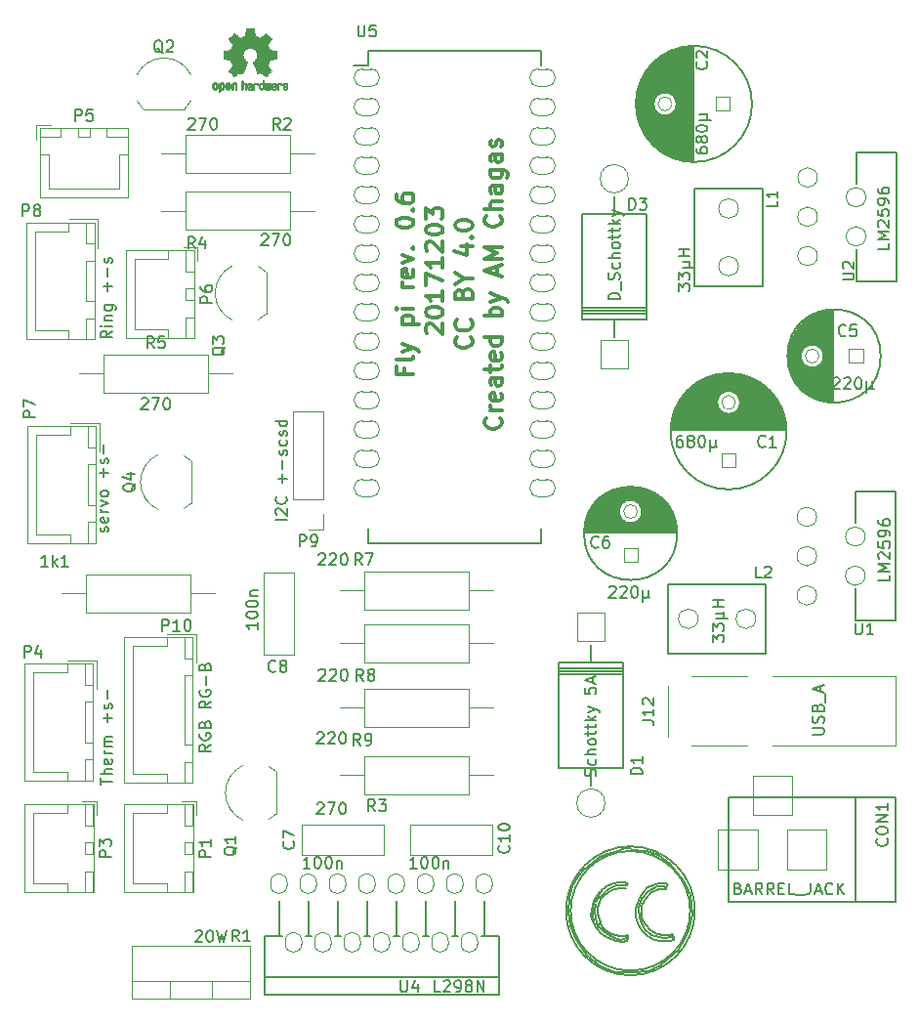
<source format=gbr>
%TF.GenerationSoftware,KiCad,Pcbnew,5.1.7-a382d34a8~88~ubuntu20.04.1*%
%TF.CreationDate,2020-11-25T22:11:35+00:00*%
%TF.ProjectId,flypi,666c7970-692e-46b6-9963-61645f706362,rev?*%
%TF.SameCoordinates,Original*%
%TF.FileFunction,Legend,Top*%
%TF.FilePolarity,Positive*%
%FSLAX46Y46*%
G04 Gerber Fmt 4.6, Leading zero omitted, Abs format (unit mm)*
G04 Created by KiCad (PCBNEW 5.1.7-a382d34a8~88~ubuntu20.04.1) date 2020-11-25 22:11:35*
%MOMM*%
%LPD*%
G01*
G04 APERTURE LIST*
%ADD10C,0.300000*%
%ADD11C,0.120000*%
%ADD12C,0.150000*%
%ADD13C,0.010000*%
%ADD14C,0.100000*%
G04 APERTURE END LIST*
D10*
X138392857Y-79321428D02*
X138392857Y-79821428D01*
X139178571Y-79821428D02*
X137678571Y-79821428D01*
X137678571Y-79107142D01*
X139178571Y-78321428D02*
X139107142Y-78464285D01*
X138964285Y-78535714D01*
X137678571Y-78535714D01*
X138178571Y-77892857D02*
X139178571Y-77535714D01*
X138178571Y-77178571D02*
X139178571Y-77535714D01*
X139535714Y-77678571D01*
X139607142Y-77750000D01*
X139678571Y-77892857D01*
X138178571Y-75464285D02*
X139678571Y-75464285D01*
X138250000Y-75464285D02*
X138178571Y-75321428D01*
X138178571Y-75035714D01*
X138250000Y-74892857D01*
X138321428Y-74821428D01*
X138464285Y-74750000D01*
X138892857Y-74750000D01*
X139035714Y-74821428D01*
X139107142Y-74892857D01*
X139178571Y-75035714D01*
X139178571Y-75321428D01*
X139107142Y-75464285D01*
X139178571Y-74107142D02*
X138178571Y-74107142D01*
X137678571Y-74107142D02*
X137750000Y-74178571D01*
X137821428Y-74107142D01*
X137750000Y-74035714D01*
X137678571Y-74107142D01*
X137821428Y-74107142D01*
X139178571Y-72250000D02*
X138178571Y-72250000D01*
X138464285Y-72250000D02*
X138321428Y-72178571D01*
X138250000Y-72107142D01*
X138178571Y-71964285D01*
X138178571Y-71821428D01*
X139107142Y-70750000D02*
X139178571Y-70892857D01*
X139178571Y-71178571D01*
X139107142Y-71321428D01*
X138964285Y-71392857D01*
X138392857Y-71392857D01*
X138250000Y-71321428D01*
X138178571Y-71178571D01*
X138178571Y-70892857D01*
X138250000Y-70750000D01*
X138392857Y-70678571D01*
X138535714Y-70678571D01*
X138678571Y-71392857D01*
X138178571Y-70178571D02*
X139178571Y-69821428D01*
X138178571Y-69464285D01*
X139035714Y-68892857D02*
X139107142Y-68821428D01*
X139178571Y-68892857D01*
X139107142Y-68964285D01*
X139035714Y-68892857D01*
X139178571Y-68892857D01*
X137678571Y-66750000D02*
X137678571Y-66607142D01*
X137750000Y-66464285D01*
X137821428Y-66392857D01*
X137964285Y-66321428D01*
X138250000Y-66250000D01*
X138607142Y-66250000D01*
X138892857Y-66321428D01*
X139035714Y-66392857D01*
X139107142Y-66464285D01*
X139178571Y-66607142D01*
X139178571Y-66750000D01*
X139107142Y-66892857D01*
X139035714Y-66964285D01*
X138892857Y-67035714D01*
X138607142Y-67107142D01*
X138250000Y-67107142D01*
X137964285Y-67035714D01*
X137821428Y-66964285D01*
X137750000Y-66892857D01*
X137678571Y-66750000D01*
X139035714Y-65607142D02*
X139107142Y-65535714D01*
X139178571Y-65607142D01*
X139107142Y-65678571D01*
X139035714Y-65607142D01*
X139178571Y-65607142D01*
X137678571Y-64250000D02*
X137678571Y-64535714D01*
X137750000Y-64678571D01*
X137821428Y-64750000D01*
X138035714Y-64892857D01*
X138321428Y-64964285D01*
X138892857Y-64964285D01*
X139035714Y-64892857D01*
X139107142Y-64821428D01*
X139178571Y-64678571D01*
X139178571Y-64392857D01*
X139107142Y-64250000D01*
X139035714Y-64178571D01*
X138892857Y-64107142D01*
X138535714Y-64107142D01*
X138392857Y-64178571D01*
X138321428Y-64250000D01*
X138250000Y-64392857D01*
X138250000Y-64678571D01*
X138321428Y-64821428D01*
X138392857Y-64892857D01*
X138535714Y-64964285D01*
X140371428Y-76285714D02*
X140300000Y-76214285D01*
X140228571Y-76071428D01*
X140228571Y-75714285D01*
X140300000Y-75571428D01*
X140371428Y-75500000D01*
X140514285Y-75428571D01*
X140657142Y-75428571D01*
X140871428Y-75500000D01*
X141728571Y-76357142D01*
X141728571Y-75428571D01*
X140228571Y-74500000D02*
X140228571Y-74357142D01*
X140300000Y-74214285D01*
X140371428Y-74142857D01*
X140514285Y-74071428D01*
X140800000Y-74000000D01*
X141157142Y-74000000D01*
X141442857Y-74071428D01*
X141585714Y-74142857D01*
X141657142Y-74214285D01*
X141728571Y-74357142D01*
X141728571Y-74500000D01*
X141657142Y-74642857D01*
X141585714Y-74714285D01*
X141442857Y-74785714D01*
X141157142Y-74857142D01*
X140800000Y-74857142D01*
X140514285Y-74785714D01*
X140371428Y-74714285D01*
X140300000Y-74642857D01*
X140228571Y-74500000D01*
X141728571Y-72571428D02*
X141728571Y-73428571D01*
X141728571Y-73000000D02*
X140228571Y-73000000D01*
X140442857Y-73142857D01*
X140585714Y-73285714D01*
X140657142Y-73428571D01*
X140228571Y-72071428D02*
X140228571Y-71071428D01*
X141728571Y-71714285D01*
X141728571Y-69714285D02*
X141728571Y-70571428D01*
X141728571Y-70142857D02*
X140228571Y-70142857D01*
X140442857Y-70285714D01*
X140585714Y-70428571D01*
X140657142Y-70571428D01*
X140371428Y-69142857D02*
X140300000Y-69071428D01*
X140228571Y-68928571D01*
X140228571Y-68571428D01*
X140300000Y-68428571D01*
X140371428Y-68357142D01*
X140514285Y-68285714D01*
X140657142Y-68285714D01*
X140871428Y-68357142D01*
X141728571Y-69214285D01*
X141728571Y-68285714D01*
X140228571Y-67357142D02*
X140228571Y-67214285D01*
X140300000Y-67071428D01*
X140371428Y-67000000D01*
X140514285Y-66928571D01*
X140800000Y-66857142D01*
X141157142Y-66857142D01*
X141442857Y-66928571D01*
X141585714Y-67000000D01*
X141657142Y-67071428D01*
X141728571Y-67214285D01*
X141728571Y-67357142D01*
X141657142Y-67500000D01*
X141585714Y-67571428D01*
X141442857Y-67642857D01*
X141157142Y-67714285D01*
X140800000Y-67714285D01*
X140514285Y-67642857D01*
X140371428Y-67571428D01*
X140300000Y-67500000D01*
X140228571Y-67357142D01*
X140228571Y-66357142D02*
X140228571Y-65428571D01*
X140800000Y-65928571D01*
X140800000Y-65714285D01*
X140871428Y-65571428D01*
X140942857Y-65500000D01*
X141085714Y-65428571D01*
X141442857Y-65428571D01*
X141585714Y-65500000D01*
X141657142Y-65571428D01*
X141728571Y-65714285D01*
X141728571Y-66142857D01*
X141657142Y-66285714D01*
X141585714Y-66357142D01*
X144135714Y-76607142D02*
X144207142Y-76678571D01*
X144278571Y-76892857D01*
X144278571Y-77035714D01*
X144207142Y-77250000D01*
X144064285Y-77392857D01*
X143921428Y-77464285D01*
X143635714Y-77535714D01*
X143421428Y-77535714D01*
X143135714Y-77464285D01*
X142992857Y-77392857D01*
X142850000Y-77250000D01*
X142778571Y-77035714D01*
X142778571Y-76892857D01*
X142850000Y-76678571D01*
X142921428Y-76607142D01*
X144135714Y-75107142D02*
X144207142Y-75178571D01*
X144278571Y-75392857D01*
X144278571Y-75535714D01*
X144207142Y-75750000D01*
X144064285Y-75892857D01*
X143921428Y-75964285D01*
X143635714Y-76035714D01*
X143421428Y-76035714D01*
X143135714Y-75964285D01*
X142992857Y-75892857D01*
X142850000Y-75750000D01*
X142778571Y-75535714D01*
X142778571Y-75392857D01*
X142850000Y-75178571D01*
X142921428Y-75107142D01*
X143492857Y-72821428D02*
X143564285Y-72607142D01*
X143635714Y-72535714D01*
X143778571Y-72464285D01*
X143992857Y-72464285D01*
X144135714Y-72535714D01*
X144207142Y-72607142D01*
X144278571Y-72750000D01*
X144278571Y-73321428D01*
X142778571Y-73321428D01*
X142778571Y-72821428D01*
X142850000Y-72678571D01*
X142921428Y-72607142D01*
X143064285Y-72535714D01*
X143207142Y-72535714D01*
X143350000Y-72607142D01*
X143421428Y-72678571D01*
X143492857Y-72821428D01*
X143492857Y-73321428D01*
X143564285Y-71535714D02*
X144278571Y-71535714D01*
X142778571Y-72035714D02*
X143564285Y-71535714D01*
X142778571Y-71035714D01*
X143278571Y-68750000D02*
X144278571Y-68750000D01*
X142707142Y-69107142D02*
X143778571Y-69464285D01*
X143778571Y-68535714D01*
X144135714Y-67964285D02*
X144207142Y-67892857D01*
X144278571Y-67964285D01*
X144207142Y-68035714D01*
X144135714Y-67964285D01*
X144278571Y-67964285D01*
X142778571Y-66964285D02*
X142778571Y-66821428D01*
X142850000Y-66678571D01*
X142921428Y-66607142D01*
X143064285Y-66535714D01*
X143350000Y-66464285D01*
X143707142Y-66464285D01*
X143992857Y-66535714D01*
X144135714Y-66607142D01*
X144207142Y-66678571D01*
X144278571Y-66821428D01*
X144278571Y-66964285D01*
X144207142Y-67107142D01*
X144135714Y-67178571D01*
X143992857Y-67250000D01*
X143707142Y-67321428D01*
X143350000Y-67321428D01*
X143064285Y-67250000D01*
X142921428Y-67178571D01*
X142850000Y-67107142D01*
X142778571Y-66964285D01*
X146685714Y-83607142D02*
X146757142Y-83678571D01*
X146828571Y-83892857D01*
X146828571Y-84035714D01*
X146757142Y-84250000D01*
X146614285Y-84392857D01*
X146471428Y-84464285D01*
X146185714Y-84535714D01*
X145971428Y-84535714D01*
X145685714Y-84464285D01*
X145542857Y-84392857D01*
X145400000Y-84250000D01*
X145328571Y-84035714D01*
X145328571Y-83892857D01*
X145400000Y-83678571D01*
X145471428Y-83607142D01*
X146828571Y-82964285D02*
X145828571Y-82964285D01*
X146114285Y-82964285D02*
X145971428Y-82892857D01*
X145900000Y-82821428D01*
X145828571Y-82678571D01*
X145828571Y-82535714D01*
X146757142Y-81464285D02*
X146828571Y-81607142D01*
X146828571Y-81892857D01*
X146757142Y-82035714D01*
X146614285Y-82107142D01*
X146042857Y-82107142D01*
X145900000Y-82035714D01*
X145828571Y-81892857D01*
X145828571Y-81607142D01*
X145900000Y-81464285D01*
X146042857Y-81392857D01*
X146185714Y-81392857D01*
X146328571Y-82107142D01*
X146828571Y-80107142D02*
X146042857Y-80107142D01*
X145900000Y-80178571D01*
X145828571Y-80321428D01*
X145828571Y-80607142D01*
X145900000Y-80750000D01*
X146757142Y-80107142D02*
X146828571Y-80250000D01*
X146828571Y-80607142D01*
X146757142Y-80750000D01*
X146614285Y-80821428D01*
X146471428Y-80821428D01*
X146328571Y-80750000D01*
X146257142Y-80607142D01*
X146257142Y-80250000D01*
X146185714Y-80107142D01*
X145828571Y-79607142D02*
X145828571Y-79035714D01*
X145328571Y-79392857D02*
X146614285Y-79392857D01*
X146757142Y-79321428D01*
X146828571Y-79178571D01*
X146828571Y-79035714D01*
X146757142Y-77964285D02*
X146828571Y-78107142D01*
X146828571Y-78392857D01*
X146757142Y-78535714D01*
X146614285Y-78607142D01*
X146042857Y-78607142D01*
X145900000Y-78535714D01*
X145828571Y-78392857D01*
X145828571Y-78107142D01*
X145900000Y-77964285D01*
X146042857Y-77892857D01*
X146185714Y-77892857D01*
X146328571Y-78607142D01*
X146828571Y-76607142D02*
X145328571Y-76607142D01*
X146757142Y-76607142D02*
X146828571Y-76750000D01*
X146828571Y-77035714D01*
X146757142Y-77178571D01*
X146685714Y-77250000D01*
X146542857Y-77321428D01*
X146114285Y-77321428D01*
X145971428Y-77250000D01*
X145900000Y-77178571D01*
X145828571Y-77035714D01*
X145828571Y-76750000D01*
X145900000Y-76607142D01*
X146828571Y-74750000D02*
X145328571Y-74750000D01*
X145900000Y-74750000D02*
X145828571Y-74607142D01*
X145828571Y-74321428D01*
X145900000Y-74178571D01*
X145971428Y-74107142D01*
X146114285Y-74035714D01*
X146542857Y-74035714D01*
X146685714Y-74107142D01*
X146757142Y-74178571D01*
X146828571Y-74321428D01*
X146828571Y-74607142D01*
X146757142Y-74750000D01*
X145828571Y-73535714D02*
X146828571Y-73178571D01*
X145828571Y-72821428D02*
X146828571Y-73178571D01*
X147185714Y-73321428D01*
X147257142Y-73392857D01*
X147328571Y-73535714D01*
X146400000Y-71178571D02*
X146400000Y-70464285D01*
X146828571Y-71321428D02*
X145328571Y-70821428D01*
X146828571Y-70321428D01*
X146828571Y-69821428D02*
X145328571Y-69821428D01*
X146400000Y-69321428D01*
X145328571Y-68821428D01*
X146828571Y-68821428D01*
X146685714Y-66107142D02*
X146757142Y-66178571D01*
X146828571Y-66392857D01*
X146828571Y-66535714D01*
X146757142Y-66750000D01*
X146614285Y-66892857D01*
X146471428Y-66964285D01*
X146185714Y-67035714D01*
X145971428Y-67035714D01*
X145685714Y-66964285D01*
X145542857Y-66892857D01*
X145400000Y-66750000D01*
X145328571Y-66535714D01*
X145328571Y-66392857D01*
X145400000Y-66178571D01*
X145471428Y-66107142D01*
X146828571Y-65464285D02*
X145328571Y-65464285D01*
X146828571Y-64821428D02*
X146042857Y-64821428D01*
X145900000Y-64892857D01*
X145828571Y-65035714D01*
X145828571Y-65250000D01*
X145900000Y-65392857D01*
X145971428Y-65464285D01*
X146828571Y-63464285D02*
X146042857Y-63464285D01*
X145900000Y-63535714D01*
X145828571Y-63678571D01*
X145828571Y-63964285D01*
X145900000Y-64107142D01*
X146757142Y-63464285D02*
X146828571Y-63607142D01*
X146828571Y-63964285D01*
X146757142Y-64107142D01*
X146614285Y-64178571D01*
X146471428Y-64178571D01*
X146328571Y-64107142D01*
X146257142Y-63964285D01*
X146257142Y-63607142D01*
X146185714Y-63464285D01*
X145828571Y-62107142D02*
X147042857Y-62107142D01*
X147185714Y-62178571D01*
X147257142Y-62250000D01*
X147328571Y-62392857D01*
X147328571Y-62607142D01*
X147257142Y-62750000D01*
X146757142Y-62107142D02*
X146828571Y-62250000D01*
X146828571Y-62535714D01*
X146757142Y-62678571D01*
X146685714Y-62750000D01*
X146542857Y-62821428D01*
X146114285Y-62821428D01*
X145971428Y-62750000D01*
X145900000Y-62678571D01*
X145828571Y-62535714D01*
X145828571Y-62250000D01*
X145900000Y-62107142D01*
X146828571Y-60750000D02*
X146042857Y-60750000D01*
X145900000Y-60821428D01*
X145828571Y-60964285D01*
X145828571Y-61250000D01*
X145900000Y-61392857D01*
X146757142Y-60750000D02*
X146828571Y-60892857D01*
X146828571Y-61250000D01*
X146757142Y-61392857D01*
X146614285Y-61464285D01*
X146471428Y-61464285D01*
X146328571Y-61392857D01*
X146257142Y-61250000D01*
X146257142Y-60892857D01*
X146185714Y-60750000D01*
X146757142Y-60107142D02*
X146828571Y-59964285D01*
X146828571Y-59678571D01*
X146757142Y-59535714D01*
X146614285Y-59464285D01*
X146542857Y-59464285D01*
X146400000Y-59535714D01*
X146328571Y-59678571D01*
X146328571Y-59892857D01*
X146257142Y-60035714D01*
X146114285Y-60107142D01*
X146042857Y-60107142D01*
X145900000Y-60035714D01*
X145828571Y-59892857D01*
X145828571Y-59678571D01*
X145900000Y-59535714D01*
D11*
%TO.C,Q2*%
X115740000Y-56850000D02*
X119340000Y-56850000D01*
X115215816Y-56122795D02*
G75*
G03*
X115740000Y-56850000I2324184J1122795D01*
G01*
X115183600Y-53901193D02*
G75*
G02*
X117540000Y-52400000I2356400J-1098807D01*
G01*
X119896400Y-53901193D02*
G75*
G03*
X117540000Y-52400000I-2356400J-1098807D01*
G01*
X119864184Y-56122795D02*
G75*
G02*
X119340000Y-56850000I-2324184J1122795D01*
G01*
D12*
%TO.C,U5*%
X135263000Y-53077000D02*
X133978000Y-53077000D01*
X135263000Y-94497000D02*
X150233000Y-94497000D01*
X135263000Y-51807000D02*
X150233000Y-51807000D01*
X135263000Y-94497000D02*
X135263000Y-93227000D01*
X150233000Y-94497000D02*
X150233000Y-93227000D01*
X150233000Y-51807000D02*
X150233000Y-53077000D01*
X135263000Y-51807000D02*
X135263000Y-53077000D01*
%TO.C,C2*%
X168526500Y-56388000D02*
G75*
G03*
X168526500Y-56388000I-5037500J0D01*
G01*
X161989000Y-56388000D02*
G75*
G03*
X161989000Y-56388000I-1000000J0D01*
G01*
X158514000Y-56887000D02*
X158514000Y-55889000D01*
X158654000Y-57662000D02*
X158654000Y-55114000D01*
X158794000Y-58108000D02*
X158794000Y-54668000D01*
X158934000Y-58450000D02*
X158934000Y-54326000D01*
X159074000Y-58735000D02*
X159074000Y-54041000D01*
X159214000Y-58981000D02*
X159214000Y-53795000D01*
X159354000Y-59199000D02*
X159354000Y-53577000D01*
X159494000Y-59395000D02*
X159494000Y-53381000D01*
X159634000Y-59572000D02*
X159634000Y-53204000D01*
X159774000Y-59734000D02*
X159774000Y-53042000D01*
X159914000Y-59884000D02*
X159914000Y-52892000D01*
X160054000Y-56033000D02*
X160054000Y-52755000D01*
X160054000Y-60021000D02*
X160054000Y-56743000D01*
X160194000Y-55781000D02*
X160194000Y-52627000D01*
X160194000Y-60149000D02*
X160194000Y-56995000D01*
X160334000Y-55632000D02*
X160334000Y-52509000D01*
X160334000Y-60267000D02*
X160334000Y-57144000D01*
X160474000Y-55531000D02*
X160474000Y-52399000D01*
X160474000Y-60377000D02*
X160474000Y-57245000D01*
X160614000Y-55461000D02*
X160614000Y-52297000D01*
X160614000Y-60479000D02*
X160614000Y-57315000D01*
X160754000Y-55416000D02*
X160754000Y-52202000D01*
X160754000Y-60574000D02*
X160754000Y-57360000D01*
X160894000Y-55393000D02*
X160894000Y-52114000D01*
X160894000Y-60662000D02*
X160894000Y-57383000D01*
X161034000Y-55389000D02*
X161034000Y-52032000D01*
X161034000Y-60744000D02*
X161034000Y-57387000D01*
X161174000Y-55405000D02*
X161174000Y-51956000D01*
X161174000Y-60820000D02*
X161174000Y-57371000D01*
X161314000Y-55442000D02*
X161314000Y-51886000D01*
X161314000Y-60890000D02*
X161314000Y-57334000D01*
X161454000Y-55503000D02*
X161454000Y-51821000D01*
X161454000Y-60955000D02*
X161454000Y-57273000D01*
X161594000Y-55592000D02*
X161594000Y-51761000D01*
X161594000Y-61015000D02*
X161594000Y-57184000D01*
X161734000Y-55721000D02*
X161734000Y-51706000D01*
X161734000Y-61070000D02*
X161734000Y-57055000D01*
X161874000Y-55922000D02*
X161874000Y-51656000D01*
X161874000Y-61120000D02*
X161874000Y-56854000D01*
X162014000Y-61165000D02*
X162014000Y-51611000D01*
X162154000Y-61206000D02*
X162154000Y-51570000D01*
X162294000Y-61243000D02*
X162294000Y-51533000D01*
X162434000Y-61275000D02*
X162434000Y-51501000D01*
X162574000Y-61304000D02*
X162574000Y-51472000D01*
X162714000Y-61328000D02*
X162714000Y-51448000D01*
X162854000Y-61348000D02*
X162854000Y-51428000D01*
X162994000Y-61363000D02*
X162994000Y-51413000D01*
X163134000Y-61375000D02*
X163134000Y-51401000D01*
X163274000Y-61383000D02*
X163274000Y-51393000D01*
X163414000Y-61387000D02*
X163414000Y-51389000D01*
%TO.C,C1*%
X171534500Y-84749000D02*
G75*
G03*
X171534500Y-84749000I-5037500J0D01*
G01*
X167497000Y-82249000D02*
G75*
G03*
X167497000Y-82249000I-1000000J0D01*
G01*
X165998000Y-79774000D02*
X166996000Y-79774000D01*
X165223000Y-79914000D02*
X167771000Y-79914000D01*
X164777000Y-80054000D02*
X168217000Y-80054000D01*
X164435000Y-80194000D02*
X168559000Y-80194000D01*
X164150000Y-80334000D02*
X168844000Y-80334000D01*
X163904000Y-80474000D02*
X169090000Y-80474000D01*
X163686000Y-80614000D02*
X169308000Y-80614000D01*
X163490000Y-80754000D02*
X169504000Y-80754000D01*
X163313000Y-80894000D02*
X169681000Y-80894000D01*
X163151000Y-81034000D02*
X169843000Y-81034000D01*
X163001000Y-81174000D02*
X169993000Y-81174000D01*
X166852000Y-81314000D02*
X170130000Y-81314000D01*
X162864000Y-81314000D02*
X166142000Y-81314000D01*
X167104000Y-81454000D02*
X170258000Y-81454000D01*
X162736000Y-81454000D02*
X165890000Y-81454000D01*
X167253000Y-81594000D02*
X170376000Y-81594000D01*
X162618000Y-81594000D02*
X165741000Y-81594000D01*
X167354000Y-81734000D02*
X170486000Y-81734000D01*
X162508000Y-81734000D02*
X165640000Y-81734000D01*
X167424000Y-81874000D02*
X170588000Y-81874000D01*
X162406000Y-81874000D02*
X165570000Y-81874000D01*
X167469000Y-82014000D02*
X170683000Y-82014000D01*
X162311000Y-82014000D02*
X165525000Y-82014000D01*
X167492000Y-82154000D02*
X170771000Y-82154000D01*
X162223000Y-82154000D02*
X165502000Y-82154000D01*
X167496000Y-82294000D02*
X170853000Y-82294000D01*
X162141000Y-82294000D02*
X165498000Y-82294000D01*
X167480000Y-82434000D02*
X170929000Y-82434000D01*
X162065000Y-82434000D02*
X165514000Y-82434000D01*
X167443000Y-82574000D02*
X170999000Y-82574000D01*
X161995000Y-82574000D02*
X165551000Y-82574000D01*
X167382000Y-82714000D02*
X171064000Y-82714000D01*
X161930000Y-82714000D02*
X165612000Y-82714000D01*
X167293000Y-82854000D02*
X171124000Y-82854000D01*
X161870000Y-82854000D02*
X165701000Y-82854000D01*
X167164000Y-82994000D02*
X171179000Y-82994000D01*
X161815000Y-82994000D02*
X165830000Y-82994000D01*
X166963000Y-83134000D02*
X171229000Y-83134000D01*
X161765000Y-83134000D02*
X166031000Y-83134000D01*
X161720000Y-83274000D02*
X171274000Y-83274000D01*
X161679000Y-83414000D02*
X171315000Y-83414000D01*
X161642000Y-83554000D02*
X171352000Y-83554000D01*
X161610000Y-83694000D02*
X171384000Y-83694000D01*
X161581000Y-83834000D02*
X171413000Y-83834000D01*
X161557000Y-83974000D02*
X171437000Y-83974000D01*
X161537000Y-84114000D02*
X171457000Y-84114000D01*
X161522000Y-84254000D02*
X171472000Y-84254000D01*
X161510000Y-84394000D02*
X171484000Y-84394000D01*
X161502000Y-84534000D02*
X171492000Y-84534000D01*
X161498000Y-84674000D02*
X171496000Y-84674000D01*
%TO.C,C5*%
X179683500Y-78232000D02*
G75*
G03*
X179683500Y-78232000I-4037500J0D01*
G01*
X174746000Y-78232000D02*
G75*
G03*
X174746000Y-78232000I-1000000J0D01*
G01*
X171651000Y-78432000D02*
X171651000Y-78032000D01*
X171791000Y-79299000D02*
X171791000Y-77165000D01*
X171931000Y-79715000D02*
X171931000Y-76749000D01*
X172071000Y-80026000D02*
X172071000Y-76438000D01*
X172211000Y-80282000D02*
X172211000Y-76182000D01*
X172351000Y-80500000D02*
X172351000Y-75964000D01*
X172491000Y-80691000D02*
X172491000Y-75773000D01*
X172631000Y-80861000D02*
X172631000Y-75603000D01*
X172771000Y-78010000D02*
X172771000Y-75451000D01*
X172771000Y-81013000D02*
X172771000Y-78454000D01*
X172911000Y-77682000D02*
X172911000Y-75313000D01*
X172911000Y-81151000D02*
X172911000Y-78782000D01*
X173051000Y-77513000D02*
X173051000Y-75188000D01*
X173051000Y-81276000D02*
X173051000Y-78951000D01*
X173191000Y-77400000D02*
X173191000Y-75074000D01*
X173191000Y-81390000D02*
X173191000Y-79064000D01*
X173331000Y-77322000D02*
X173331000Y-74970000D01*
X173331000Y-81494000D02*
X173331000Y-79142000D01*
X173471000Y-77271000D02*
X173471000Y-74875000D01*
X173471000Y-81589000D02*
X173471000Y-79193000D01*
X173611000Y-77241000D02*
X173611000Y-74788000D01*
X173611000Y-81676000D02*
X173611000Y-79223000D01*
X173751000Y-77232000D02*
X173751000Y-74709000D01*
X173751000Y-81755000D02*
X173751000Y-79232000D01*
X173891000Y-77243000D02*
X173891000Y-74638000D01*
X173891000Y-81826000D02*
X173891000Y-79221000D01*
X174031000Y-77273000D02*
X174031000Y-74573000D01*
X174031000Y-81891000D02*
X174031000Y-79191000D01*
X174171000Y-77327000D02*
X174171000Y-74514000D01*
X174171000Y-81950000D02*
X174171000Y-79137000D01*
X174311000Y-77407000D02*
X174311000Y-74461000D01*
X174311000Y-82003000D02*
X174311000Y-79057000D01*
X174451000Y-77523000D02*
X174451000Y-74415000D01*
X174451000Y-82049000D02*
X174451000Y-78941000D01*
X174591000Y-77697000D02*
X174591000Y-74374000D01*
X174591000Y-82090000D02*
X174591000Y-78767000D01*
X174731000Y-78059000D02*
X174731000Y-74338000D01*
X174731000Y-82126000D02*
X174731000Y-78405000D01*
X174871000Y-82156000D02*
X174871000Y-74308000D01*
X175011000Y-82181000D02*
X175011000Y-74283000D01*
X175151000Y-82201000D02*
X175151000Y-74263000D01*
X175291000Y-82216000D02*
X175291000Y-74248000D01*
X175431000Y-82226000D02*
X175431000Y-74238000D01*
X175571000Y-82231000D02*
X175571000Y-74233000D01*
%TO.C,C6*%
X162037500Y-93600000D02*
G75*
G03*
X162037500Y-93600000I-4037500J0D01*
G01*
X159000000Y-91700000D02*
G75*
G03*
X159000000Y-91700000I-1000000J0D01*
G01*
X157800000Y-89605000D02*
X158200000Y-89605000D01*
X156933000Y-89745000D02*
X159067000Y-89745000D01*
X156517000Y-89885000D02*
X159483000Y-89885000D01*
X156206000Y-90025000D02*
X159794000Y-90025000D01*
X155950000Y-90165000D02*
X160050000Y-90165000D01*
X155732000Y-90305000D02*
X160268000Y-90305000D01*
X155541000Y-90445000D02*
X160459000Y-90445000D01*
X155371000Y-90585000D02*
X160629000Y-90585000D01*
X158222000Y-90725000D02*
X160781000Y-90725000D01*
X155219000Y-90725000D02*
X157778000Y-90725000D01*
X158550000Y-90865000D02*
X160919000Y-90865000D01*
X155081000Y-90865000D02*
X157450000Y-90865000D01*
X158719000Y-91005000D02*
X161044000Y-91005000D01*
X154956000Y-91005000D02*
X157281000Y-91005000D01*
X158832000Y-91145000D02*
X161158000Y-91145000D01*
X154842000Y-91145000D02*
X157168000Y-91145000D01*
X158910000Y-91285000D02*
X161262000Y-91285000D01*
X154738000Y-91285000D02*
X157090000Y-91285000D01*
X158961000Y-91425000D02*
X161357000Y-91425000D01*
X154643000Y-91425000D02*
X157039000Y-91425000D01*
X158991000Y-91565000D02*
X161444000Y-91565000D01*
X154556000Y-91565000D02*
X157009000Y-91565000D01*
X159000000Y-91705000D02*
X161523000Y-91705000D01*
X154477000Y-91705000D02*
X157000000Y-91705000D01*
X158989000Y-91845000D02*
X161594000Y-91845000D01*
X154406000Y-91845000D02*
X157011000Y-91845000D01*
X158959000Y-91985000D02*
X161659000Y-91985000D01*
X154341000Y-91985000D02*
X157041000Y-91985000D01*
X158905000Y-92125000D02*
X161718000Y-92125000D01*
X154282000Y-92125000D02*
X157095000Y-92125000D01*
X158825000Y-92265000D02*
X161771000Y-92265000D01*
X154229000Y-92265000D02*
X157175000Y-92265000D01*
X158709000Y-92405000D02*
X161817000Y-92405000D01*
X154183000Y-92405000D02*
X157291000Y-92405000D01*
X158535000Y-92545000D02*
X161858000Y-92545000D01*
X154142000Y-92545000D02*
X157465000Y-92545000D01*
X158173000Y-92685000D02*
X161894000Y-92685000D01*
X154106000Y-92685000D02*
X157827000Y-92685000D01*
X154076000Y-92825000D02*
X161924000Y-92825000D01*
X154051000Y-92965000D02*
X161949000Y-92965000D01*
X154031000Y-93105000D02*
X161969000Y-93105000D01*
X154016000Y-93245000D02*
X161984000Y-93245000D01*
X154006000Y-93385000D02*
X161994000Y-93385000D01*
X154001000Y-93525000D02*
X161999000Y-93525000D01*
%TO.C,CON1*%
X166499760Y-125500880D02*
X181000620Y-125500880D01*
X166499760Y-116499120D02*
X166499760Y-125500880D01*
X181000620Y-116499120D02*
X166499760Y-116499120D01*
X181000620Y-125500880D02*
X181000620Y-116499120D01*
X177500500Y-125500880D02*
X177500500Y-116499120D01*
%TO.C,D1*%
X151767960Y-113920220D02*
X151767960Y-104776220D01*
X157355960Y-113920220D02*
X151767960Y-113920220D01*
X157355960Y-104776220D02*
X157355960Y-113920220D01*
X151767960Y-104776220D02*
X157355960Y-104776220D01*
X157355960Y-105284220D02*
X151767960Y-105284220D01*
X157355960Y-105538220D02*
X151767960Y-105538220D01*
X157355960Y-105792220D02*
X151767960Y-105792220D01*
X154561960Y-104776220D02*
X154561960Y-103252220D01*
X154561960Y-113920220D02*
X154561960Y-115444220D01*
%TO.C,D3*%
X159382040Y-65911780D02*
X159382040Y-75055780D01*
X153794040Y-65911780D02*
X159382040Y-65911780D01*
X153794040Y-75055780D02*
X153794040Y-65911780D01*
X159382040Y-75055780D02*
X153794040Y-75055780D01*
X153794040Y-74547780D02*
X159382040Y-74547780D01*
X153794040Y-74293780D02*
X159382040Y-74293780D01*
X153794040Y-74039780D02*
X159382040Y-74039780D01*
X156588040Y-75055780D02*
X156588040Y-76579780D01*
X156588040Y-65911780D02*
X156588040Y-64387780D01*
%TO.C,L1*%
X163497260Y-72194420D02*
X169496740Y-72194420D01*
X163497260Y-63695580D02*
X163497260Y-72194420D01*
X169496740Y-63695580D02*
X163497260Y-63695580D01*
X169496740Y-72194420D02*
X169496740Y-63695580D01*
%TO.C,L2*%
X169749420Y-103999740D02*
X169749420Y-98000260D01*
X161250580Y-103999740D02*
X169749420Y-103999740D01*
X161250580Y-98000260D02*
X161250580Y-103999740D01*
X169749420Y-98000260D02*
X161250580Y-98000260D01*
%TO.C,U1*%
X177482500Y-101167500D02*
X177482500Y-98367500D01*
X180982500Y-101167500D02*
X177482500Y-101167500D01*
X180982500Y-89967500D02*
X180982500Y-101167500D01*
X177482500Y-89967500D02*
X180982500Y-89967500D01*
X177482500Y-92667500D02*
X177482500Y-89967500D01*
%TO.C,U2*%
X177546000Y-71767000D02*
X177546000Y-68967000D01*
X181046000Y-71767000D02*
X177546000Y-71767000D01*
X181046000Y-60567000D02*
X181046000Y-71767000D01*
X177546000Y-60567000D02*
X181046000Y-60567000D01*
X177546000Y-63267000D02*
X177546000Y-60567000D01*
%TO.C,U4*%
X126238000Y-128524000D02*
X127762000Y-128524000D01*
X126238000Y-133604000D02*
X126238000Y-128524000D01*
X146558000Y-133604000D02*
X126238000Y-133604000D01*
X129794000Y-128524000D02*
X130302000Y-128524000D01*
X132334000Y-128524000D02*
X132842000Y-128524000D01*
X134874000Y-128524000D02*
X135382000Y-128524000D01*
X137414000Y-128524000D02*
X137922000Y-128524000D01*
X139954000Y-128524000D02*
X140462000Y-128524000D01*
X142494000Y-128524000D02*
X143002000Y-128524000D01*
X146558000Y-128524000D02*
X145034000Y-128524000D01*
X146558000Y-133604000D02*
X146558000Y-128524000D01*
X126238000Y-132080000D02*
X146558000Y-132080000D01*
X145288000Y-125476000D02*
X145288000Y-128524000D01*
X142748000Y-125476000D02*
X142748000Y-128524000D01*
X140208000Y-125476000D02*
X140208000Y-128524000D01*
X137668000Y-125476000D02*
X137668000Y-128524000D01*
X135128000Y-125476000D02*
X135128000Y-128524000D01*
X132588000Y-125476000D02*
X132588000Y-128524000D01*
X130048000Y-125476000D02*
X130048000Y-128524000D01*
X127508000Y-125476000D02*
X127508000Y-128524000D01*
D11*
%TO.C,J12*%
X168140000Y-112000000D02*
X163320000Y-112000000D01*
X161230000Y-111200000D02*
X161230000Y-106800000D01*
X168140000Y-106000000D02*
X163320000Y-106000000D01*
X181000000Y-106000000D02*
X181000000Y-112000000D01*
X170320000Y-106000000D02*
X181000000Y-106000000D01*
X170320000Y-112000000D02*
X181000000Y-112000000D01*
%TO.C,R1*%
X118037000Y-133938000D02*
X118037000Y-132428000D01*
X121738000Y-133938000D02*
X121738000Y-132428000D01*
X125008000Y-132428000D02*
X114768000Y-132428000D01*
X114768000Y-133938000D02*
X114768000Y-129297000D01*
X125008000Y-133938000D02*
X125008000Y-129297000D01*
X125008000Y-129297000D02*
X114768000Y-129297000D01*
X125008000Y-133938000D02*
X114768000Y-133938000D01*
%TO.C,Q3*%
X126437000Y-74571000D02*
X126437000Y-70971000D01*
X125709795Y-75095184D02*
G75*
G03*
X126437000Y-74571000I-1122795J2324184D01*
G01*
X123488193Y-75127400D02*
G75*
G02*
X121987000Y-72771000I1098807J2356400D01*
G01*
X123488193Y-70414600D02*
G75*
G03*
X121987000Y-72771000I1098807J-2356400D01*
G01*
X125709795Y-70446816D02*
G75*
G02*
X126437000Y-70971000I-1122795J-2324184D01*
G01*
%TO.C,Q1*%
X127326000Y-117878000D02*
X127326000Y-114278000D01*
X126598795Y-118402184D02*
G75*
G03*
X127326000Y-117878000I-1122795J2324184D01*
G01*
X124377193Y-118434400D02*
G75*
G02*
X122876000Y-116078000I1098807J2356400D01*
G01*
X124377193Y-113721600D02*
G75*
G03*
X122876000Y-116078000I1098807J-2356400D01*
G01*
X126598795Y-113753816D02*
G75*
G02*
X127326000Y-114278000I-1122795J-2324184D01*
G01*
%TO.C,Q4*%
X119960000Y-90954000D02*
X119960000Y-87354000D01*
X119232795Y-91478184D02*
G75*
G03*
X119960000Y-90954000I-1122795J2324184D01*
G01*
X117011193Y-91510400D02*
G75*
G02*
X115510000Y-89154000I1098807J2356400D01*
G01*
X117011193Y-86797600D02*
G75*
G03*
X115510000Y-89154000I1098807J-2356400D01*
G01*
X119232795Y-86829816D02*
G75*
G02*
X119960000Y-87354000I-1122795J-2324184D01*
G01*
%TO.C,P9*%
X131378000Y-93278000D02*
X130048000Y-93278000D01*
X131378000Y-91948000D02*
X131378000Y-93278000D01*
X128718000Y-90678000D02*
X131378000Y-90678000D01*
X128718000Y-82998000D02*
X128718000Y-90678000D01*
X131378000Y-82998000D02*
X128718000Y-82998000D01*
X131378000Y-90678000D02*
X131378000Y-82998000D01*
%TO.C,R7*%
X146086000Y-98552000D02*
X144006000Y-98552000D01*
X132806000Y-98552000D02*
X134886000Y-98552000D01*
X144006000Y-96892000D02*
X134886000Y-96892000D01*
X144006000Y-100212000D02*
X144006000Y-96892000D01*
X134886000Y-100212000D02*
X144006000Y-100212000D01*
X134886000Y-96892000D02*
X134886000Y-100212000D01*
%TO.C,R8*%
X146086000Y-103124000D02*
X144006000Y-103124000D01*
X132806000Y-103124000D02*
X134886000Y-103124000D01*
X144006000Y-101464000D02*
X134886000Y-101464000D01*
X144006000Y-104784000D02*
X144006000Y-101464000D01*
X134886000Y-104784000D02*
X144006000Y-104784000D01*
X134886000Y-101464000D02*
X134886000Y-104784000D01*
%TO.C,R9*%
X146086000Y-108712000D02*
X144006000Y-108712000D01*
X132806000Y-108712000D02*
X134886000Y-108712000D01*
X144006000Y-107052000D02*
X134886000Y-107052000D01*
X144006000Y-110372000D02*
X144006000Y-107052000D01*
X134886000Y-110372000D02*
X144006000Y-110372000D01*
X134886000Y-107052000D02*
X134886000Y-110372000D01*
%TO.C,R3*%
X146086000Y-114554000D02*
X144006000Y-114554000D01*
X132806000Y-114554000D02*
X134886000Y-114554000D01*
X144006000Y-112894000D02*
X134886000Y-112894000D01*
X144006000Y-116214000D02*
X144006000Y-112894000D01*
X134886000Y-116214000D02*
X144006000Y-116214000D01*
X134886000Y-112894000D02*
X134886000Y-116214000D01*
%TO.C,R5*%
X123480000Y-79756000D02*
X121400000Y-79756000D01*
X110200000Y-79756000D02*
X112280000Y-79756000D01*
X121400000Y-78096000D02*
X112280000Y-78096000D01*
X121400000Y-81416000D02*
X121400000Y-78096000D01*
X112280000Y-81416000D02*
X121400000Y-81416000D01*
X112280000Y-78096000D02*
X112280000Y-81416000D01*
%TO.C,1k1*%
X108676000Y-98806000D02*
X110756000Y-98806000D01*
X121956000Y-98806000D02*
X119876000Y-98806000D01*
X110756000Y-100466000D02*
X119876000Y-100466000D01*
X110756000Y-97146000D02*
X110756000Y-100466000D01*
X119876000Y-97146000D02*
X110756000Y-97146000D01*
X119876000Y-100466000D02*
X119876000Y-97146000D01*
%TO.C,R4*%
X130592000Y-65659000D02*
X128512000Y-65659000D01*
X117312000Y-65659000D02*
X119392000Y-65659000D01*
X128512000Y-63999000D02*
X119392000Y-63999000D01*
X128512000Y-67319000D02*
X128512000Y-63999000D01*
X119392000Y-67319000D02*
X128512000Y-67319000D01*
X119392000Y-63999000D02*
X119392000Y-67319000D01*
%TO.C,R2*%
X130592000Y-60706000D02*
X128512000Y-60706000D01*
X117312000Y-60706000D02*
X119392000Y-60706000D01*
X128512000Y-59046000D02*
X119392000Y-59046000D01*
X128512000Y-62366000D02*
X128512000Y-59046000D01*
X119392000Y-62366000D02*
X128512000Y-62366000D01*
X119392000Y-59046000D02*
X119392000Y-62366000D01*
%TO.C,C7*%
X136616000Y-118832000D02*
X136616000Y-121452000D01*
X129496000Y-118832000D02*
X129496000Y-121452000D01*
X129496000Y-121452000D02*
X136616000Y-121452000D01*
X129496000Y-118832000D02*
X136616000Y-118832000D01*
%TO.C,C10*%
X146014000Y-118832000D02*
X146014000Y-121452000D01*
X138894000Y-118832000D02*
X138894000Y-121452000D01*
X138894000Y-121452000D02*
X146014000Y-121452000D01*
X138894000Y-118832000D02*
X146014000Y-118832000D01*
%TO.C,P4*%
X111716000Y-104592000D02*
X109216000Y-104592000D01*
X111716000Y-107092000D02*
X111716000Y-104592000D01*
X106216000Y-114242000D02*
X106216000Y-109942000D01*
X109166000Y-114242000D02*
X106216000Y-114242000D01*
X109166000Y-114992000D02*
X109166000Y-114242000D01*
X106216000Y-105642000D02*
X106216000Y-109942000D01*
X109166000Y-105642000D02*
X106216000Y-105642000D01*
X109166000Y-104892000D02*
X109166000Y-105642000D01*
X111416000Y-114992000D02*
X111416000Y-113192000D01*
X110666000Y-114992000D02*
X111416000Y-114992000D01*
X110666000Y-113192000D02*
X110666000Y-114992000D01*
X111416000Y-113192000D02*
X110666000Y-113192000D01*
X111416000Y-106692000D02*
X111416000Y-104892000D01*
X110666000Y-106692000D02*
X111416000Y-106692000D01*
X110666000Y-104892000D02*
X110666000Y-106692000D01*
X111416000Y-104892000D02*
X110666000Y-104892000D01*
X111416000Y-111692000D02*
X111416000Y-108192000D01*
X110666000Y-111692000D02*
X111416000Y-111692000D01*
X110666000Y-108192000D02*
X110666000Y-111692000D01*
X111416000Y-108192000D02*
X110666000Y-108192000D01*
X111416000Y-114992000D02*
X111416000Y-104892000D01*
X105466000Y-114992000D02*
X111416000Y-114992000D01*
X105466000Y-104892000D02*
X105466000Y-114992000D01*
X111416000Y-104892000D02*
X105466000Y-104892000D01*
%TO.C,C8*%
X128818000Y-104104000D02*
X126198000Y-104104000D01*
X128818000Y-96984000D02*
X126198000Y-96984000D01*
X126198000Y-96984000D02*
X126198000Y-104104000D01*
X128818000Y-96984000D02*
X128818000Y-104104000D01*
%TO.C,P10*%
X120352000Y-102306000D02*
X117852000Y-102306000D01*
X120352000Y-104806000D02*
X120352000Y-102306000D01*
X114852000Y-114456000D02*
X114852000Y-108906000D01*
X117802000Y-114456000D02*
X114852000Y-114456000D01*
X117802000Y-115206000D02*
X117802000Y-114456000D01*
X114852000Y-103356000D02*
X114852000Y-108906000D01*
X117802000Y-103356000D02*
X114852000Y-103356000D01*
X117802000Y-102606000D02*
X117802000Y-103356000D01*
X120052000Y-115206000D02*
X120052000Y-113406000D01*
X119302000Y-115206000D02*
X120052000Y-115206000D01*
X119302000Y-113406000D02*
X119302000Y-115206000D01*
X120052000Y-113406000D02*
X119302000Y-113406000D01*
X120052000Y-104406000D02*
X120052000Y-102606000D01*
X119302000Y-104406000D02*
X120052000Y-104406000D01*
X119302000Y-102606000D02*
X119302000Y-104406000D01*
X120052000Y-102606000D02*
X119302000Y-102606000D01*
X120052000Y-111906000D02*
X120052000Y-105906000D01*
X119302000Y-111906000D02*
X120052000Y-111906000D01*
X119302000Y-105906000D02*
X119302000Y-111906000D01*
X120052000Y-105906000D02*
X119302000Y-105906000D01*
X120052000Y-115206000D02*
X120052000Y-102606000D01*
X114102000Y-115206000D02*
X120052000Y-115206000D01*
X114102000Y-102606000D02*
X114102000Y-115206000D01*
X120052000Y-102606000D02*
X114102000Y-102606000D01*
%TO.C,P8*%
X111843000Y-66365000D02*
X109343000Y-66365000D01*
X111843000Y-68865000D02*
X111843000Y-66365000D01*
X106343000Y-76015000D02*
X106343000Y-71715000D01*
X109293000Y-76015000D02*
X106343000Y-76015000D01*
X109293000Y-76765000D02*
X109293000Y-76015000D01*
X106343000Y-67415000D02*
X106343000Y-71715000D01*
X109293000Y-67415000D02*
X106343000Y-67415000D01*
X109293000Y-66665000D02*
X109293000Y-67415000D01*
X111543000Y-76765000D02*
X111543000Y-74965000D01*
X110793000Y-76765000D02*
X111543000Y-76765000D01*
X110793000Y-74965000D02*
X110793000Y-76765000D01*
X111543000Y-74965000D02*
X110793000Y-74965000D01*
X111543000Y-68465000D02*
X111543000Y-66665000D01*
X110793000Y-68465000D02*
X111543000Y-68465000D01*
X110793000Y-66665000D02*
X110793000Y-68465000D01*
X111543000Y-66665000D02*
X110793000Y-66665000D01*
X111543000Y-73465000D02*
X111543000Y-69965000D01*
X110793000Y-73465000D02*
X111543000Y-73465000D01*
X110793000Y-69965000D02*
X110793000Y-73465000D01*
X111543000Y-69965000D02*
X110793000Y-69965000D01*
X111543000Y-76765000D02*
X111543000Y-66665000D01*
X105593000Y-76765000D02*
X111543000Y-76765000D01*
X105593000Y-66665000D02*
X105593000Y-76765000D01*
X111543000Y-66665000D02*
X105593000Y-66665000D01*
%TO.C,P7*%
X111970000Y-84018000D02*
X109470000Y-84018000D01*
X111970000Y-86518000D02*
X111970000Y-84018000D01*
X106470000Y-93668000D02*
X106470000Y-89368000D01*
X109420000Y-93668000D02*
X106470000Y-93668000D01*
X109420000Y-94418000D02*
X109420000Y-93668000D01*
X106470000Y-85068000D02*
X106470000Y-89368000D01*
X109420000Y-85068000D02*
X106470000Y-85068000D01*
X109420000Y-84318000D02*
X109420000Y-85068000D01*
X111670000Y-94418000D02*
X111670000Y-92618000D01*
X110920000Y-94418000D02*
X111670000Y-94418000D01*
X110920000Y-92618000D02*
X110920000Y-94418000D01*
X111670000Y-92618000D02*
X110920000Y-92618000D01*
X111670000Y-86118000D02*
X111670000Y-84318000D01*
X110920000Y-86118000D02*
X111670000Y-86118000D01*
X110920000Y-84318000D02*
X110920000Y-86118000D01*
X111670000Y-84318000D02*
X110920000Y-84318000D01*
X111670000Y-91118000D02*
X111670000Y-87618000D01*
X110920000Y-91118000D02*
X111670000Y-91118000D01*
X110920000Y-87618000D02*
X110920000Y-91118000D01*
X111670000Y-87618000D02*
X110920000Y-87618000D01*
X111670000Y-94418000D02*
X111670000Y-84318000D01*
X105720000Y-94418000D02*
X111670000Y-94418000D01*
X105720000Y-84318000D02*
X105720000Y-94418000D01*
X111670000Y-84318000D02*
X105720000Y-84318000D01*
D13*
%TO.C,*%
G36*
X125103910Y-49842348D02*
G01*
X125182454Y-49842778D01*
X125239298Y-49843942D01*
X125278105Y-49846207D01*
X125302538Y-49849940D01*
X125316262Y-49855506D01*
X125322940Y-49863273D01*
X125326236Y-49873605D01*
X125326556Y-49874943D01*
X125331562Y-49899079D01*
X125340829Y-49946701D01*
X125353392Y-50012741D01*
X125368287Y-50092128D01*
X125384551Y-50179796D01*
X125385119Y-50182875D01*
X125401410Y-50268789D01*
X125416652Y-50344696D01*
X125429861Y-50406045D01*
X125440054Y-50448282D01*
X125446248Y-50466855D01*
X125446543Y-50467184D01*
X125464788Y-50476253D01*
X125502405Y-50491367D01*
X125551271Y-50509262D01*
X125551543Y-50509358D01*
X125613093Y-50532493D01*
X125685657Y-50561965D01*
X125754057Y-50591597D01*
X125757294Y-50593062D01*
X125868702Y-50643626D01*
X126115399Y-50475160D01*
X126191077Y-50423803D01*
X126259631Y-50377889D01*
X126317088Y-50340030D01*
X126359476Y-50312837D01*
X126382825Y-50298921D01*
X126385042Y-50297889D01*
X126402010Y-50302484D01*
X126433701Y-50324655D01*
X126481352Y-50365447D01*
X126546198Y-50425905D01*
X126612397Y-50490227D01*
X126676214Y-50553612D01*
X126733329Y-50611451D01*
X126780305Y-50660175D01*
X126813703Y-50696210D01*
X126830085Y-50715984D01*
X126830694Y-50717002D01*
X126832505Y-50730572D01*
X126825683Y-50752733D01*
X126808540Y-50786478D01*
X126779393Y-50834800D01*
X126736555Y-50900692D01*
X126679448Y-50985517D01*
X126628766Y-51060177D01*
X126583461Y-51127140D01*
X126546150Y-51182516D01*
X126519452Y-51222420D01*
X126505985Y-51242962D01*
X126505137Y-51244356D01*
X126506781Y-51264038D01*
X126519245Y-51302293D01*
X126540048Y-51351889D01*
X126547462Y-51367728D01*
X126579814Y-51438290D01*
X126614328Y-51518353D01*
X126642365Y-51587629D01*
X126662568Y-51639045D01*
X126678615Y-51678119D01*
X126687888Y-51698541D01*
X126689041Y-51700114D01*
X126706096Y-51702721D01*
X126746298Y-51709863D01*
X126804302Y-51720523D01*
X126874763Y-51733685D01*
X126952335Y-51748333D01*
X127031672Y-51763449D01*
X127107431Y-51778018D01*
X127174264Y-51791022D01*
X127226828Y-51801445D01*
X127259776Y-51808270D01*
X127267857Y-51810199D01*
X127276205Y-51814962D01*
X127282506Y-51825718D01*
X127287045Y-51846098D01*
X127290104Y-51879734D01*
X127291967Y-51930255D01*
X127292918Y-52001292D01*
X127293240Y-52096476D01*
X127293257Y-52135492D01*
X127293257Y-52452799D01*
X127217057Y-52467839D01*
X127174663Y-52475995D01*
X127111400Y-52487899D01*
X127034962Y-52502116D01*
X126953043Y-52517210D01*
X126930400Y-52521355D01*
X126854806Y-52536053D01*
X126788953Y-52550505D01*
X126738366Y-52563375D01*
X126708574Y-52573322D01*
X126703612Y-52576287D01*
X126691426Y-52597283D01*
X126673953Y-52637967D01*
X126654577Y-52690322D01*
X126650734Y-52701600D01*
X126625339Y-52771523D01*
X126593817Y-52850418D01*
X126562969Y-52921266D01*
X126562817Y-52921595D01*
X126511447Y-53032733D01*
X126680399Y-53281253D01*
X126849352Y-53529772D01*
X126632429Y-53747058D01*
X126566819Y-53811726D01*
X126506979Y-53868733D01*
X126456267Y-53915033D01*
X126418046Y-53947584D01*
X126395675Y-53963343D01*
X126392466Y-53964343D01*
X126373626Y-53956469D01*
X126335180Y-53934578D01*
X126281330Y-53901267D01*
X126216276Y-53859131D01*
X126145940Y-53811943D01*
X126074555Y-53763810D01*
X126010908Y-53721928D01*
X125959041Y-53688871D01*
X125922995Y-53667218D01*
X125906867Y-53659543D01*
X125887189Y-53666037D01*
X125849875Y-53683150D01*
X125802621Y-53707326D01*
X125797612Y-53710013D01*
X125733977Y-53741927D01*
X125690341Y-53757579D01*
X125663202Y-53757745D01*
X125649057Y-53743204D01*
X125648975Y-53743000D01*
X125641905Y-53725779D01*
X125625042Y-53684899D01*
X125599695Y-53623525D01*
X125567171Y-53544819D01*
X125528778Y-53451947D01*
X125485822Y-53348072D01*
X125444222Y-53247502D01*
X125398504Y-53136516D01*
X125356526Y-53033703D01*
X125319548Y-52942215D01*
X125288827Y-52865201D01*
X125265622Y-52805815D01*
X125251190Y-52767209D01*
X125246743Y-52752800D01*
X125257896Y-52736272D01*
X125287069Y-52709930D01*
X125325971Y-52680887D01*
X125436757Y-52589039D01*
X125523351Y-52483759D01*
X125584716Y-52367266D01*
X125619815Y-52241776D01*
X125627608Y-52109507D01*
X125621943Y-52048457D01*
X125591078Y-51921795D01*
X125537920Y-51809941D01*
X125465767Y-51714001D01*
X125377917Y-51635076D01*
X125277665Y-51574270D01*
X125168310Y-51532687D01*
X125053147Y-51511428D01*
X124935475Y-51511599D01*
X124818590Y-51534301D01*
X124705789Y-51580638D01*
X124600369Y-51651713D01*
X124556368Y-51691911D01*
X124471979Y-51795129D01*
X124413222Y-51907925D01*
X124379704Y-52027010D01*
X124371035Y-52149095D01*
X124386823Y-52270893D01*
X124426678Y-52389116D01*
X124490207Y-52500475D01*
X124577021Y-52601684D01*
X124674029Y-52680887D01*
X124714437Y-52711162D01*
X124742982Y-52737219D01*
X124753257Y-52752825D01*
X124747877Y-52769843D01*
X124732575Y-52810500D01*
X124708612Y-52871642D01*
X124677244Y-52950119D01*
X124639732Y-53042780D01*
X124597333Y-53146472D01*
X124555663Y-53247526D01*
X124509690Y-53358607D01*
X124467107Y-53461541D01*
X124429221Y-53553165D01*
X124397340Y-53630316D01*
X124372771Y-53689831D01*
X124356820Y-53728544D01*
X124350910Y-53743000D01*
X124336948Y-53757685D01*
X124309940Y-53757642D01*
X124266413Y-53742099D01*
X124202890Y-53710284D01*
X124202388Y-53710013D01*
X124154560Y-53685323D01*
X124115897Y-53667338D01*
X124094095Y-53659614D01*
X124093133Y-53659543D01*
X124076721Y-53667378D01*
X124040487Y-53689165D01*
X123988474Y-53722328D01*
X123924725Y-53764291D01*
X123854060Y-53811943D01*
X123782116Y-53860191D01*
X123717274Y-53902151D01*
X123663735Y-53935227D01*
X123625697Y-53956821D01*
X123607533Y-53964343D01*
X123590808Y-53954457D01*
X123557180Y-53926826D01*
X123510010Y-53884495D01*
X123452658Y-53830505D01*
X123388484Y-53767899D01*
X123367497Y-53746983D01*
X123150499Y-53529623D01*
X123315668Y-53287220D01*
X123365864Y-53212781D01*
X123409919Y-53145972D01*
X123445362Y-53090665D01*
X123469719Y-53050729D01*
X123480522Y-53030036D01*
X123480838Y-53028563D01*
X123475143Y-53009058D01*
X123459826Y-52969822D01*
X123437537Y-52917430D01*
X123421893Y-52882355D01*
X123392641Y-52815201D01*
X123365094Y-52747358D01*
X123343737Y-52690034D01*
X123337935Y-52672572D01*
X123321452Y-52625938D01*
X123305340Y-52589905D01*
X123296490Y-52576287D01*
X123276960Y-52567952D01*
X123234334Y-52556137D01*
X123174145Y-52542181D01*
X123101922Y-52527422D01*
X123069600Y-52521355D01*
X122987522Y-52506273D01*
X122908795Y-52491669D01*
X122841109Y-52478980D01*
X122792160Y-52469642D01*
X122782943Y-52467839D01*
X122706743Y-52452799D01*
X122706743Y-52135492D01*
X122706914Y-52031154D01*
X122707616Y-51952213D01*
X122709134Y-51895038D01*
X122711749Y-51855999D01*
X122715746Y-51831465D01*
X122721409Y-51817805D01*
X122729020Y-51811389D01*
X122732143Y-51810199D01*
X122750978Y-51805980D01*
X122792588Y-51797562D01*
X122851630Y-51785961D01*
X122922757Y-51772195D01*
X123000625Y-51757280D01*
X123079887Y-51742232D01*
X123155198Y-51728069D01*
X123221213Y-51715806D01*
X123272587Y-51706461D01*
X123303975Y-51701050D01*
X123310959Y-51700114D01*
X123317285Y-51687596D01*
X123331290Y-51654246D01*
X123350355Y-51606377D01*
X123357634Y-51587629D01*
X123386996Y-51515195D01*
X123421571Y-51435170D01*
X123452537Y-51367728D01*
X123475323Y-51316159D01*
X123490482Y-51273785D01*
X123495542Y-51247834D01*
X123494736Y-51244356D01*
X123484041Y-51227936D01*
X123459620Y-51191417D01*
X123424095Y-51138687D01*
X123380087Y-51073635D01*
X123330217Y-51000151D01*
X123320356Y-50985645D01*
X123262492Y-50899704D01*
X123219956Y-50834261D01*
X123191054Y-50786304D01*
X123174090Y-50752820D01*
X123167367Y-50730795D01*
X123169190Y-50717217D01*
X123169236Y-50717131D01*
X123183586Y-50699297D01*
X123215323Y-50664817D01*
X123261010Y-50617268D01*
X123317204Y-50560222D01*
X123380468Y-50497255D01*
X123387602Y-50490227D01*
X123467330Y-50413020D01*
X123528857Y-50356330D01*
X123573421Y-50319110D01*
X123602257Y-50300315D01*
X123614958Y-50297889D01*
X123633494Y-50308471D01*
X123671961Y-50332916D01*
X123726386Y-50368612D01*
X123792798Y-50412947D01*
X123867225Y-50463311D01*
X123884601Y-50475160D01*
X124131297Y-50643626D01*
X124242706Y-50593062D01*
X124310457Y-50563595D01*
X124383183Y-50533959D01*
X124445703Y-50510330D01*
X124448457Y-50509358D01*
X124497360Y-50491457D01*
X124535057Y-50476320D01*
X124553425Y-50467210D01*
X124553456Y-50467184D01*
X124559285Y-50450717D01*
X124569192Y-50410219D01*
X124582195Y-50350242D01*
X124597309Y-50275340D01*
X124613552Y-50190064D01*
X124614881Y-50182875D01*
X124631175Y-50095014D01*
X124646133Y-50015260D01*
X124658791Y-49948681D01*
X124668186Y-49900347D01*
X124673354Y-49875325D01*
X124673444Y-49874943D01*
X124676589Y-49864299D01*
X124682704Y-49856262D01*
X124695453Y-49850467D01*
X124718500Y-49846547D01*
X124755509Y-49844135D01*
X124810144Y-49842865D01*
X124886067Y-49842371D01*
X124986944Y-49842286D01*
X125000000Y-49842286D01*
X125103910Y-49842348D01*
G37*
X125103910Y-49842348D02*
X125182454Y-49842778D01*
X125239298Y-49843942D01*
X125278105Y-49846207D01*
X125302538Y-49849940D01*
X125316262Y-49855506D01*
X125322940Y-49863273D01*
X125326236Y-49873605D01*
X125326556Y-49874943D01*
X125331562Y-49899079D01*
X125340829Y-49946701D01*
X125353392Y-50012741D01*
X125368287Y-50092128D01*
X125384551Y-50179796D01*
X125385119Y-50182875D01*
X125401410Y-50268789D01*
X125416652Y-50344696D01*
X125429861Y-50406045D01*
X125440054Y-50448282D01*
X125446248Y-50466855D01*
X125446543Y-50467184D01*
X125464788Y-50476253D01*
X125502405Y-50491367D01*
X125551271Y-50509262D01*
X125551543Y-50509358D01*
X125613093Y-50532493D01*
X125685657Y-50561965D01*
X125754057Y-50591597D01*
X125757294Y-50593062D01*
X125868702Y-50643626D01*
X126115399Y-50475160D01*
X126191077Y-50423803D01*
X126259631Y-50377889D01*
X126317088Y-50340030D01*
X126359476Y-50312837D01*
X126382825Y-50298921D01*
X126385042Y-50297889D01*
X126402010Y-50302484D01*
X126433701Y-50324655D01*
X126481352Y-50365447D01*
X126546198Y-50425905D01*
X126612397Y-50490227D01*
X126676214Y-50553612D01*
X126733329Y-50611451D01*
X126780305Y-50660175D01*
X126813703Y-50696210D01*
X126830085Y-50715984D01*
X126830694Y-50717002D01*
X126832505Y-50730572D01*
X126825683Y-50752733D01*
X126808540Y-50786478D01*
X126779393Y-50834800D01*
X126736555Y-50900692D01*
X126679448Y-50985517D01*
X126628766Y-51060177D01*
X126583461Y-51127140D01*
X126546150Y-51182516D01*
X126519452Y-51222420D01*
X126505985Y-51242962D01*
X126505137Y-51244356D01*
X126506781Y-51264038D01*
X126519245Y-51302293D01*
X126540048Y-51351889D01*
X126547462Y-51367728D01*
X126579814Y-51438290D01*
X126614328Y-51518353D01*
X126642365Y-51587629D01*
X126662568Y-51639045D01*
X126678615Y-51678119D01*
X126687888Y-51698541D01*
X126689041Y-51700114D01*
X126706096Y-51702721D01*
X126746298Y-51709863D01*
X126804302Y-51720523D01*
X126874763Y-51733685D01*
X126952335Y-51748333D01*
X127031672Y-51763449D01*
X127107431Y-51778018D01*
X127174264Y-51791022D01*
X127226828Y-51801445D01*
X127259776Y-51808270D01*
X127267857Y-51810199D01*
X127276205Y-51814962D01*
X127282506Y-51825718D01*
X127287045Y-51846098D01*
X127290104Y-51879734D01*
X127291967Y-51930255D01*
X127292918Y-52001292D01*
X127293240Y-52096476D01*
X127293257Y-52135492D01*
X127293257Y-52452799D01*
X127217057Y-52467839D01*
X127174663Y-52475995D01*
X127111400Y-52487899D01*
X127034962Y-52502116D01*
X126953043Y-52517210D01*
X126930400Y-52521355D01*
X126854806Y-52536053D01*
X126788953Y-52550505D01*
X126738366Y-52563375D01*
X126708574Y-52573322D01*
X126703612Y-52576287D01*
X126691426Y-52597283D01*
X126673953Y-52637967D01*
X126654577Y-52690322D01*
X126650734Y-52701600D01*
X126625339Y-52771523D01*
X126593817Y-52850418D01*
X126562969Y-52921266D01*
X126562817Y-52921595D01*
X126511447Y-53032733D01*
X126680399Y-53281253D01*
X126849352Y-53529772D01*
X126632429Y-53747058D01*
X126566819Y-53811726D01*
X126506979Y-53868733D01*
X126456267Y-53915033D01*
X126418046Y-53947584D01*
X126395675Y-53963343D01*
X126392466Y-53964343D01*
X126373626Y-53956469D01*
X126335180Y-53934578D01*
X126281330Y-53901267D01*
X126216276Y-53859131D01*
X126145940Y-53811943D01*
X126074555Y-53763810D01*
X126010908Y-53721928D01*
X125959041Y-53688871D01*
X125922995Y-53667218D01*
X125906867Y-53659543D01*
X125887189Y-53666037D01*
X125849875Y-53683150D01*
X125802621Y-53707326D01*
X125797612Y-53710013D01*
X125733977Y-53741927D01*
X125690341Y-53757579D01*
X125663202Y-53757745D01*
X125649057Y-53743204D01*
X125648975Y-53743000D01*
X125641905Y-53725779D01*
X125625042Y-53684899D01*
X125599695Y-53623525D01*
X125567171Y-53544819D01*
X125528778Y-53451947D01*
X125485822Y-53348072D01*
X125444222Y-53247502D01*
X125398504Y-53136516D01*
X125356526Y-53033703D01*
X125319548Y-52942215D01*
X125288827Y-52865201D01*
X125265622Y-52805815D01*
X125251190Y-52767209D01*
X125246743Y-52752800D01*
X125257896Y-52736272D01*
X125287069Y-52709930D01*
X125325971Y-52680887D01*
X125436757Y-52589039D01*
X125523351Y-52483759D01*
X125584716Y-52367266D01*
X125619815Y-52241776D01*
X125627608Y-52109507D01*
X125621943Y-52048457D01*
X125591078Y-51921795D01*
X125537920Y-51809941D01*
X125465767Y-51714001D01*
X125377917Y-51635076D01*
X125277665Y-51574270D01*
X125168310Y-51532687D01*
X125053147Y-51511428D01*
X124935475Y-51511599D01*
X124818590Y-51534301D01*
X124705789Y-51580638D01*
X124600369Y-51651713D01*
X124556368Y-51691911D01*
X124471979Y-51795129D01*
X124413222Y-51907925D01*
X124379704Y-52027010D01*
X124371035Y-52149095D01*
X124386823Y-52270893D01*
X124426678Y-52389116D01*
X124490207Y-52500475D01*
X124577021Y-52601684D01*
X124674029Y-52680887D01*
X124714437Y-52711162D01*
X124742982Y-52737219D01*
X124753257Y-52752825D01*
X124747877Y-52769843D01*
X124732575Y-52810500D01*
X124708612Y-52871642D01*
X124677244Y-52950119D01*
X124639732Y-53042780D01*
X124597333Y-53146472D01*
X124555663Y-53247526D01*
X124509690Y-53358607D01*
X124467107Y-53461541D01*
X124429221Y-53553165D01*
X124397340Y-53630316D01*
X124372771Y-53689831D01*
X124356820Y-53728544D01*
X124350910Y-53743000D01*
X124336948Y-53757685D01*
X124309940Y-53757642D01*
X124266413Y-53742099D01*
X124202890Y-53710284D01*
X124202388Y-53710013D01*
X124154560Y-53685323D01*
X124115897Y-53667338D01*
X124094095Y-53659614D01*
X124093133Y-53659543D01*
X124076721Y-53667378D01*
X124040487Y-53689165D01*
X123988474Y-53722328D01*
X123924725Y-53764291D01*
X123854060Y-53811943D01*
X123782116Y-53860191D01*
X123717274Y-53902151D01*
X123663735Y-53935227D01*
X123625697Y-53956821D01*
X123607533Y-53964343D01*
X123590808Y-53954457D01*
X123557180Y-53926826D01*
X123510010Y-53884495D01*
X123452658Y-53830505D01*
X123388484Y-53767899D01*
X123367497Y-53746983D01*
X123150499Y-53529623D01*
X123315668Y-53287220D01*
X123365864Y-53212781D01*
X123409919Y-53145972D01*
X123445362Y-53090665D01*
X123469719Y-53050729D01*
X123480522Y-53030036D01*
X123480838Y-53028563D01*
X123475143Y-53009058D01*
X123459826Y-52969822D01*
X123437537Y-52917430D01*
X123421893Y-52882355D01*
X123392641Y-52815201D01*
X123365094Y-52747358D01*
X123343737Y-52690034D01*
X123337935Y-52672572D01*
X123321452Y-52625938D01*
X123305340Y-52589905D01*
X123296490Y-52576287D01*
X123276960Y-52567952D01*
X123234334Y-52556137D01*
X123174145Y-52542181D01*
X123101922Y-52527422D01*
X123069600Y-52521355D01*
X122987522Y-52506273D01*
X122908795Y-52491669D01*
X122841109Y-52478980D01*
X122792160Y-52469642D01*
X122782943Y-52467839D01*
X122706743Y-52452799D01*
X122706743Y-52135492D01*
X122706914Y-52031154D01*
X122707616Y-51952213D01*
X122709134Y-51895038D01*
X122711749Y-51855999D01*
X122715746Y-51831465D01*
X122721409Y-51817805D01*
X122729020Y-51811389D01*
X122732143Y-51810199D01*
X122750978Y-51805980D01*
X122792588Y-51797562D01*
X122851630Y-51785961D01*
X122922757Y-51772195D01*
X123000625Y-51757280D01*
X123079887Y-51742232D01*
X123155198Y-51728069D01*
X123221213Y-51715806D01*
X123272587Y-51706461D01*
X123303975Y-51701050D01*
X123310959Y-51700114D01*
X123317285Y-51687596D01*
X123331290Y-51654246D01*
X123350355Y-51606377D01*
X123357634Y-51587629D01*
X123386996Y-51515195D01*
X123421571Y-51435170D01*
X123452537Y-51367728D01*
X123475323Y-51316159D01*
X123490482Y-51273785D01*
X123495542Y-51247834D01*
X123494736Y-51244356D01*
X123484041Y-51227936D01*
X123459620Y-51191417D01*
X123424095Y-51138687D01*
X123380087Y-51073635D01*
X123330217Y-51000151D01*
X123320356Y-50985645D01*
X123262492Y-50899704D01*
X123219956Y-50834261D01*
X123191054Y-50786304D01*
X123174090Y-50752820D01*
X123167367Y-50730795D01*
X123169190Y-50717217D01*
X123169236Y-50717131D01*
X123183586Y-50699297D01*
X123215323Y-50664817D01*
X123261010Y-50617268D01*
X123317204Y-50560222D01*
X123380468Y-50497255D01*
X123387602Y-50490227D01*
X123467330Y-50413020D01*
X123528857Y-50356330D01*
X123573421Y-50319110D01*
X123602257Y-50300315D01*
X123614958Y-50297889D01*
X123633494Y-50308471D01*
X123671961Y-50332916D01*
X123726386Y-50368612D01*
X123792798Y-50412947D01*
X123867225Y-50463311D01*
X123884601Y-50475160D01*
X124131297Y-50643626D01*
X124242706Y-50593062D01*
X124310457Y-50563595D01*
X124383183Y-50533959D01*
X124445703Y-50510330D01*
X124448457Y-50509358D01*
X124497360Y-50491457D01*
X124535057Y-50476320D01*
X124553425Y-50467210D01*
X124553456Y-50467184D01*
X124559285Y-50450717D01*
X124569192Y-50410219D01*
X124582195Y-50350242D01*
X124597309Y-50275340D01*
X124613552Y-50190064D01*
X124614881Y-50182875D01*
X124631175Y-50095014D01*
X124646133Y-50015260D01*
X124658791Y-49948681D01*
X124668186Y-49900347D01*
X124673354Y-49875325D01*
X124673444Y-49874943D01*
X124676589Y-49864299D01*
X124682704Y-49856262D01*
X124695453Y-49850467D01*
X124718500Y-49846547D01*
X124755509Y-49844135D01*
X124810144Y-49842865D01*
X124886067Y-49842371D01*
X124986944Y-49842286D01*
X125000000Y-49842286D01*
X125103910Y-49842348D01*
G36*
X128153595Y-54566966D02*
G01*
X128211021Y-54604497D01*
X128238719Y-54638096D01*
X128260662Y-54699064D01*
X128262405Y-54747308D01*
X128258457Y-54811816D01*
X128109686Y-54876934D01*
X128037349Y-54910202D01*
X127990084Y-54936964D01*
X127965507Y-54960144D01*
X127961237Y-54982667D01*
X127974889Y-55007455D01*
X127989943Y-55023886D01*
X128033746Y-55050235D01*
X128081389Y-55052081D01*
X128125145Y-55031546D01*
X128157289Y-54990752D01*
X128163038Y-54976347D01*
X128190576Y-54931356D01*
X128222258Y-54912182D01*
X128265714Y-54895779D01*
X128265714Y-54957966D01*
X128261872Y-55000283D01*
X128246823Y-55035969D01*
X128215280Y-55076943D01*
X128210592Y-55082267D01*
X128175506Y-55118720D01*
X128145347Y-55138283D01*
X128107615Y-55147283D01*
X128076335Y-55150230D01*
X128020385Y-55150965D01*
X127980555Y-55141660D01*
X127955708Y-55127846D01*
X127916656Y-55097467D01*
X127889625Y-55064613D01*
X127872517Y-55023294D01*
X127863238Y-54967521D01*
X127859693Y-54891305D01*
X127859410Y-54852622D01*
X127860372Y-54806247D01*
X127948007Y-54806247D01*
X127949023Y-54831126D01*
X127951556Y-54835200D01*
X127968274Y-54829665D01*
X128004249Y-54815017D01*
X128052331Y-54794190D01*
X128062386Y-54789714D01*
X128123152Y-54758814D01*
X128156632Y-54731657D01*
X128163990Y-54706220D01*
X128146391Y-54680481D01*
X128131856Y-54669109D01*
X128079410Y-54646364D01*
X128030322Y-54650122D01*
X127989227Y-54677884D01*
X127960758Y-54727152D01*
X127951631Y-54766257D01*
X127948007Y-54806247D01*
X127860372Y-54806247D01*
X127861285Y-54762249D01*
X127868196Y-54695384D01*
X127881884Y-54646695D01*
X127904096Y-54610849D01*
X127936574Y-54582513D01*
X127950733Y-54573355D01*
X128015053Y-54549507D01*
X128085473Y-54548006D01*
X128153595Y-54566966D01*
G37*
X128153595Y-54566966D02*
X128211021Y-54604497D01*
X128238719Y-54638096D01*
X128260662Y-54699064D01*
X128262405Y-54747308D01*
X128258457Y-54811816D01*
X128109686Y-54876934D01*
X128037349Y-54910202D01*
X127990084Y-54936964D01*
X127965507Y-54960144D01*
X127961237Y-54982667D01*
X127974889Y-55007455D01*
X127989943Y-55023886D01*
X128033746Y-55050235D01*
X128081389Y-55052081D01*
X128125145Y-55031546D01*
X128157289Y-54990752D01*
X128163038Y-54976347D01*
X128190576Y-54931356D01*
X128222258Y-54912182D01*
X128265714Y-54895779D01*
X128265714Y-54957966D01*
X128261872Y-55000283D01*
X128246823Y-55035969D01*
X128215280Y-55076943D01*
X128210592Y-55082267D01*
X128175506Y-55118720D01*
X128145347Y-55138283D01*
X128107615Y-55147283D01*
X128076335Y-55150230D01*
X128020385Y-55150965D01*
X127980555Y-55141660D01*
X127955708Y-55127846D01*
X127916656Y-55097467D01*
X127889625Y-55064613D01*
X127872517Y-55023294D01*
X127863238Y-54967521D01*
X127859693Y-54891305D01*
X127859410Y-54852622D01*
X127860372Y-54806247D01*
X127948007Y-54806247D01*
X127949023Y-54831126D01*
X127951556Y-54835200D01*
X127968274Y-54829665D01*
X128004249Y-54815017D01*
X128052331Y-54794190D01*
X128062386Y-54789714D01*
X128123152Y-54758814D01*
X128156632Y-54731657D01*
X128163990Y-54706220D01*
X128146391Y-54680481D01*
X128131856Y-54669109D01*
X128079410Y-54646364D01*
X128030322Y-54650122D01*
X127989227Y-54677884D01*
X127960758Y-54727152D01*
X127951631Y-54766257D01*
X127948007Y-54806247D01*
X127860372Y-54806247D01*
X127861285Y-54762249D01*
X127868196Y-54695384D01*
X127881884Y-54646695D01*
X127904096Y-54610849D01*
X127936574Y-54582513D01*
X127950733Y-54573355D01*
X128015053Y-54549507D01*
X128085473Y-54548006D01*
X128153595Y-54566966D01*
G36*
X127652600Y-54558752D02*
G01*
X127669948Y-54566334D01*
X127711356Y-54599128D01*
X127746765Y-54646547D01*
X127768664Y-54697151D01*
X127772229Y-54722098D01*
X127760279Y-54756927D01*
X127734067Y-54775357D01*
X127705964Y-54786516D01*
X127693095Y-54788572D01*
X127686829Y-54773649D01*
X127674456Y-54741175D01*
X127669028Y-54726502D01*
X127638590Y-54675744D01*
X127594520Y-54650427D01*
X127538010Y-54651206D01*
X127533825Y-54652203D01*
X127503655Y-54666507D01*
X127481476Y-54694393D01*
X127466327Y-54739287D01*
X127457250Y-54804615D01*
X127453286Y-54893804D01*
X127452914Y-54941261D01*
X127452730Y-55016071D01*
X127451522Y-55067069D01*
X127448309Y-55099471D01*
X127442109Y-55118495D01*
X127431940Y-55129356D01*
X127416819Y-55137272D01*
X127415946Y-55137670D01*
X127386828Y-55149981D01*
X127372403Y-55154514D01*
X127370186Y-55140809D01*
X127368289Y-55102925D01*
X127366847Y-55045715D01*
X127365998Y-54974027D01*
X127365829Y-54921565D01*
X127366692Y-54820047D01*
X127370070Y-54743032D01*
X127377142Y-54686023D01*
X127389088Y-54644526D01*
X127407090Y-54614043D01*
X127432327Y-54590080D01*
X127457247Y-54573355D01*
X127517171Y-54551097D01*
X127586911Y-54546076D01*
X127652600Y-54558752D01*
G37*
X127652600Y-54558752D02*
X127669948Y-54566334D01*
X127711356Y-54599128D01*
X127746765Y-54646547D01*
X127768664Y-54697151D01*
X127772229Y-54722098D01*
X127760279Y-54756927D01*
X127734067Y-54775357D01*
X127705964Y-54786516D01*
X127693095Y-54788572D01*
X127686829Y-54773649D01*
X127674456Y-54741175D01*
X127669028Y-54726502D01*
X127638590Y-54675744D01*
X127594520Y-54650427D01*
X127538010Y-54651206D01*
X127533825Y-54652203D01*
X127503655Y-54666507D01*
X127481476Y-54694393D01*
X127466327Y-54739287D01*
X127457250Y-54804615D01*
X127453286Y-54893804D01*
X127452914Y-54941261D01*
X127452730Y-55016071D01*
X127451522Y-55067069D01*
X127448309Y-55099471D01*
X127442109Y-55118495D01*
X127431940Y-55129356D01*
X127416819Y-55137272D01*
X127415946Y-55137670D01*
X127386828Y-55149981D01*
X127372403Y-55154514D01*
X127370186Y-55140809D01*
X127368289Y-55102925D01*
X127366847Y-55045715D01*
X127365998Y-54974027D01*
X127365829Y-54921565D01*
X127366692Y-54820047D01*
X127370070Y-54743032D01*
X127377142Y-54686023D01*
X127389088Y-54644526D01*
X127407090Y-54614043D01*
X127432327Y-54590080D01*
X127457247Y-54573355D01*
X127517171Y-54551097D01*
X127586911Y-54546076D01*
X127652600Y-54558752D01*
G36*
X127144876Y-54556335D02*
G01*
X127186667Y-54575344D01*
X127219469Y-54598378D01*
X127243503Y-54624133D01*
X127260097Y-54657358D01*
X127270577Y-54702800D01*
X127276271Y-54765207D01*
X127278507Y-54849327D01*
X127278743Y-54904721D01*
X127278743Y-55120826D01*
X127241774Y-55137670D01*
X127212656Y-55149981D01*
X127198231Y-55154514D01*
X127195472Y-55141025D01*
X127193282Y-55104653D01*
X127191942Y-55051542D01*
X127191657Y-55009372D01*
X127190434Y-54948447D01*
X127187136Y-54900115D01*
X127182321Y-54870518D01*
X127178496Y-54864229D01*
X127152783Y-54870652D01*
X127112418Y-54887125D01*
X127065679Y-54909458D01*
X127020845Y-54933457D01*
X126986193Y-54954930D01*
X126970002Y-54969685D01*
X126969938Y-54969845D01*
X126971330Y-54997152D01*
X126983818Y-55023219D01*
X127005743Y-55044392D01*
X127037743Y-55051474D01*
X127065092Y-55050649D01*
X127103826Y-55050042D01*
X127124158Y-55059116D01*
X127136369Y-55083092D01*
X127137909Y-55087613D01*
X127143203Y-55121806D01*
X127129047Y-55142568D01*
X127092148Y-55152462D01*
X127052289Y-55154292D01*
X126980562Y-55140727D01*
X126943432Y-55121355D01*
X126897576Y-55075845D01*
X126873256Y-55019983D01*
X126871073Y-54960957D01*
X126891629Y-54905953D01*
X126922549Y-54871486D01*
X126953420Y-54852189D01*
X127001942Y-54827759D01*
X127058485Y-54802985D01*
X127067910Y-54799199D01*
X127130019Y-54771791D01*
X127165822Y-54747634D01*
X127177337Y-54723619D01*
X127166580Y-54696635D01*
X127148114Y-54675543D01*
X127104469Y-54649572D01*
X127056446Y-54647624D01*
X127012406Y-54667637D01*
X126980709Y-54707551D01*
X126976549Y-54717848D01*
X126952327Y-54755724D01*
X126916965Y-54783842D01*
X126872343Y-54806917D01*
X126872343Y-54741485D01*
X126874969Y-54701506D01*
X126886230Y-54669997D01*
X126911199Y-54636378D01*
X126935169Y-54610484D01*
X126972441Y-54573817D01*
X127001401Y-54554121D01*
X127032505Y-54546220D01*
X127067713Y-54544914D01*
X127144876Y-54556335D01*
G37*
X127144876Y-54556335D02*
X127186667Y-54575344D01*
X127219469Y-54598378D01*
X127243503Y-54624133D01*
X127260097Y-54657358D01*
X127270577Y-54702800D01*
X127276271Y-54765207D01*
X127278507Y-54849327D01*
X127278743Y-54904721D01*
X127278743Y-55120826D01*
X127241774Y-55137670D01*
X127212656Y-55149981D01*
X127198231Y-55154514D01*
X127195472Y-55141025D01*
X127193282Y-55104653D01*
X127191942Y-55051542D01*
X127191657Y-55009372D01*
X127190434Y-54948447D01*
X127187136Y-54900115D01*
X127182321Y-54870518D01*
X127178496Y-54864229D01*
X127152783Y-54870652D01*
X127112418Y-54887125D01*
X127065679Y-54909458D01*
X127020845Y-54933457D01*
X126986193Y-54954930D01*
X126970002Y-54969685D01*
X126969938Y-54969845D01*
X126971330Y-54997152D01*
X126983818Y-55023219D01*
X127005743Y-55044392D01*
X127037743Y-55051474D01*
X127065092Y-55050649D01*
X127103826Y-55050042D01*
X127124158Y-55059116D01*
X127136369Y-55083092D01*
X127137909Y-55087613D01*
X127143203Y-55121806D01*
X127129047Y-55142568D01*
X127092148Y-55152462D01*
X127052289Y-55154292D01*
X126980562Y-55140727D01*
X126943432Y-55121355D01*
X126897576Y-55075845D01*
X126873256Y-55019983D01*
X126871073Y-54960957D01*
X126891629Y-54905953D01*
X126922549Y-54871486D01*
X126953420Y-54852189D01*
X127001942Y-54827759D01*
X127058485Y-54802985D01*
X127067910Y-54799199D01*
X127130019Y-54771791D01*
X127165822Y-54747634D01*
X127177337Y-54723619D01*
X127166580Y-54696635D01*
X127148114Y-54675543D01*
X127104469Y-54649572D01*
X127056446Y-54647624D01*
X127012406Y-54667637D01*
X126980709Y-54707551D01*
X126976549Y-54717848D01*
X126952327Y-54755724D01*
X126916965Y-54783842D01*
X126872343Y-54806917D01*
X126872343Y-54741485D01*
X126874969Y-54701506D01*
X126886230Y-54669997D01*
X126911199Y-54636378D01*
X126935169Y-54610484D01*
X126972441Y-54573817D01*
X127001401Y-54554121D01*
X127032505Y-54546220D01*
X127067713Y-54544914D01*
X127144876Y-54556335D01*
G36*
X126779833Y-54558663D02*
G01*
X126782048Y-54596850D01*
X126783784Y-54654886D01*
X126784899Y-54728180D01*
X126785257Y-54805055D01*
X126785257Y-55065196D01*
X126739326Y-55111127D01*
X126707675Y-55139429D01*
X126679890Y-55150893D01*
X126641915Y-55150168D01*
X126626840Y-55148321D01*
X126579726Y-55142948D01*
X126540756Y-55139869D01*
X126531257Y-55139585D01*
X126499233Y-55141445D01*
X126453432Y-55146114D01*
X126435674Y-55148321D01*
X126392057Y-55151735D01*
X126362745Y-55144320D01*
X126333680Y-55121427D01*
X126323188Y-55111127D01*
X126277257Y-55065196D01*
X126277257Y-54578602D01*
X126314226Y-54561758D01*
X126346059Y-54549282D01*
X126364683Y-54544914D01*
X126369458Y-54558718D01*
X126373921Y-54597286D01*
X126377775Y-54656356D01*
X126380722Y-54731663D01*
X126382143Y-54795286D01*
X126386114Y-55045657D01*
X126420759Y-55050556D01*
X126452268Y-55047131D01*
X126467708Y-55036041D01*
X126472023Y-55015308D01*
X126475708Y-54971145D01*
X126478469Y-54909146D01*
X126480012Y-54834909D01*
X126480235Y-54796706D01*
X126480457Y-54576783D01*
X126526166Y-54560849D01*
X126558518Y-54550015D01*
X126576115Y-54544962D01*
X126576623Y-54544914D01*
X126578388Y-54558648D01*
X126580329Y-54596730D01*
X126582282Y-54654482D01*
X126584084Y-54727227D01*
X126585343Y-54795286D01*
X126589314Y-55045657D01*
X126676400Y-55045657D01*
X126680396Y-54817240D01*
X126684392Y-54588822D01*
X126726847Y-54566868D01*
X126758192Y-54551793D01*
X126776744Y-54544951D01*
X126777279Y-54544914D01*
X126779833Y-54558663D01*
G37*
X126779833Y-54558663D02*
X126782048Y-54596850D01*
X126783784Y-54654886D01*
X126784899Y-54728180D01*
X126785257Y-54805055D01*
X126785257Y-55065196D01*
X126739326Y-55111127D01*
X126707675Y-55139429D01*
X126679890Y-55150893D01*
X126641915Y-55150168D01*
X126626840Y-55148321D01*
X126579726Y-55142948D01*
X126540756Y-55139869D01*
X126531257Y-55139585D01*
X126499233Y-55141445D01*
X126453432Y-55146114D01*
X126435674Y-55148321D01*
X126392057Y-55151735D01*
X126362745Y-55144320D01*
X126333680Y-55121427D01*
X126323188Y-55111127D01*
X126277257Y-55065196D01*
X126277257Y-54578602D01*
X126314226Y-54561758D01*
X126346059Y-54549282D01*
X126364683Y-54544914D01*
X126369458Y-54558718D01*
X126373921Y-54597286D01*
X126377775Y-54656356D01*
X126380722Y-54731663D01*
X126382143Y-54795286D01*
X126386114Y-55045657D01*
X126420759Y-55050556D01*
X126452268Y-55047131D01*
X126467708Y-55036041D01*
X126472023Y-55015308D01*
X126475708Y-54971145D01*
X126478469Y-54909146D01*
X126480012Y-54834909D01*
X126480235Y-54796706D01*
X126480457Y-54576783D01*
X126526166Y-54560849D01*
X126558518Y-54550015D01*
X126576115Y-54544962D01*
X126576623Y-54544914D01*
X126578388Y-54558648D01*
X126580329Y-54596730D01*
X126582282Y-54654482D01*
X126584084Y-54727227D01*
X126585343Y-54795286D01*
X126589314Y-55045657D01*
X126676400Y-55045657D01*
X126680396Y-54817240D01*
X126684392Y-54588822D01*
X126726847Y-54566868D01*
X126758192Y-54551793D01*
X126776744Y-54544951D01*
X126777279Y-54544914D01*
X126779833Y-54558663D01*
G36*
X126190117Y-54665358D02*
G01*
X126189933Y-54773837D01*
X126189219Y-54857287D01*
X126187675Y-54919704D01*
X126185001Y-54965085D01*
X126180894Y-54997429D01*
X126175055Y-55020733D01*
X126167182Y-55038995D01*
X126161221Y-55049418D01*
X126111855Y-55105945D01*
X126049264Y-55141377D01*
X125980013Y-55154090D01*
X125910668Y-55142463D01*
X125869375Y-55121568D01*
X125826025Y-55085422D01*
X125796481Y-55041276D01*
X125778655Y-54983462D01*
X125770463Y-54906313D01*
X125769302Y-54849714D01*
X125769458Y-54845647D01*
X125870857Y-54845647D01*
X125871476Y-54910550D01*
X125874314Y-54953514D01*
X125880840Y-54981622D01*
X125892523Y-55001953D01*
X125906483Y-55017288D01*
X125953365Y-55046890D01*
X126003701Y-55049419D01*
X126051276Y-55024705D01*
X126054979Y-55021356D01*
X126070783Y-55003935D01*
X126080693Y-54983209D01*
X126086058Y-54952362D01*
X126088228Y-54904577D01*
X126088571Y-54851748D01*
X126087827Y-54785381D01*
X126084748Y-54741106D01*
X126078061Y-54712009D01*
X126066496Y-54691173D01*
X126057013Y-54680107D01*
X126012960Y-54652198D01*
X125962224Y-54648843D01*
X125913796Y-54670159D01*
X125904450Y-54678073D01*
X125888540Y-54695647D01*
X125878610Y-54716587D01*
X125873278Y-54747782D01*
X125871163Y-54796122D01*
X125870857Y-54845647D01*
X125769458Y-54845647D01*
X125772810Y-54758568D01*
X125784726Y-54690086D01*
X125807135Y-54638600D01*
X125842124Y-54598443D01*
X125869375Y-54577861D01*
X125918907Y-54555625D01*
X125976316Y-54545304D01*
X126029682Y-54548067D01*
X126059543Y-54559212D01*
X126071261Y-54562383D01*
X126079037Y-54550557D01*
X126084465Y-54518866D01*
X126088571Y-54470593D01*
X126093067Y-54416829D01*
X126099313Y-54384482D01*
X126110676Y-54365985D01*
X126130528Y-54353770D01*
X126143000Y-54348362D01*
X126190171Y-54328601D01*
X126190117Y-54665358D01*
G37*
X126190117Y-54665358D02*
X126189933Y-54773837D01*
X126189219Y-54857287D01*
X126187675Y-54919704D01*
X126185001Y-54965085D01*
X126180894Y-54997429D01*
X126175055Y-55020733D01*
X126167182Y-55038995D01*
X126161221Y-55049418D01*
X126111855Y-55105945D01*
X126049264Y-55141377D01*
X125980013Y-55154090D01*
X125910668Y-55142463D01*
X125869375Y-55121568D01*
X125826025Y-55085422D01*
X125796481Y-55041276D01*
X125778655Y-54983462D01*
X125770463Y-54906313D01*
X125769302Y-54849714D01*
X125769458Y-54845647D01*
X125870857Y-54845647D01*
X125871476Y-54910550D01*
X125874314Y-54953514D01*
X125880840Y-54981622D01*
X125892523Y-55001953D01*
X125906483Y-55017288D01*
X125953365Y-55046890D01*
X126003701Y-55049419D01*
X126051276Y-55024705D01*
X126054979Y-55021356D01*
X126070783Y-55003935D01*
X126080693Y-54983209D01*
X126086058Y-54952362D01*
X126088228Y-54904577D01*
X126088571Y-54851748D01*
X126087827Y-54785381D01*
X126084748Y-54741106D01*
X126078061Y-54712009D01*
X126066496Y-54691173D01*
X126057013Y-54680107D01*
X126012960Y-54652198D01*
X125962224Y-54648843D01*
X125913796Y-54670159D01*
X125904450Y-54678073D01*
X125888540Y-54695647D01*
X125878610Y-54716587D01*
X125873278Y-54747782D01*
X125871163Y-54796122D01*
X125870857Y-54845647D01*
X125769458Y-54845647D01*
X125772810Y-54758568D01*
X125784726Y-54690086D01*
X125807135Y-54638600D01*
X125842124Y-54598443D01*
X125869375Y-54577861D01*
X125918907Y-54555625D01*
X125976316Y-54545304D01*
X126029682Y-54548067D01*
X126059543Y-54559212D01*
X126071261Y-54562383D01*
X126079037Y-54550557D01*
X126084465Y-54518866D01*
X126088571Y-54470593D01*
X126093067Y-54416829D01*
X126099313Y-54384482D01*
X126110676Y-54365985D01*
X126130528Y-54353770D01*
X126143000Y-54348362D01*
X126190171Y-54328601D01*
X126190117Y-54665358D01*
G36*
X125529926Y-54549755D02*
G01*
X125595858Y-54574084D01*
X125649273Y-54617117D01*
X125670164Y-54647409D01*
X125692939Y-54702994D01*
X125692466Y-54743186D01*
X125668562Y-54770217D01*
X125659717Y-54774813D01*
X125621530Y-54789144D01*
X125602028Y-54785472D01*
X125595422Y-54761407D01*
X125595086Y-54748114D01*
X125582992Y-54699210D01*
X125551471Y-54664999D01*
X125507659Y-54648476D01*
X125458695Y-54652634D01*
X125418894Y-54674227D01*
X125405450Y-54686544D01*
X125395921Y-54701487D01*
X125389485Y-54724075D01*
X125385317Y-54759328D01*
X125382597Y-54812266D01*
X125380502Y-54887907D01*
X125379960Y-54911857D01*
X125377981Y-54993790D01*
X125375731Y-55051455D01*
X125372357Y-55089608D01*
X125367006Y-55113004D01*
X125358824Y-55126398D01*
X125346959Y-55134545D01*
X125339362Y-55138144D01*
X125307102Y-55150452D01*
X125288111Y-55154514D01*
X125281836Y-55140948D01*
X125278006Y-55099934D01*
X125276600Y-55030999D01*
X125277598Y-54933669D01*
X125277908Y-54918657D01*
X125280101Y-54829859D01*
X125282693Y-54765019D01*
X125286382Y-54719067D01*
X125291864Y-54686935D01*
X125299835Y-54663553D01*
X125310993Y-54643852D01*
X125316830Y-54635410D01*
X125350296Y-54598057D01*
X125387727Y-54569003D01*
X125392309Y-54566467D01*
X125459426Y-54546443D01*
X125529926Y-54549755D01*
G37*
X125529926Y-54549755D02*
X125595858Y-54574084D01*
X125649273Y-54617117D01*
X125670164Y-54647409D01*
X125692939Y-54702994D01*
X125692466Y-54743186D01*
X125668562Y-54770217D01*
X125659717Y-54774813D01*
X125621530Y-54789144D01*
X125602028Y-54785472D01*
X125595422Y-54761407D01*
X125595086Y-54748114D01*
X125582992Y-54699210D01*
X125551471Y-54664999D01*
X125507659Y-54648476D01*
X125458695Y-54652634D01*
X125418894Y-54674227D01*
X125405450Y-54686544D01*
X125395921Y-54701487D01*
X125389485Y-54724075D01*
X125385317Y-54759328D01*
X125382597Y-54812266D01*
X125380502Y-54887907D01*
X125379960Y-54911857D01*
X125377981Y-54993790D01*
X125375731Y-55051455D01*
X125372357Y-55089608D01*
X125367006Y-55113004D01*
X125358824Y-55126398D01*
X125346959Y-55134545D01*
X125339362Y-55138144D01*
X125307102Y-55150452D01*
X125288111Y-55154514D01*
X125281836Y-55140948D01*
X125278006Y-55099934D01*
X125276600Y-55030999D01*
X125277598Y-54933669D01*
X125277908Y-54918657D01*
X125280101Y-54829859D01*
X125282693Y-54765019D01*
X125286382Y-54719067D01*
X125291864Y-54686935D01*
X125299835Y-54663553D01*
X125310993Y-54643852D01*
X125316830Y-54635410D01*
X125350296Y-54598057D01*
X125387727Y-54569003D01*
X125392309Y-54566467D01*
X125459426Y-54546443D01*
X125529926Y-54549755D01*
G36*
X125039744Y-54550968D02*
G01*
X125096616Y-54572087D01*
X125097267Y-54572493D01*
X125132440Y-54598380D01*
X125158407Y-54628633D01*
X125176670Y-54668058D01*
X125188732Y-54721462D01*
X125196096Y-54793651D01*
X125200264Y-54889432D01*
X125200629Y-54903078D01*
X125205876Y-55108842D01*
X125161716Y-55131678D01*
X125129763Y-55147110D01*
X125110470Y-55154423D01*
X125109578Y-55154514D01*
X125106239Y-55141022D01*
X125103587Y-55104626D01*
X125101956Y-55051452D01*
X125101600Y-55008393D01*
X125101592Y-54938641D01*
X125098403Y-54894837D01*
X125087288Y-54873944D01*
X125063501Y-54872925D01*
X125022296Y-54888741D01*
X124960086Y-54917815D01*
X124914341Y-54941963D01*
X124890813Y-54962913D01*
X124883896Y-54985747D01*
X124883886Y-54986877D01*
X124895299Y-55026212D01*
X124929092Y-55047462D01*
X124980809Y-55050539D01*
X125018061Y-55050006D01*
X125037703Y-55060735D01*
X125049952Y-55086505D01*
X125057002Y-55119337D01*
X125046842Y-55137966D01*
X125043017Y-55140632D01*
X125007001Y-55151340D01*
X124956566Y-55152856D01*
X124904626Y-55145759D01*
X124867822Y-55132788D01*
X124816938Y-55089585D01*
X124788014Y-55029446D01*
X124782286Y-54982462D01*
X124786657Y-54940082D01*
X124802475Y-54905488D01*
X124833797Y-54874763D01*
X124884678Y-54843990D01*
X124959176Y-54809252D01*
X124963714Y-54807288D01*
X125030821Y-54776287D01*
X125072232Y-54750862D01*
X125089981Y-54728014D01*
X125086107Y-54704745D01*
X125062643Y-54678056D01*
X125055627Y-54671914D01*
X125008630Y-54648100D01*
X124959933Y-54649103D01*
X124917522Y-54672451D01*
X124889384Y-54715675D01*
X124886769Y-54724160D01*
X124861308Y-54765308D01*
X124829001Y-54785128D01*
X124782286Y-54804770D01*
X124782286Y-54753950D01*
X124796496Y-54680082D01*
X124838675Y-54612327D01*
X124860624Y-54589661D01*
X124910517Y-54560569D01*
X124973967Y-54547400D01*
X125039744Y-54550968D01*
G37*
X125039744Y-54550968D02*
X125096616Y-54572087D01*
X125097267Y-54572493D01*
X125132440Y-54598380D01*
X125158407Y-54628633D01*
X125176670Y-54668058D01*
X125188732Y-54721462D01*
X125196096Y-54793651D01*
X125200264Y-54889432D01*
X125200629Y-54903078D01*
X125205876Y-55108842D01*
X125161716Y-55131678D01*
X125129763Y-55147110D01*
X125110470Y-55154423D01*
X125109578Y-55154514D01*
X125106239Y-55141022D01*
X125103587Y-55104626D01*
X125101956Y-55051452D01*
X125101600Y-55008393D01*
X125101592Y-54938641D01*
X125098403Y-54894837D01*
X125087288Y-54873944D01*
X125063501Y-54872925D01*
X125022296Y-54888741D01*
X124960086Y-54917815D01*
X124914341Y-54941963D01*
X124890813Y-54962913D01*
X124883896Y-54985747D01*
X124883886Y-54986877D01*
X124895299Y-55026212D01*
X124929092Y-55047462D01*
X124980809Y-55050539D01*
X125018061Y-55050006D01*
X125037703Y-55060735D01*
X125049952Y-55086505D01*
X125057002Y-55119337D01*
X125046842Y-55137966D01*
X125043017Y-55140632D01*
X125007001Y-55151340D01*
X124956566Y-55152856D01*
X124904626Y-55145759D01*
X124867822Y-55132788D01*
X124816938Y-55089585D01*
X124788014Y-55029446D01*
X124782286Y-54982462D01*
X124786657Y-54940082D01*
X124802475Y-54905488D01*
X124833797Y-54874763D01*
X124884678Y-54843990D01*
X124959176Y-54809252D01*
X124963714Y-54807288D01*
X125030821Y-54776287D01*
X125072232Y-54750862D01*
X125089981Y-54728014D01*
X125086107Y-54704745D01*
X125062643Y-54678056D01*
X125055627Y-54671914D01*
X125008630Y-54648100D01*
X124959933Y-54649103D01*
X124917522Y-54672451D01*
X124889384Y-54715675D01*
X124886769Y-54724160D01*
X124861308Y-54765308D01*
X124829001Y-54785128D01*
X124782286Y-54804770D01*
X124782286Y-54753950D01*
X124796496Y-54680082D01*
X124838675Y-54612327D01*
X124860624Y-54589661D01*
X124910517Y-54560569D01*
X124973967Y-54547400D01*
X125039744Y-54550968D01*
G36*
X124375886Y-54451289D02*
G01*
X124380139Y-54510613D01*
X124385025Y-54545572D01*
X124391795Y-54560820D01*
X124401702Y-54561015D01*
X124404914Y-54559195D01*
X124447644Y-54546015D01*
X124503227Y-54546785D01*
X124559737Y-54560333D01*
X124595082Y-54577861D01*
X124631321Y-54605861D01*
X124657813Y-54637549D01*
X124675999Y-54677813D01*
X124687322Y-54731543D01*
X124693222Y-54803626D01*
X124695143Y-54898951D01*
X124695177Y-54917237D01*
X124695200Y-55122646D01*
X124649491Y-55138580D01*
X124617027Y-55149420D01*
X124599215Y-55154468D01*
X124598691Y-55154514D01*
X124596937Y-55140828D01*
X124595444Y-55103076D01*
X124594326Y-55046224D01*
X124593697Y-54975234D01*
X124593600Y-54932073D01*
X124593398Y-54846973D01*
X124592358Y-54785981D01*
X124589831Y-54744177D01*
X124585164Y-54716642D01*
X124577707Y-54698456D01*
X124566811Y-54684698D01*
X124560007Y-54678073D01*
X124513272Y-54651375D01*
X124462272Y-54649375D01*
X124416001Y-54671955D01*
X124407444Y-54680107D01*
X124394893Y-54695436D01*
X124386188Y-54713618D01*
X124380631Y-54739909D01*
X124377526Y-54779562D01*
X124376176Y-54837832D01*
X124375886Y-54918173D01*
X124375886Y-55122646D01*
X124330177Y-55138580D01*
X124297713Y-55149420D01*
X124279901Y-55154468D01*
X124279377Y-55154514D01*
X124278037Y-55140623D01*
X124276828Y-55101439D01*
X124275801Y-55040700D01*
X124275002Y-54962141D01*
X124274481Y-54869498D01*
X124274286Y-54766509D01*
X124274286Y-54369342D01*
X124321457Y-54349444D01*
X124368629Y-54329547D01*
X124375886Y-54451289D01*
G37*
X124375886Y-54451289D02*
X124380139Y-54510613D01*
X124385025Y-54545572D01*
X124391795Y-54560820D01*
X124401702Y-54561015D01*
X124404914Y-54559195D01*
X124447644Y-54546015D01*
X124503227Y-54546785D01*
X124559737Y-54560333D01*
X124595082Y-54577861D01*
X124631321Y-54605861D01*
X124657813Y-54637549D01*
X124675999Y-54677813D01*
X124687322Y-54731543D01*
X124693222Y-54803626D01*
X124695143Y-54898951D01*
X124695177Y-54917237D01*
X124695200Y-55122646D01*
X124649491Y-55138580D01*
X124617027Y-55149420D01*
X124599215Y-55154468D01*
X124598691Y-55154514D01*
X124596937Y-55140828D01*
X124595444Y-55103076D01*
X124594326Y-55046224D01*
X124593697Y-54975234D01*
X124593600Y-54932073D01*
X124593398Y-54846973D01*
X124592358Y-54785981D01*
X124589831Y-54744177D01*
X124585164Y-54716642D01*
X124577707Y-54698456D01*
X124566811Y-54684698D01*
X124560007Y-54678073D01*
X124513272Y-54651375D01*
X124462272Y-54649375D01*
X124416001Y-54671955D01*
X124407444Y-54680107D01*
X124394893Y-54695436D01*
X124386188Y-54713618D01*
X124380631Y-54739909D01*
X124377526Y-54779562D01*
X124376176Y-54837832D01*
X124375886Y-54918173D01*
X124375886Y-55122646D01*
X124330177Y-55138580D01*
X124297713Y-55149420D01*
X124279901Y-55154468D01*
X124279377Y-55154514D01*
X124278037Y-55140623D01*
X124276828Y-55101439D01*
X124275801Y-55040700D01*
X124275002Y-54962141D01*
X124274481Y-54869498D01*
X124274286Y-54766509D01*
X124274286Y-54369342D01*
X124321457Y-54349444D01*
X124368629Y-54329547D01*
X124375886Y-54451289D01*
G36*
X123168303Y-54531239D02*
G01*
X123225527Y-54569735D01*
X123269749Y-54625335D01*
X123296167Y-54696086D01*
X123301510Y-54748162D01*
X123300903Y-54769893D01*
X123295822Y-54786531D01*
X123281855Y-54801437D01*
X123254589Y-54817973D01*
X123209612Y-54839498D01*
X123142511Y-54869374D01*
X123142171Y-54869524D01*
X123080407Y-54897813D01*
X123029759Y-54922933D01*
X122995404Y-54942179D01*
X122982518Y-54952848D01*
X122982514Y-54952934D01*
X122993872Y-54976166D01*
X123020431Y-55001774D01*
X123050923Y-55020221D01*
X123066370Y-55023886D01*
X123108515Y-55011212D01*
X123144808Y-54979471D01*
X123162517Y-54944572D01*
X123179552Y-54918845D01*
X123212922Y-54889546D01*
X123252149Y-54864235D01*
X123286756Y-54850471D01*
X123293993Y-54849714D01*
X123302139Y-54862160D01*
X123302630Y-54893972D01*
X123296643Y-54936866D01*
X123285357Y-54982558D01*
X123269950Y-55022761D01*
X123269171Y-55024322D01*
X123222804Y-55089062D01*
X123162711Y-55133097D01*
X123094465Y-55154711D01*
X123023638Y-55152185D01*
X122955804Y-55123804D01*
X122952788Y-55121808D01*
X122899427Y-55073448D01*
X122864340Y-55010352D01*
X122844922Y-54927387D01*
X122842316Y-54904078D01*
X122837701Y-54794055D01*
X122843233Y-54742748D01*
X122982514Y-54742748D01*
X122984324Y-54774753D01*
X122994222Y-54784093D01*
X123018898Y-54777105D01*
X123057795Y-54760587D01*
X123101275Y-54739881D01*
X123102356Y-54739333D01*
X123139209Y-54719949D01*
X123154000Y-54707013D01*
X123150353Y-54693451D01*
X123134995Y-54675632D01*
X123095923Y-54649845D01*
X123053846Y-54647950D01*
X123016103Y-54666717D01*
X122990034Y-54702915D01*
X122982514Y-54742748D01*
X122843233Y-54742748D01*
X122847194Y-54706027D01*
X122871550Y-54636212D01*
X122905456Y-54587302D01*
X122966653Y-54537878D01*
X123034063Y-54513359D01*
X123102880Y-54511797D01*
X123168303Y-54531239D01*
G37*
X123168303Y-54531239D02*
X123225527Y-54569735D01*
X123269749Y-54625335D01*
X123296167Y-54696086D01*
X123301510Y-54748162D01*
X123300903Y-54769893D01*
X123295822Y-54786531D01*
X123281855Y-54801437D01*
X123254589Y-54817973D01*
X123209612Y-54839498D01*
X123142511Y-54869374D01*
X123142171Y-54869524D01*
X123080407Y-54897813D01*
X123029759Y-54922933D01*
X122995404Y-54942179D01*
X122982518Y-54952848D01*
X122982514Y-54952934D01*
X122993872Y-54976166D01*
X123020431Y-55001774D01*
X123050923Y-55020221D01*
X123066370Y-55023886D01*
X123108515Y-55011212D01*
X123144808Y-54979471D01*
X123162517Y-54944572D01*
X123179552Y-54918845D01*
X123212922Y-54889546D01*
X123252149Y-54864235D01*
X123286756Y-54850471D01*
X123293993Y-54849714D01*
X123302139Y-54862160D01*
X123302630Y-54893972D01*
X123296643Y-54936866D01*
X123285357Y-54982558D01*
X123269950Y-55022761D01*
X123269171Y-55024322D01*
X123222804Y-55089062D01*
X123162711Y-55133097D01*
X123094465Y-55154711D01*
X123023638Y-55152185D01*
X122955804Y-55123804D01*
X122952788Y-55121808D01*
X122899427Y-55073448D01*
X122864340Y-55010352D01*
X122844922Y-54927387D01*
X122842316Y-54904078D01*
X122837701Y-54794055D01*
X122843233Y-54742748D01*
X122982514Y-54742748D01*
X122984324Y-54774753D01*
X122994222Y-54784093D01*
X123018898Y-54777105D01*
X123057795Y-54760587D01*
X123101275Y-54739881D01*
X123102356Y-54739333D01*
X123139209Y-54719949D01*
X123154000Y-54707013D01*
X123150353Y-54693451D01*
X123134995Y-54675632D01*
X123095923Y-54649845D01*
X123053846Y-54647950D01*
X123016103Y-54666717D01*
X122990034Y-54702915D01*
X122982514Y-54742748D01*
X122843233Y-54742748D01*
X122847194Y-54706027D01*
X122871550Y-54636212D01*
X122905456Y-54587302D01*
X122966653Y-54537878D01*
X123034063Y-54513359D01*
X123102880Y-54511797D01*
X123168303Y-54531239D01*
G36*
X122041115Y-54521962D02*
G01*
X122109145Y-54557733D01*
X122159351Y-54615301D01*
X122177185Y-54652312D01*
X122191063Y-54707882D01*
X122198167Y-54778096D01*
X122198840Y-54854727D01*
X122193427Y-54929552D01*
X122182270Y-54994342D01*
X122165714Y-55040873D01*
X122160626Y-55048887D01*
X122100355Y-55108707D01*
X122028769Y-55144535D01*
X121951092Y-55155020D01*
X121872548Y-55138810D01*
X121850689Y-55129092D01*
X121808122Y-55099143D01*
X121770763Y-55059433D01*
X121767232Y-55054397D01*
X121752881Y-55030124D01*
X121743394Y-55004178D01*
X121737790Y-54970022D01*
X121735086Y-54921119D01*
X121734299Y-54850935D01*
X121734286Y-54835200D01*
X121734322Y-54830192D01*
X121879429Y-54830192D01*
X121880273Y-54896430D01*
X121883596Y-54940386D01*
X121890583Y-54968779D01*
X121902416Y-54988325D01*
X121908457Y-54994857D01*
X121943186Y-55019680D01*
X121976903Y-55018548D01*
X122010995Y-54997016D01*
X122031329Y-54974029D01*
X122043371Y-54940478D01*
X122050134Y-54887569D01*
X122050598Y-54881399D01*
X122051752Y-54785513D01*
X122039688Y-54714299D01*
X122014570Y-54668194D01*
X121976560Y-54647635D01*
X121962992Y-54646514D01*
X121927364Y-54652152D01*
X121902994Y-54671686D01*
X121888093Y-54709042D01*
X121880875Y-54768150D01*
X121879429Y-54830192D01*
X121734322Y-54830192D01*
X121734826Y-54760413D01*
X121737096Y-54708159D01*
X121742068Y-54671949D01*
X121750713Y-54645299D01*
X121764005Y-54621722D01*
X121766943Y-54617338D01*
X121816313Y-54558249D01*
X121870109Y-54523947D01*
X121935602Y-54510331D01*
X121957842Y-54509665D01*
X122041115Y-54521962D01*
G37*
X122041115Y-54521962D02*
X122109145Y-54557733D01*
X122159351Y-54615301D01*
X122177185Y-54652312D01*
X122191063Y-54707882D01*
X122198167Y-54778096D01*
X122198840Y-54854727D01*
X122193427Y-54929552D01*
X122182270Y-54994342D01*
X122165714Y-55040873D01*
X122160626Y-55048887D01*
X122100355Y-55108707D01*
X122028769Y-55144535D01*
X121951092Y-55155020D01*
X121872548Y-55138810D01*
X121850689Y-55129092D01*
X121808122Y-55099143D01*
X121770763Y-55059433D01*
X121767232Y-55054397D01*
X121752881Y-55030124D01*
X121743394Y-55004178D01*
X121737790Y-54970022D01*
X121735086Y-54921119D01*
X121734299Y-54850935D01*
X121734286Y-54835200D01*
X121734322Y-54830192D01*
X121879429Y-54830192D01*
X121880273Y-54896430D01*
X121883596Y-54940386D01*
X121890583Y-54968779D01*
X121902416Y-54988325D01*
X121908457Y-54994857D01*
X121943186Y-55019680D01*
X121976903Y-55018548D01*
X122010995Y-54997016D01*
X122031329Y-54974029D01*
X122043371Y-54940478D01*
X122050134Y-54887569D01*
X122050598Y-54881399D01*
X122051752Y-54785513D01*
X122039688Y-54714299D01*
X122014570Y-54668194D01*
X121976560Y-54647635D01*
X121962992Y-54646514D01*
X121927364Y-54652152D01*
X121902994Y-54671686D01*
X121888093Y-54709042D01*
X121880875Y-54768150D01*
X121879429Y-54830192D01*
X121734322Y-54830192D01*
X121734826Y-54760413D01*
X121737096Y-54708159D01*
X121742068Y-54671949D01*
X121750713Y-54645299D01*
X121764005Y-54621722D01*
X121766943Y-54617338D01*
X121816313Y-54558249D01*
X121870109Y-54523947D01*
X121935602Y-54510331D01*
X121957842Y-54509665D01*
X122041115Y-54521962D01*
G36*
X123716093Y-54527780D02*
G01*
X123762672Y-54554723D01*
X123795057Y-54581466D01*
X123818742Y-54609484D01*
X123835059Y-54643748D01*
X123845339Y-54689227D01*
X123850914Y-54750892D01*
X123853116Y-54833711D01*
X123853371Y-54893246D01*
X123853371Y-55112391D01*
X123791686Y-55140044D01*
X123730000Y-55167697D01*
X123722743Y-54927670D01*
X123719744Y-54838028D01*
X123716598Y-54772962D01*
X123712701Y-54728026D01*
X123707447Y-54698770D01*
X123700231Y-54680748D01*
X123690450Y-54669511D01*
X123687312Y-54667079D01*
X123639761Y-54648083D01*
X123591697Y-54655600D01*
X123563086Y-54675543D01*
X123551447Y-54689675D01*
X123543391Y-54708220D01*
X123538271Y-54736334D01*
X123535441Y-54779173D01*
X123534256Y-54841895D01*
X123534057Y-54907261D01*
X123534018Y-54989268D01*
X123532614Y-55047316D01*
X123527914Y-55086465D01*
X123517987Y-55111780D01*
X123500903Y-55128323D01*
X123474732Y-55141156D01*
X123439775Y-55154491D01*
X123401596Y-55169007D01*
X123406141Y-54911389D01*
X123407971Y-54818519D01*
X123410112Y-54749889D01*
X123413181Y-54700711D01*
X123417794Y-54666198D01*
X123424568Y-54641562D01*
X123434119Y-54622016D01*
X123445634Y-54604770D01*
X123501190Y-54549680D01*
X123568980Y-54517822D01*
X123642713Y-54510191D01*
X123716093Y-54527780D01*
G37*
X123716093Y-54527780D02*
X123762672Y-54554723D01*
X123795057Y-54581466D01*
X123818742Y-54609484D01*
X123835059Y-54643748D01*
X123845339Y-54689227D01*
X123850914Y-54750892D01*
X123853116Y-54833711D01*
X123853371Y-54893246D01*
X123853371Y-55112391D01*
X123791686Y-55140044D01*
X123730000Y-55167697D01*
X123722743Y-54927670D01*
X123719744Y-54838028D01*
X123716598Y-54772962D01*
X123712701Y-54728026D01*
X123707447Y-54698770D01*
X123700231Y-54680748D01*
X123690450Y-54669511D01*
X123687312Y-54667079D01*
X123639761Y-54648083D01*
X123591697Y-54655600D01*
X123563086Y-54675543D01*
X123551447Y-54689675D01*
X123543391Y-54708220D01*
X123538271Y-54736334D01*
X123535441Y-54779173D01*
X123534256Y-54841895D01*
X123534057Y-54907261D01*
X123534018Y-54989268D01*
X123532614Y-55047316D01*
X123527914Y-55086465D01*
X123517987Y-55111780D01*
X123500903Y-55128323D01*
X123474732Y-55141156D01*
X123439775Y-55154491D01*
X123401596Y-55169007D01*
X123406141Y-54911389D01*
X123407971Y-54818519D01*
X123410112Y-54749889D01*
X123413181Y-54700711D01*
X123417794Y-54666198D01*
X123424568Y-54641562D01*
X123434119Y-54622016D01*
X123445634Y-54604770D01*
X123501190Y-54549680D01*
X123568980Y-54517822D01*
X123642713Y-54510191D01*
X123716093Y-54527780D01*
G36*
X122599744Y-54519918D02*
G01*
X122655201Y-54547568D01*
X122704148Y-54598480D01*
X122717629Y-54617338D01*
X122732314Y-54642015D01*
X122741842Y-54668816D01*
X122747293Y-54704587D01*
X122749747Y-54756169D01*
X122750286Y-54824267D01*
X122747852Y-54917588D01*
X122739394Y-54987657D01*
X122723174Y-55039931D01*
X122697454Y-55079869D01*
X122660497Y-55112929D01*
X122657782Y-55114886D01*
X122621360Y-55134908D01*
X122577502Y-55144815D01*
X122521724Y-55147257D01*
X122431048Y-55147257D01*
X122431010Y-55235283D01*
X122430166Y-55284308D01*
X122425024Y-55313065D01*
X122411587Y-55330311D01*
X122385858Y-55344808D01*
X122379679Y-55347769D01*
X122350764Y-55361648D01*
X122328376Y-55370414D01*
X122311729Y-55371171D01*
X122300036Y-55361023D01*
X122292510Y-55337073D01*
X122288366Y-55296426D01*
X122286815Y-55236186D01*
X122287071Y-55153455D01*
X122288349Y-55045339D01*
X122288748Y-55013000D01*
X122290185Y-54901524D01*
X122291472Y-54828603D01*
X122430971Y-54828603D01*
X122431755Y-54890499D01*
X122435240Y-54930997D01*
X122443124Y-54957708D01*
X122457105Y-54978244D01*
X122466597Y-54988260D01*
X122505404Y-55017567D01*
X122539763Y-55019952D01*
X122575216Y-54995750D01*
X122576114Y-54994857D01*
X122590539Y-54976153D01*
X122599313Y-54950732D01*
X122603739Y-54911584D01*
X122605118Y-54851697D01*
X122605143Y-54838430D01*
X122601812Y-54755901D01*
X122590969Y-54698691D01*
X122571340Y-54663766D01*
X122541650Y-54648094D01*
X122524491Y-54646514D01*
X122483766Y-54653926D01*
X122455832Y-54678330D01*
X122439017Y-54722980D01*
X122431650Y-54791130D01*
X122430971Y-54828603D01*
X122291472Y-54828603D01*
X122291708Y-54815245D01*
X122293677Y-54750333D01*
X122296450Y-54702958D01*
X122300388Y-54669290D01*
X122305849Y-54645498D01*
X122313192Y-54627753D01*
X122322777Y-54612224D01*
X122326887Y-54606381D01*
X122381405Y-54551185D01*
X122450336Y-54519890D01*
X122530072Y-54511165D01*
X122599744Y-54519918D01*
G37*
X122599744Y-54519918D02*
X122655201Y-54547568D01*
X122704148Y-54598480D01*
X122717629Y-54617338D01*
X122732314Y-54642015D01*
X122741842Y-54668816D01*
X122747293Y-54704587D01*
X122749747Y-54756169D01*
X122750286Y-54824267D01*
X122747852Y-54917588D01*
X122739394Y-54987657D01*
X122723174Y-55039931D01*
X122697454Y-55079869D01*
X122660497Y-55112929D01*
X122657782Y-55114886D01*
X122621360Y-55134908D01*
X122577502Y-55144815D01*
X122521724Y-55147257D01*
X122431048Y-55147257D01*
X122431010Y-55235283D01*
X122430166Y-55284308D01*
X122425024Y-55313065D01*
X122411587Y-55330311D01*
X122385858Y-55344808D01*
X122379679Y-55347769D01*
X122350764Y-55361648D01*
X122328376Y-55370414D01*
X122311729Y-55371171D01*
X122300036Y-55361023D01*
X122292510Y-55337073D01*
X122288366Y-55296426D01*
X122286815Y-55236186D01*
X122287071Y-55153455D01*
X122288349Y-55045339D01*
X122288748Y-55013000D01*
X122290185Y-54901524D01*
X122291472Y-54828603D01*
X122430971Y-54828603D01*
X122431755Y-54890499D01*
X122435240Y-54930997D01*
X122443124Y-54957708D01*
X122457105Y-54978244D01*
X122466597Y-54988260D01*
X122505404Y-55017567D01*
X122539763Y-55019952D01*
X122575216Y-54995750D01*
X122576114Y-54994857D01*
X122590539Y-54976153D01*
X122599313Y-54950732D01*
X122603739Y-54911584D01*
X122605118Y-54851697D01*
X122605143Y-54838430D01*
X122601812Y-54755901D01*
X122590969Y-54698691D01*
X122571340Y-54663766D01*
X122541650Y-54648094D01*
X122524491Y-54646514D01*
X122483766Y-54653926D01*
X122455832Y-54678330D01*
X122439017Y-54722980D01*
X122431650Y-54791130D01*
X122430971Y-54828603D01*
X122291472Y-54828603D01*
X122291708Y-54815245D01*
X122293677Y-54750333D01*
X122296450Y-54702958D01*
X122300388Y-54669290D01*
X122305849Y-54645498D01*
X122313192Y-54627753D01*
X122322777Y-54612224D01*
X122326887Y-54606381D01*
X122381405Y-54551185D01*
X122450336Y-54519890D01*
X122530072Y-54511165D01*
X122599744Y-54519918D01*
D12*
X163576000Y-126301500D02*
G75*
G03*
X163576000Y-126301500I-5588000J0D01*
G01*
X163168604Y-126301500D02*
G75*
G03*
X163168604Y-126301500I-5180604J0D01*
G01*
X154990800Y-127500380D02*
X155389580Y-127500380D01*
X156791660Y-128899920D02*
X157292040Y-129001520D01*
X156090620Y-128701800D02*
X156791660Y-128899920D01*
X155491180Y-128300480D02*
X156090620Y-128701800D01*
X155089860Y-127800100D02*
X155491180Y-128300480D01*
X154688540Y-127101600D02*
X154988260Y-127701040D01*
X154688540Y-126702820D02*
X154787600Y-127302260D01*
X154688540Y-126001780D02*
X154688540Y-126702820D01*
X154889200Y-125402340D02*
X154688540Y-126001780D01*
X155389580Y-124701300D02*
X154889200Y-125402340D01*
X155887420Y-124203460D02*
X155389580Y-124602240D01*
X156489400Y-123903740D02*
X155887420Y-124203460D01*
X156987240Y-123802140D02*
X156489400Y-123903740D01*
X157388560Y-123802140D02*
X156987240Y-123802140D01*
X157787340Y-123903740D02*
X157388560Y-123802140D01*
X157688280Y-124101860D02*
X157787340Y-123903740D01*
X157289500Y-124101860D02*
X157688280Y-124101860D01*
X156789120Y-124101860D02*
X157289500Y-124101860D01*
X156288740Y-124302520D02*
X156789120Y-124101860D01*
X155788360Y-124602240D02*
X156288740Y-124302520D01*
X155287980Y-125201680D02*
X155788360Y-124701300D01*
X154988260Y-125501400D02*
X155287980Y-125001020D01*
X154889200Y-126301500D02*
X154988260Y-125702060D01*
X154988260Y-127002540D02*
X154889200Y-126301500D01*
X155188920Y-127701040D02*
X154988260Y-127002540D01*
X155691840Y-128099820D02*
X155191460Y-127599440D01*
X156390340Y-128600200D02*
X155691840Y-128099820D01*
X157091380Y-128800860D02*
X156390340Y-128600200D01*
X157690820Y-128701800D02*
X157091380Y-128800860D01*
X157789880Y-128399540D02*
X157690820Y-128701800D01*
X157490160Y-128501140D02*
X157789880Y-128399540D01*
X157091380Y-128501140D02*
X157490160Y-128501140D01*
X156690060Y-128399540D02*
X157091380Y-128501140D01*
X156192220Y-128201420D02*
X156690060Y-128399540D01*
X155691840Y-127800100D02*
X156192220Y-128201420D01*
X155290520Y-127302260D02*
X155590240Y-127701040D01*
X155188920Y-126502160D02*
X155389580Y-127302260D01*
X155188920Y-126001780D02*
X155188920Y-126502160D01*
X155287980Y-125501400D02*
X155188920Y-126001780D01*
X155587700Y-125001020D02*
X155287980Y-125501400D01*
X156088080Y-124703840D02*
X155587700Y-125102620D01*
X156588460Y-124404120D02*
X156088080Y-124703840D01*
X157088840Y-124302520D02*
X156588460Y-124404120D01*
X157589220Y-124302520D02*
X157088840Y-124302520D01*
X158790640Y-125201680D02*
X158589980Y-125600460D01*
X159090360Y-124701300D02*
X158790640Y-125201680D01*
X159489140Y-124299980D02*
X159090360Y-124701300D01*
X159989520Y-124099320D02*
X159489140Y-124299980D01*
X160390840Y-123901200D02*
X159989520Y-124099320D01*
X160990280Y-123901200D02*
X160390840Y-123901200D01*
X161389060Y-128399540D02*
X161688780Y-128300480D01*
X160888680Y-128399540D02*
X161389060Y-128399540D01*
X160289240Y-128300480D02*
X160888680Y-128399540D01*
X159689800Y-128000760D02*
X160289240Y-128300480D01*
X159288480Y-127500380D02*
X159689800Y-128000760D01*
X158988760Y-127000000D02*
X159288480Y-127500380D01*
X158988760Y-126400560D02*
X158988760Y-127000000D01*
X158988760Y-125900180D02*
X158988760Y-126400560D01*
X159288480Y-125300740D02*
X158988760Y-125900180D01*
X159788860Y-124701300D02*
X159288480Y-125300740D01*
X160489900Y-124401580D02*
X159788860Y-124701300D01*
X161089340Y-124401580D02*
X160489900Y-124401580D01*
X160990280Y-124200920D02*
X161089340Y-124401580D01*
X160289240Y-124200920D02*
X160990280Y-124200920D01*
X159590740Y-124599700D02*
X160289240Y-124200920D01*
X158988760Y-125300740D02*
X159590740Y-124599700D01*
X158689040Y-126001780D02*
X158988760Y-125300740D01*
X158790640Y-127000000D02*
X158689040Y-126001780D01*
X159189420Y-127901700D02*
X158790640Y-127000000D01*
X159788860Y-128399540D02*
X159189420Y-127901700D01*
X160789620Y-128701800D02*
X159788860Y-128399540D01*
X161688780Y-128600200D02*
X160789620Y-128701800D01*
X161790380Y-128800860D02*
X161688780Y-128600200D01*
X161389060Y-128899920D02*
X161790380Y-128800860D01*
X160990280Y-128899920D02*
X161389060Y-128899920D01*
X160588960Y-128899920D02*
X160990280Y-128899920D01*
X160088580Y-128800860D02*
X160588960Y-128899920D01*
X159489140Y-128501140D02*
X160088580Y-128800860D01*
X158988760Y-128000760D02*
X159489140Y-128501140D01*
X158589980Y-127401320D02*
X158988760Y-128000760D01*
X158490920Y-126799340D02*
X158589980Y-127401320D01*
X158490920Y-126100840D02*
X158490920Y-126799340D01*
X158589980Y-125600460D02*
X158490920Y-126100840D01*
X159387540Y-121102120D02*
X157988000Y-121000520D01*
X160388300Y-121500900D02*
X159387540Y-121102120D01*
X161389060Y-122201940D02*
X160388300Y-121500900D01*
X162687000Y-123802140D02*
X161389060Y-122201940D01*
X163187380Y-124901960D02*
X162687000Y-123802140D01*
X163388040Y-126601220D02*
X163187380Y-124901960D01*
X162989260Y-128102360D02*
X163388040Y-126601220D01*
X162189160Y-129702560D02*
X162989260Y-128102360D01*
X160588960Y-131000500D02*
X162189160Y-129702560D01*
X159588200Y-131500880D02*
X160588960Y-131000500D01*
X158087060Y-131602480D02*
X159588200Y-131500880D01*
X156687520Y-131602480D02*
X158087060Y-131602480D01*
X155387040Y-131102100D02*
X156687520Y-131602480D01*
X154188160Y-130200400D02*
X155387040Y-131102100D01*
X153187400Y-128701800D02*
X154188160Y-130200400D01*
X152788620Y-127601980D02*
X153187400Y-128701800D01*
X152587960Y-126400560D02*
X152788620Y-127601980D01*
X152687020Y-125201680D02*
X152587960Y-126400560D01*
X152986740Y-124200920D02*
X152687020Y-125201680D01*
X153487120Y-123301760D02*
X152986740Y-124200920D01*
X153987500Y-122702320D02*
X153487120Y-123301760D01*
X154688540Y-122100340D02*
X153987500Y-122702320D01*
X155287980Y-121602500D02*
X154688540Y-122100340D01*
X155989020Y-121401840D02*
X155287980Y-121602500D01*
X156687520Y-121201180D02*
X155989020Y-121401840D01*
X157487620Y-120901460D02*
X156687520Y-121201180D01*
X157988000Y-120901460D02*
X157487620Y-120901460D01*
X161287460Y-124000260D02*
X161086800Y-124302520D01*
X160987740Y-123901200D02*
X161287460Y-124000260D01*
X161688780Y-128402080D02*
X161787840Y-128701800D01*
X157789880Y-128701800D02*
X157690820Y-128899920D01*
X154586940Y-126700280D02*
X154688540Y-127200660D01*
X154688540Y-125801120D02*
X154586940Y-126700280D01*
X154889200Y-125300740D02*
X154688540Y-125801120D01*
X155287980Y-124701300D02*
X154889200Y-125300740D01*
X155488640Y-124602240D02*
X155287980Y-124701300D01*
X157688280Y-128902460D02*
X157787340Y-128402080D01*
X157286960Y-129001520D02*
X157688280Y-128902460D01*
D11*
%TO.C,P1*%
X120352000Y-116784000D02*
X119102000Y-116784000D01*
X120352000Y-118034000D02*
X120352000Y-116784000D01*
X114852000Y-123934000D02*
X114852000Y-120884000D01*
X117802000Y-123934000D02*
X114852000Y-123934000D01*
X117802000Y-124684000D02*
X117802000Y-123934000D01*
X114852000Y-117834000D02*
X114852000Y-120884000D01*
X117802000Y-117834000D02*
X114852000Y-117834000D01*
X117802000Y-117084000D02*
X117802000Y-117834000D01*
X120052000Y-124684000D02*
X120052000Y-122884000D01*
X119302000Y-124684000D02*
X120052000Y-124684000D01*
X119302000Y-122884000D02*
X119302000Y-124684000D01*
X120052000Y-122884000D02*
X119302000Y-122884000D01*
X120052000Y-118884000D02*
X120052000Y-117084000D01*
X119302000Y-118884000D02*
X120052000Y-118884000D01*
X119302000Y-117084000D02*
X119302000Y-118884000D01*
X120052000Y-117084000D02*
X119302000Y-117084000D01*
X120052000Y-121384000D02*
X120052000Y-120384000D01*
X119302000Y-121384000D02*
X120052000Y-121384000D01*
X119302000Y-120384000D02*
X119302000Y-121384000D01*
X120052000Y-120384000D02*
X119302000Y-120384000D01*
X120062000Y-124694000D02*
X120062000Y-117074000D01*
X114092000Y-124694000D02*
X120062000Y-124694000D01*
X114092000Y-117074000D02*
X114092000Y-124694000D01*
X120062000Y-117074000D02*
X114092000Y-117074000D01*
%TO.C,P3*%
X111426000Y-117074000D02*
X105456000Y-117074000D01*
X105456000Y-117074000D02*
X105456000Y-124694000D01*
X105456000Y-124694000D02*
X111426000Y-124694000D01*
X111426000Y-124694000D02*
X111426000Y-117074000D01*
X111416000Y-120384000D02*
X110666000Y-120384000D01*
X110666000Y-120384000D02*
X110666000Y-121384000D01*
X110666000Y-121384000D02*
X111416000Y-121384000D01*
X111416000Y-121384000D02*
X111416000Y-120384000D01*
X111416000Y-117084000D02*
X110666000Y-117084000D01*
X110666000Y-117084000D02*
X110666000Y-118884000D01*
X110666000Y-118884000D02*
X111416000Y-118884000D01*
X111416000Y-118884000D02*
X111416000Y-117084000D01*
X111416000Y-122884000D02*
X110666000Y-122884000D01*
X110666000Y-122884000D02*
X110666000Y-124684000D01*
X110666000Y-124684000D02*
X111416000Y-124684000D01*
X111416000Y-124684000D02*
X111416000Y-122884000D01*
X109166000Y-117084000D02*
X109166000Y-117834000D01*
X109166000Y-117834000D02*
X106216000Y-117834000D01*
X106216000Y-117834000D02*
X106216000Y-120884000D01*
X109166000Y-124684000D02*
X109166000Y-123934000D01*
X109166000Y-123934000D02*
X106216000Y-123934000D01*
X106216000Y-123934000D02*
X106216000Y-120884000D01*
X111716000Y-118034000D02*
X111716000Y-116784000D01*
X111716000Y-116784000D02*
X110466000Y-116784000D01*
%TO.C,P5*%
X106787000Y-58500000D02*
X106787000Y-64470000D01*
X106787000Y-64470000D02*
X114407000Y-64470000D01*
X114407000Y-64470000D02*
X114407000Y-58500000D01*
X114407000Y-58500000D02*
X106787000Y-58500000D01*
X110097000Y-58510000D02*
X110097000Y-59260000D01*
X110097000Y-59260000D02*
X111097000Y-59260000D01*
X111097000Y-59260000D02*
X111097000Y-58510000D01*
X111097000Y-58510000D02*
X110097000Y-58510000D01*
X106797000Y-58510000D02*
X106797000Y-59260000D01*
X106797000Y-59260000D02*
X108597000Y-59260000D01*
X108597000Y-59260000D02*
X108597000Y-58510000D01*
X108597000Y-58510000D02*
X106797000Y-58510000D01*
X112597000Y-58510000D02*
X112597000Y-59260000D01*
X112597000Y-59260000D02*
X114397000Y-59260000D01*
X114397000Y-59260000D02*
X114397000Y-58510000D01*
X114397000Y-58510000D02*
X112597000Y-58510000D01*
X106797000Y-60760000D02*
X107547000Y-60760000D01*
X107547000Y-60760000D02*
X107547000Y-63710000D01*
X107547000Y-63710000D02*
X110597000Y-63710000D01*
X114397000Y-60760000D02*
X113647000Y-60760000D01*
X113647000Y-60760000D02*
X113647000Y-63710000D01*
X113647000Y-63710000D02*
X110597000Y-63710000D01*
X107747000Y-58210000D02*
X106497000Y-58210000D01*
X106497000Y-58210000D02*
X106497000Y-59460000D01*
%TO.C,P6*%
X120479000Y-68778000D02*
X119229000Y-68778000D01*
X120479000Y-70028000D02*
X120479000Y-68778000D01*
X114979000Y-75928000D02*
X114979000Y-72878000D01*
X117929000Y-75928000D02*
X114979000Y-75928000D01*
X117929000Y-76678000D02*
X117929000Y-75928000D01*
X114979000Y-69828000D02*
X114979000Y-72878000D01*
X117929000Y-69828000D02*
X114979000Y-69828000D01*
X117929000Y-69078000D02*
X117929000Y-69828000D01*
X120179000Y-76678000D02*
X120179000Y-74878000D01*
X119429000Y-76678000D02*
X120179000Y-76678000D01*
X119429000Y-74878000D02*
X119429000Y-76678000D01*
X120179000Y-74878000D02*
X119429000Y-74878000D01*
X120179000Y-70878000D02*
X120179000Y-69078000D01*
X119429000Y-70878000D02*
X120179000Y-70878000D01*
X119429000Y-69078000D02*
X119429000Y-70878000D01*
X120179000Y-69078000D02*
X119429000Y-69078000D01*
X120179000Y-73378000D02*
X120179000Y-72378000D01*
X119429000Y-73378000D02*
X120179000Y-73378000D01*
X119429000Y-72378000D02*
X119429000Y-73378000D01*
X120179000Y-72378000D02*
X119429000Y-72378000D01*
X120189000Y-76688000D02*
X120189000Y-69068000D01*
X114219000Y-76688000D02*
X120189000Y-76688000D01*
X114219000Y-69068000D02*
X114219000Y-76688000D01*
X120189000Y-69068000D02*
X114219000Y-69068000D01*
%TD*%
D14*
X134778000Y-54852000D02*
X135478000Y-54852000D01*
X134778000Y-53352000D02*
X135478000Y-53352000D01*
X135478000Y-54852000D02*
G75*
G03*
X135478000Y-53352000I0J750000D01*
G01*
X134778000Y-53352000D02*
G75*
G03*
X134778000Y-54852000I0J-750000D01*
G01*
X134778000Y-57392000D02*
X135478000Y-57392000D01*
X134778000Y-55892000D02*
X135478000Y-55892000D01*
X135478000Y-57392000D02*
G75*
G03*
X135478000Y-55892000I0J750000D01*
G01*
X134778000Y-55892000D02*
G75*
G03*
X134778000Y-57392000I0J-750000D01*
G01*
X134778000Y-59932000D02*
X135478000Y-59932000D01*
X134778000Y-58432000D02*
X135478000Y-58432000D01*
X135478000Y-59932000D02*
G75*
G03*
X135478000Y-58432000I0J750000D01*
G01*
X134778000Y-58432000D02*
G75*
G03*
X134778000Y-59932000I0J-750000D01*
G01*
X134778000Y-62472000D02*
X135478000Y-62472000D01*
X134778000Y-60972000D02*
X135478000Y-60972000D01*
X135478000Y-62472000D02*
G75*
G03*
X135478000Y-60972000I0J750000D01*
G01*
X134778000Y-60972000D02*
G75*
G03*
X134778000Y-62472000I0J-750000D01*
G01*
X134778000Y-65012000D02*
X135478000Y-65012000D01*
X134778000Y-63512000D02*
X135478000Y-63512000D01*
X135478000Y-65012000D02*
G75*
G03*
X135478000Y-63512000I0J750000D01*
G01*
X134778000Y-63512000D02*
G75*
G03*
X134778000Y-65012000I0J-750000D01*
G01*
X134778000Y-67552000D02*
X135478000Y-67552000D01*
X134778000Y-66052000D02*
X135478000Y-66052000D01*
X135478000Y-67552000D02*
G75*
G03*
X135478000Y-66052000I0J750000D01*
G01*
X134778000Y-66052000D02*
G75*
G03*
X134778000Y-67552000I0J-750000D01*
G01*
X134778000Y-70092000D02*
X135478000Y-70092000D01*
X134778000Y-68592000D02*
X135478000Y-68592000D01*
X135478000Y-70092000D02*
G75*
G03*
X135478000Y-68592000I0J750000D01*
G01*
X134778000Y-68592000D02*
G75*
G03*
X134778000Y-70092000I0J-750000D01*
G01*
X134778000Y-72632000D02*
X135478000Y-72632000D01*
X134778000Y-71132000D02*
X135478000Y-71132000D01*
X135478000Y-72632000D02*
G75*
G03*
X135478000Y-71132000I0J750000D01*
G01*
X134778000Y-71132000D02*
G75*
G03*
X134778000Y-72632000I0J-750000D01*
G01*
X134778000Y-75172000D02*
X135478000Y-75172000D01*
X134778000Y-73672000D02*
X135478000Y-73672000D01*
X135478000Y-75172000D02*
G75*
G03*
X135478000Y-73672000I0J750000D01*
G01*
X134778000Y-73672000D02*
G75*
G03*
X134778000Y-75172000I0J-750000D01*
G01*
X134778000Y-77712000D02*
X135478000Y-77712000D01*
X134778000Y-76212000D02*
X135478000Y-76212000D01*
X135478000Y-77712000D02*
G75*
G03*
X135478000Y-76212000I0J750000D01*
G01*
X134778000Y-76212000D02*
G75*
G03*
X134778000Y-77712000I0J-750000D01*
G01*
X134778000Y-80252000D02*
X135478000Y-80252000D01*
X134778000Y-78752000D02*
X135478000Y-78752000D01*
X135478000Y-80252000D02*
G75*
G03*
X135478000Y-78752000I0J750000D01*
G01*
X134778000Y-78752000D02*
G75*
G03*
X134778000Y-80252000I0J-750000D01*
G01*
X134778000Y-82792000D02*
X135478000Y-82792000D01*
X134778000Y-81292000D02*
X135478000Y-81292000D01*
X135478000Y-82792000D02*
G75*
G03*
X135478000Y-81292000I0J750000D01*
G01*
X134778000Y-81292000D02*
G75*
G03*
X134778000Y-82792000I0J-750000D01*
G01*
X134778000Y-85332000D02*
X135478000Y-85332000D01*
X134778000Y-83832000D02*
X135478000Y-83832000D01*
X135478000Y-85332000D02*
G75*
G03*
X135478000Y-83832000I0J750000D01*
G01*
X134778000Y-83832000D02*
G75*
G03*
X134778000Y-85332000I0J-750000D01*
G01*
X134778000Y-87872000D02*
X135478000Y-87872000D01*
X134778000Y-86372000D02*
X135478000Y-86372000D01*
X135478000Y-87872000D02*
G75*
G03*
X135478000Y-86372000I0J750000D01*
G01*
X134778000Y-86372000D02*
G75*
G03*
X134778000Y-87872000I0J-750000D01*
G01*
X134778000Y-90412000D02*
X135478000Y-90412000D01*
X134778000Y-88912000D02*
X135478000Y-88912000D01*
X135478000Y-90412000D02*
G75*
G03*
X135478000Y-88912000I0J750000D01*
G01*
X134778000Y-88912000D02*
G75*
G03*
X134778000Y-90412000I0J-750000D01*
G01*
X150018000Y-90412000D02*
X150718000Y-90412000D01*
X150018000Y-88912000D02*
X150718000Y-88912000D01*
X150718000Y-90412000D02*
G75*
G03*
X150718000Y-88912000I0J750000D01*
G01*
X150018000Y-88912000D02*
G75*
G03*
X150018000Y-90412000I0J-750000D01*
G01*
X150018000Y-87872000D02*
X150718000Y-87872000D01*
X150018000Y-86372000D02*
X150718000Y-86372000D01*
X150718000Y-87872000D02*
G75*
G03*
X150718000Y-86372000I0J750000D01*
G01*
X150018000Y-86372000D02*
G75*
G03*
X150018000Y-87872000I0J-750000D01*
G01*
X150018000Y-85332000D02*
X150718000Y-85332000D01*
X150018000Y-83832000D02*
X150718000Y-83832000D01*
X150718000Y-85332000D02*
G75*
G03*
X150718000Y-83832000I0J750000D01*
G01*
X150018000Y-83832000D02*
G75*
G03*
X150018000Y-85332000I0J-750000D01*
G01*
X150018000Y-82792000D02*
X150718000Y-82792000D01*
X150018000Y-81292000D02*
X150718000Y-81292000D01*
X150718000Y-82792000D02*
G75*
G03*
X150718000Y-81292000I0J750000D01*
G01*
X150018000Y-81292000D02*
G75*
G03*
X150018000Y-82792000I0J-750000D01*
G01*
X150018000Y-80252000D02*
X150718000Y-80252000D01*
X150018000Y-78752000D02*
X150718000Y-78752000D01*
X150718000Y-80252000D02*
G75*
G03*
X150718000Y-78752000I0J750000D01*
G01*
X150018000Y-78752000D02*
G75*
G03*
X150018000Y-80252000I0J-750000D01*
G01*
X150018000Y-77712000D02*
X150718000Y-77712000D01*
X150018000Y-76212000D02*
X150718000Y-76212000D01*
X150718000Y-77712000D02*
G75*
G03*
X150718000Y-76212000I0J750000D01*
G01*
X150018000Y-76212000D02*
G75*
G03*
X150018000Y-77712000I0J-750000D01*
G01*
X150018000Y-75172000D02*
X150718000Y-75172000D01*
X150018000Y-73672000D02*
X150718000Y-73672000D01*
X150718000Y-75172000D02*
G75*
G03*
X150718000Y-73672000I0J750000D01*
G01*
X150018000Y-73672000D02*
G75*
G03*
X150018000Y-75172000I0J-750000D01*
G01*
X150018000Y-72632000D02*
X150718000Y-72632000D01*
X150018000Y-71132000D02*
X150718000Y-71132000D01*
X150718000Y-72632000D02*
G75*
G03*
X150718000Y-71132000I0J750000D01*
G01*
X150018000Y-71132000D02*
G75*
G03*
X150018000Y-72632000I0J-750000D01*
G01*
X150018000Y-70092000D02*
X150718000Y-70092000D01*
X150018000Y-68592000D02*
X150718000Y-68592000D01*
X150718000Y-70092000D02*
G75*
G03*
X150718000Y-68592000I0J750000D01*
G01*
X150018000Y-68592000D02*
G75*
G03*
X150018000Y-70092000I0J-750000D01*
G01*
X150018000Y-67552000D02*
X150718000Y-67552000D01*
X150018000Y-66052000D02*
X150718000Y-66052000D01*
X150718000Y-67552000D02*
G75*
G03*
X150718000Y-66052000I0J750000D01*
G01*
X150018000Y-66052000D02*
G75*
G03*
X150018000Y-67552000I0J-750000D01*
G01*
X150018000Y-65012000D02*
X150718000Y-65012000D01*
X150018000Y-63512000D02*
X150718000Y-63512000D01*
X150718000Y-65012000D02*
G75*
G03*
X150718000Y-63512000I0J750000D01*
G01*
X150018000Y-63512000D02*
G75*
G03*
X150018000Y-65012000I0J-750000D01*
G01*
X150018000Y-62472000D02*
X150718000Y-62472000D01*
X150018000Y-60972000D02*
X150718000Y-60972000D01*
X150718000Y-62472000D02*
G75*
G03*
X150718000Y-60972000I0J750000D01*
G01*
X150018000Y-60972000D02*
G75*
G03*
X150018000Y-62472000I0J-750000D01*
G01*
X150018000Y-59932000D02*
X150718000Y-59932000D01*
X150018000Y-58432000D02*
X150718000Y-58432000D01*
X150718000Y-59932000D02*
G75*
G03*
X150718000Y-58432000I0J750000D01*
G01*
X150018000Y-58432000D02*
G75*
G03*
X150018000Y-59932000I0J-750000D01*
G01*
X150018000Y-57392000D02*
X150718000Y-57392000D01*
X150018000Y-55892000D02*
X150718000Y-55892000D01*
X150718000Y-57392000D02*
G75*
G03*
X150718000Y-55892000I0J750000D01*
G01*
X150018000Y-55892000D02*
G75*
G03*
X150018000Y-57392000I0J-750000D01*
G01*
X150018000Y-54852000D02*
X150718000Y-54852000D01*
X150018000Y-53352000D02*
X150718000Y-53352000D01*
X150718000Y-54852000D02*
G75*
G03*
X150718000Y-53352000I0J750000D01*
G01*
X150018000Y-53352000D02*
G75*
G03*
X150018000Y-54852000I0J-750000D01*
G01*
%TO.C,C2*%
X165389000Y-55788000D02*
X165389000Y-56988000D01*
X166589000Y-56988000D01*
X166589000Y-55788000D01*
X165389000Y-55788000D01*
X161589000Y-56388000D02*
G75*
G03*
X161589000Y-56388000I-600000J0D01*
G01*
%TD*%
%TO.C,C1*%
X165897000Y-86649000D02*
X165897000Y-87849000D01*
X167097000Y-87849000D01*
X167097000Y-86649000D01*
X165897000Y-86649000D01*
X167097000Y-82249000D02*
G75*
G03*
X167097000Y-82249000I-600000J0D01*
G01*
%TD*%
%TO.C,C5*%
X176946000Y-77632000D02*
X176946000Y-78832000D01*
X178146000Y-78832000D01*
X178146000Y-77632000D01*
X176946000Y-77632000D01*
X174346000Y-78232000D02*
G75*
G03*
X174346000Y-78232000I-600000J0D01*
G01*
%TD*%
%TO.C,C6*%
X157400000Y-94900000D02*
X157400000Y-96100000D01*
X158600000Y-96100000D01*
X158600000Y-94900000D01*
X157400000Y-94900000D01*
X158600000Y-91700000D02*
G75*
G03*
X158600000Y-91700000I-600000J0D01*
G01*
%TD*%
%TO.C,CON1*%
X165599800Y-119299940D02*
X165599800Y-122700060D01*
X168999920Y-122700060D01*
X168999920Y-119299940D01*
X165599800Y-119299940D01*
X171599280Y-119299940D02*
X171599280Y-122700060D01*
X174999400Y-122700060D01*
X174999400Y-119299940D01*
X171599280Y-119299940D01*
X168599540Y-114600940D02*
X168599540Y-118001060D01*
X171999660Y-118001060D01*
X171999660Y-114600940D01*
X168599540Y-114600940D01*
%TD*%
%TO.C,D1*%
X155781960Y-116968220D02*
G75*
G03*
X155781960Y-116968220I-1220000J0D01*
G01*
X153341960Y-100508220D02*
X153341960Y-102948220D01*
X155781960Y-102948220D01*
X155781960Y-100508220D01*
X153341960Y-100508220D01*
%TD*%
%TO.C,D3*%
X157808040Y-62863780D02*
G75*
G03*
X157808040Y-62863780I-1220000J0D01*
G01*
X155368040Y-76883780D02*
X155368040Y-79323780D01*
X157808040Y-79323780D01*
X157808040Y-76883780D01*
X155368040Y-76883780D01*
%TD*%
%TO.C,L1*%
X167347430Y-65445640D02*
G75*
G03*
X167347430Y-65445640I-850430J0D01*
G01*
X167347430Y-70444360D02*
G75*
G03*
X167347430Y-70444360I-850430J0D01*
G01*
%TD*%
%TO.C,L2*%
X163851070Y-101000000D02*
G75*
G03*
X163851070Y-101000000I-850430J0D01*
G01*
X168849790Y-101000000D02*
G75*
G03*
X168849790Y-101000000I-850430J0D01*
G01*
%TD*%
%TO.C,U1*%
X174132500Y-95567500D02*
G75*
G03*
X174132500Y-95567500I-850000J0D01*
G01*
X174132500Y-98967500D02*
G75*
G03*
X174132500Y-98967500I-850000J0D01*
G01*
X174132500Y-92167500D02*
G75*
G03*
X174132500Y-92167500I-850000J0D01*
G01*
X178332500Y-93867500D02*
G75*
G03*
X178332500Y-93867500I-850000J0D01*
G01*
X178332500Y-97267500D02*
G75*
G03*
X178332500Y-97267500I-850000J0D01*
G01*
%TD*%
%TO.C,U2*%
X174196000Y-66167000D02*
G75*
G03*
X174196000Y-66167000I-850000J0D01*
G01*
X174196000Y-69567000D02*
G75*
G03*
X174196000Y-69567000I-850000J0D01*
G01*
X174196000Y-62767000D02*
G75*
G03*
X174196000Y-62767000I-850000J0D01*
G01*
X178396000Y-64467000D02*
G75*
G03*
X178396000Y-64467000I-850000J0D01*
G01*
X178396000Y-67867000D02*
G75*
G03*
X178396000Y-67867000I-850000J0D01*
G01*
%TD*%
X146000000Y-124102000D02*
X146000000Y-123802000D01*
X144576000Y-124102000D02*
X144576000Y-123802000D01*
X146000000Y-123802000D02*
G75*
G03*
X144576000Y-123802000I-712000J0D01*
G01*
X144576000Y-124102000D02*
G75*
G03*
X146000000Y-124102000I712000J0D01*
G01*
X144730000Y-129182000D02*
X144730000Y-128882000D01*
X143306000Y-129182000D02*
X143306000Y-128882000D01*
X144730000Y-128882000D02*
G75*
G03*
X143306000Y-128882000I-712000J0D01*
G01*
X143306000Y-129182000D02*
G75*
G03*
X144730000Y-129182000I712000J0D01*
G01*
X143460000Y-124102000D02*
X143460000Y-123802000D01*
X142036000Y-124102000D02*
X142036000Y-123802000D01*
X143460000Y-123802000D02*
G75*
G03*
X142036000Y-123802000I-712000J0D01*
G01*
X142036000Y-124102000D02*
G75*
G03*
X143460000Y-124102000I712000J0D01*
G01*
X142190000Y-129182000D02*
X142190000Y-128882000D01*
X140766000Y-129182000D02*
X140766000Y-128882000D01*
X142190000Y-128882000D02*
G75*
G03*
X140766000Y-128882000I-712000J0D01*
G01*
X140766000Y-129182000D02*
G75*
G03*
X142190000Y-129182000I712000J0D01*
G01*
X140920000Y-124102000D02*
X140920000Y-123802000D01*
X139496000Y-124102000D02*
X139496000Y-123802000D01*
X140920000Y-123802000D02*
G75*
G03*
X139496000Y-123802000I-712000J0D01*
G01*
X139496000Y-124102000D02*
G75*
G03*
X140920000Y-124102000I712000J0D01*
G01*
X139650000Y-129182000D02*
X139650000Y-128882000D01*
X138226000Y-129182000D02*
X138226000Y-128882000D01*
X139650000Y-128882000D02*
G75*
G03*
X138226000Y-128882000I-712000J0D01*
G01*
X138226000Y-129182000D02*
G75*
G03*
X139650000Y-129182000I712000J0D01*
G01*
X138380000Y-124102000D02*
X138380000Y-123802000D01*
X136956000Y-124102000D02*
X136956000Y-123802000D01*
X138380000Y-123802000D02*
G75*
G03*
X136956000Y-123802000I-712000J0D01*
G01*
X136956000Y-124102000D02*
G75*
G03*
X138380000Y-124102000I712000J0D01*
G01*
X137110000Y-129182000D02*
X137110000Y-128882000D01*
X135686000Y-129182000D02*
X135686000Y-128882000D01*
X137110000Y-128882000D02*
G75*
G03*
X135686000Y-128882000I-712000J0D01*
G01*
X135686000Y-129182000D02*
G75*
G03*
X137110000Y-129182000I712000J0D01*
G01*
X135840000Y-124102000D02*
X135840000Y-123802000D01*
X134416000Y-124102000D02*
X134416000Y-123802000D01*
X135840000Y-123802000D02*
G75*
G03*
X134416000Y-123802000I-712000J0D01*
G01*
X134416000Y-124102000D02*
G75*
G03*
X135840000Y-124102000I712000J0D01*
G01*
X134570000Y-129182000D02*
X134570000Y-128882000D01*
X133146000Y-129182000D02*
X133146000Y-128882000D01*
X134570000Y-128882000D02*
G75*
G03*
X133146000Y-128882000I-712000J0D01*
G01*
X133146000Y-129182000D02*
G75*
G03*
X134570000Y-129182000I712000J0D01*
G01*
X133300000Y-124102000D02*
X133300000Y-123802000D01*
X131876000Y-124102000D02*
X131876000Y-123802000D01*
X133300000Y-123802000D02*
G75*
G03*
X131876000Y-123802000I-712000J0D01*
G01*
X131876000Y-124102000D02*
G75*
G03*
X133300000Y-124102000I712000J0D01*
G01*
X132030000Y-129182000D02*
X132030000Y-128882000D01*
X130606000Y-129182000D02*
X130606000Y-128882000D01*
X132030000Y-128882000D02*
G75*
G03*
X130606000Y-128882000I-712000J0D01*
G01*
X130606000Y-129182000D02*
G75*
G03*
X132030000Y-129182000I712000J0D01*
G01*
X130760000Y-124102000D02*
X130760000Y-123802000D01*
X129336000Y-124102000D02*
X129336000Y-123802000D01*
X130760000Y-123802000D02*
G75*
G03*
X129336000Y-123802000I-712000J0D01*
G01*
X129336000Y-124102000D02*
G75*
G03*
X130760000Y-124102000I712000J0D01*
G01*
X129490000Y-129182000D02*
X129490000Y-128882000D01*
X128066000Y-129182000D02*
X128066000Y-128882000D01*
X129490000Y-128882000D02*
G75*
G03*
X128066000Y-128882000I-712000J0D01*
G01*
X128066000Y-129182000D02*
G75*
G03*
X129490000Y-129182000I712000J0D01*
G01*
X128220000Y-124102000D02*
X128220000Y-123802000D01*
X126796000Y-124102000D02*
X126796000Y-123802000D01*
X128220000Y-123802000D02*
G75*
G03*
X126796000Y-123802000I-712000J0D01*
G01*
X126796000Y-124102000D02*
G75*
G03*
X128220000Y-124102000I712000J0D01*
G01*
%TO.C,Q2*%
D12*
X117444761Y-51987619D02*
X117349523Y-51940000D01*
X117254285Y-51844761D01*
X117111428Y-51701904D01*
X117016190Y-51654285D01*
X116920952Y-51654285D01*
X116968571Y-51892380D02*
X116873333Y-51844761D01*
X116778095Y-51749523D01*
X116730476Y-51559047D01*
X116730476Y-51225714D01*
X116778095Y-51035238D01*
X116873333Y-50940000D01*
X116968571Y-50892380D01*
X117159047Y-50892380D01*
X117254285Y-50940000D01*
X117349523Y-51035238D01*
X117397142Y-51225714D01*
X117397142Y-51559047D01*
X117349523Y-51749523D01*
X117254285Y-51844761D01*
X117159047Y-51892380D01*
X116968571Y-51892380D01*
X117778095Y-50987619D02*
X117825714Y-50940000D01*
X117920952Y-50892380D01*
X118159047Y-50892380D01*
X118254285Y-50940000D01*
X118301904Y-50987619D01*
X118349523Y-51082857D01*
X118349523Y-51178095D01*
X118301904Y-51320952D01*
X117730476Y-51892380D01*
X118349523Y-51892380D01*
%TO.C,U5*%
X134366095Y-49554380D02*
X134366095Y-50363904D01*
X134413714Y-50459142D01*
X134461333Y-50506761D01*
X134556571Y-50554380D01*
X134747047Y-50554380D01*
X134842285Y-50506761D01*
X134889904Y-50459142D01*
X134937523Y-50363904D01*
X134937523Y-49554380D01*
X135889904Y-49554380D02*
X135413714Y-49554380D01*
X135366095Y-50030571D01*
X135413714Y-49982952D01*
X135508952Y-49935333D01*
X135747047Y-49935333D01*
X135842285Y-49982952D01*
X135889904Y-50030571D01*
X135937523Y-50125809D01*
X135937523Y-50363904D01*
X135889904Y-50459142D01*
X135842285Y-50506761D01*
X135747047Y-50554380D01*
X135508952Y-50554380D01*
X135413714Y-50506761D01*
X135366095Y-50459142D01*
%TO.C,C2*%
X164566142Y-52746666D02*
X164613761Y-52794285D01*
X164661380Y-52937142D01*
X164661380Y-53032380D01*
X164613761Y-53175238D01*
X164518523Y-53270476D01*
X164423285Y-53318095D01*
X164232809Y-53365714D01*
X164089952Y-53365714D01*
X163899476Y-53318095D01*
X163804238Y-53270476D01*
X163709000Y-53175238D01*
X163661380Y-53032380D01*
X163661380Y-52937142D01*
X163709000Y-52794285D01*
X163756619Y-52746666D01*
X163756619Y-52365714D02*
X163709000Y-52318095D01*
X163661380Y-52222857D01*
X163661380Y-51984761D01*
X163709000Y-51889523D01*
X163756619Y-51841904D01*
X163851857Y-51794285D01*
X163947095Y-51794285D01*
X164089952Y-51841904D01*
X164661380Y-52413333D01*
X164661380Y-51794285D01*
X163661380Y-60215714D02*
X163661380Y-60406190D01*
X163709000Y-60501428D01*
X163756619Y-60549047D01*
X163899476Y-60644285D01*
X164089952Y-60691904D01*
X164470904Y-60691904D01*
X164566142Y-60644285D01*
X164613761Y-60596666D01*
X164661380Y-60501428D01*
X164661380Y-60310952D01*
X164613761Y-60215714D01*
X164566142Y-60168095D01*
X164470904Y-60120476D01*
X164232809Y-60120476D01*
X164137571Y-60168095D01*
X164089952Y-60215714D01*
X164042333Y-60310952D01*
X164042333Y-60501428D01*
X164089952Y-60596666D01*
X164137571Y-60644285D01*
X164232809Y-60691904D01*
X164089952Y-59549047D02*
X164042333Y-59644285D01*
X163994714Y-59691904D01*
X163899476Y-59739523D01*
X163851857Y-59739523D01*
X163756619Y-59691904D01*
X163709000Y-59644285D01*
X163661380Y-59549047D01*
X163661380Y-59358571D01*
X163709000Y-59263333D01*
X163756619Y-59215714D01*
X163851857Y-59168095D01*
X163899476Y-59168095D01*
X163994714Y-59215714D01*
X164042333Y-59263333D01*
X164089952Y-59358571D01*
X164089952Y-59549047D01*
X164137571Y-59644285D01*
X164185190Y-59691904D01*
X164280428Y-59739523D01*
X164470904Y-59739523D01*
X164566142Y-59691904D01*
X164613761Y-59644285D01*
X164661380Y-59549047D01*
X164661380Y-59358571D01*
X164613761Y-59263333D01*
X164566142Y-59215714D01*
X164470904Y-59168095D01*
X164280428Y-59168095D01*
X164185190Y-59215714D01*
X164137571Y-59263333D01*
X164089952Y-59358571D01*
X163661380Y-58549047D02*
X163661380Y-58453809D01*
X163709000Y-58358571D01*
X163756619Y-58310952D01*
X163851857Y-58263333D01*
X164042333Y-58215714D01*
X164280428Y-58215714D01*
X164470904Y-58263333D01*
X164566142Y-58310952D01*
X164613761Y-58358571D01*
X164661380Y-58453809D01*
X164661380Y-58549047D01*
X164613761Y-58644285D01*
X164566142Y-58691904D01*
X164470904Y-58739523D01*
X164280428Y-58787142D01*
X164042333Y-58787142D01*
X163851857Y-58739523D01*
X163756619Y-58691904D01*
X163709000Y-58644285D01*
X163661380Y-58549047D01*
X163994714Y-57787142D02*
X164994714Y-57787142D01*
X164518523Y-57310952D02*
X164613761Y-57263333D01*
X164661380Y-57168095D01*
X164518523Y-57787142D02*
X164613761Y-57739523D01*
X164661380Y-57644285D01*
X164661380Y-57453809D01*
X164613761Y-57358571D01*
X164518523Y-57310952D01*
X163994714Y-57310952D01*
%TO.C,C1*%
X169672333Y-86036142D02*
X169624714Y-86083761D01*
X169481857Y-86131380D01*
X169386619Y-86131380D01*
X169243761Y-86083761D01*
X169148523Y-85988523D01*
X169100904Y-85893285D01*
X169053285Y-85702809D01*
X169053285Y-85559952D01*
X169100904Y-85369476D01*
X169148523Y-85274238D01*
X169243761Y-85179000D01*
X169386619Y-85131380D01*
X169481857Y-85131380D01*
X169624714Y-85179000D01*
X169672333Y-85226619D01*
X170624714Y-86131380D02*
X170053285Y-86131380D01*
X170339000Y-86131380D02*
X170339000Y-85131380D01*
X170243761Y-85274238D01*
X170148523Y-85369476D01*
X170053285Y-85417095D01*
X162457285Y-85131380D02*
X162266809Y-85131380D01*
X162171571Y-85179000D01*
X162123952Y-85226619D01*
X162028714Y-85369476D01*
X161981095Y-85559952D01*
X161981095Y-85940904D01*
X162028714Y-86036142D01*
X162076333Y-86083761D01*
X162171571Y-86131380D01*
X162362047Y-86131380D01*
X162457285Y-86083761D01*
X162504904Y-86036142D01*
X162552523Y-85940904D01*
X162552523Y-85702809D01*
X162504904Y-85607571D01*
X162457285Y-85559952D01*
X162362047Y-85512333D01*
X162171571Y-85512333D01*
X162076333Y-85559952D01*
X162028714Y-85607571D01*
X161981095Y-85702809D01*
X163123952Y-85559952D02*
X163028714Y-85512333D01*
X162981095Y-85464714D01*
X162933476Y-85369476D01*
X162933476Y-85321857D01*
X162981095Y-85226619D01*
X163028714Y-85179000D01*
X163123952Y-85131380D01*
X163314428Y-85131380D01*
X163409666Y-85179000D01*
X163457285Y-85226619D01*
X163504904Y-85321857D01*
X163504904Y-85369476D01*
X163457285Y-85464714D01*
X163409666Y-85512333D01*
X163314428Y-85559952D01*
X163123952Y-85559952D01*
X163028714Y-85607571D01*
X162981095Y-85655190D01*
X162933476Y-85750428D01*
X162933476Y-85940904D01*
X162981095Y-86036142D01*
X163028714Y-86083761D01*
X163123952Y-86131380D01*
X163314428Y-86131380D01*
X163409666Y-86083761D01*
X163457285Y-86036142D01*
X163504904Y-85940904D01*
X163504904Y-85750428D01*
X163457285Y-85655190D01*
X163409666Y-85607571D01*
X163314428Y-85559952D01*
X164123952Y-85131380D02*
X164219190Y-85131380D01*
X164314428Y-85179000D01*
X164362047Y-85226619D01*
X164409666Y-85321857D01*
X164457285Y-85512333D01*
X164457285Y-85750428D01*
X164409666Y-85940904D01*
X164362047Y-86036142D01*
X164314428Y-86083761D01*
X164219190Y-86131380D01*
X164123952Y-86131380D01*
X164028714Y-86083761D01*
X163981095Y-86036142D01*
X163933476Y-85940904D01*
X163885857Y-85750428D01*
X163885857Y-85512333D01*
X163933476Y-85321857D01*
X163981095Y-85226619D01*
X164028714Y-85179000D01*
X164123952Y-85131380D01*
X164885857Y-85464714D02*
X164885857Y-86464714D01*
X165362047Y-85988523D02*
X165409666Y-86083761D01*
X165504904Y-86131380D01*
X164885857Y-85988523D02*
X164933476Y-86083761D01*
X165028714Y-86131380D01*
X165219190Y-86131380D01*
X165314428Y-86083761D01*
X165362047Y-85988523D01*
X165362047Y-85464714D01*
%TO.C,C5*%
X176641333Y-76417142D02*
X176593714Y-76464761D01*
X176450857Y-76512380D01*
X176355619Y-76512380D01*
X176212761Y-76464761D01*
X176117523Y-76369523D01*
X176069904Y-76274285D01*
X176022285Y-76083809D01*
X176022285Y-75940952D01*
X176069904Y-75750476D01*
X176117523Y-75655238D01*
X176212761Y-75560000D01*
X176355619Y-75512380D01*
X176450857Y-75512380D01*
X176593714Y-75560000D01*
X176641333Y-75607619D01*
X177546095Y-75512380D02*
X177069904Y-75512380D01*
X177022285Y-75988571D01*
X177069904Y-75940952D01*
X177165142Y-75893333D01*
X177403238Y-75893333D01*
X177498476Y-75940952D01*
X177546095Y-75988571D01*
X177593714Y-76083809D01*
X177593714Y-76321904D01*
X177546095Y-76417142D01*
X177498476Y-76464761D01*
X177403238Y-76512380D01*
X177165142Y-76512380D01*
X177069904Y-76464761D01*
X177022285Y-76417142D01*
X175554095Y-80179619D02*
X175601714Y-80132000D01*
X175696952Y-80084380D01*
X175935047Y-80084380D01*
X176030285Y-80132000D01*
X176077904Y-80179619D01*
X176125523Y-80274857D01*
X176125523Y-80370095D01*
X176077904Y-80512952D01*
X175506476Y-81084380D01*
X176125523Y-81084380D01*
X176506476Y-80179619D02*
X176554095Y-80132000D01*
X176649333Y-80084380D01*
X176887428Y-80084380D01*
X176982666Y-80132000D01*
X177030285Y-80179619D01*
X177077904Y-80274857D01*
X177077904Y-80370095D01*
X177030285Y-80512952D01*
X176458857Y-81084380D01*
X177077904Y-81084380D01*
X177696952Y-80084380D02*
X177792190Y-80084380D01*
X177887428Y-80132000D01*
X177935047Y-80179619D01*
X177982666Y-80274857D01*
X178030285Y-80465333D01*
X178030285Y-80703428D01*
X177982666Y-80893904D01*
X177935047Y-80989142D01*
X177887428Y-81036761D01*
X177792190Y-81084380D01*
X177696952Y-81084380D01*
X177601714Y-81036761D01*
X177554095Y-80989142D01*
X177506476Y-80893904D01*
X177458857Y-80703428D01*
X177458857Y-80465333D01*
X177506476Y-80274857D01*
X177554095Y-80179619D01*
X177601714Y-80132000D01*
X177696952Y-80084380D01*
X178458857Y-80417714D02*
X178458857Y-81417714D01*
X178935047Y-80941523D02*
X178982666Y-81036761D01*
X179077904Y-81084380D01*
X178458857Y-80941523D02*
X178506476Y-81036761D01*
X178601714Y-81084380D01*
X178792190Y-81084380D01*
X178887428Y-81036761D01*
X178935047Y-80941523D01*
X178935047Y-80417714D01*
%TO.C,C6*%
X155207333Y-94757142D02*
X155159714Y-94804761D01*
X155016857Y-94852380D01*
X154921619Y-94852380D01*
X154778761Y-94804761D01*
X154683523Y-94709523D01*
X154635904Y-94614285D01*
X154588285Y-94423809D01*
X154588285Y-94280952D01*
X154635904Y-94090476D01*
X154683523Y-93995238D01*
X154778761Y-93900000D01*
X154921619Y-93852380D01*
X155016857Y-93852380D01*
X155159714Y-93900000D01*
X155207333Y-93947619D01*
X156064476Y-93852380D02*
X155874000Y-93852380D01*
X155778761Y-93900000D01*
X155731142Y-93947619D01*
X155635904Y-94090476D01*
X155588285Y-94280952D01*
X155588285Y-94661904D01*
X155635904Y-94757142D01*
X155683523Y-94804761D01*
X155778761Y-94852380D01*
X155969238Y-94852380D01*
X156064476Y-94804761D01*
X156112095Y-94757142D01*
X156159714Y-94661904D01*
X156159714Y-94423809D01*
X156112095Y-94328571D01*
X156064476Y-94280952D01*
X155969238Y-94233333D01*
X155778761Y-94233333D01*
X155683523Y-94280952D01*
X155635904Y-94328571D01*
X155588285Y-94423809D01*
X156152095Y-98265619D02*
X156199714Y-98218000D01*
X156294952Y-98170380D01*
X156533047Y-98170380D01*
X156628285Y-98218000D01*
X156675904Y-98265619D01*
X156723523Y-98360857D01*
X156723523Y-98456095D01*
X156675904Y-98598952D01*
X156104476Y-99170380D01*
X156723523Y-99170380D01*
X157104476Y-98265619D02*
X157152095Y-98218000D01*
X157247333Y-98170380D01*
X157485428Y-98170380D01*
X157580666Y-98218000D01*
X157628285Y-98265619D01*
X157675904Y-98360857D01*
X157675904Y-98456095D01*
X157628285Y-98598952D01*
X157056857Y-99170380D01*
X157675904Y-99170380D01*
X158294952Y-98170380D02*
X158390190Y-98170380D01*
X158485428Y-98218000D01*
X158533047Y-98265619D01*
X158580666Y-98360857D01*
X158628285Y-98551333D01*
X158628285Y-98789428D01*
X158580666Y-98979904D01*
X158533047Y-99075142D01*
X158485428Y-99122761D01*
X158390190Y-99170380D01*
X158294952Y-99170380D01*
X158199714Y-99122761D01*
X158152095Y-99075142D01*
X158104476Y-98979904D01*
X158056857Y-98789428D01*
X158056857Y-98551333D01*
X158104476Y-98360857D01*
X158152095Y-98265619D01*
X158199714Y-98218000D01*
X158294952Y-98170380D01*
X159056857Y-98503714D02*
X159056857Y-99503714D01*
X159533047Y-99027523D02*
X159580666Y-99122761D01*
X159675904Y-99170380D01*
X159056857Y-99027523D02*
X159104476Y-99122761D01*
X159199714Y-99170380D01*
X159390190Y-99170380D01*
X159485428Y-99122761D01*
X159533047Y-99027523D01*
X159533047Y-98503714D01*
%TO.C,CON1*%
X180207142Y-120052285D02*
X180254761Y-120099904D01*
X180302380Y-120242761D01*
X180302380Y-120338000D01*
X180254761Y-120480857D01*
X180159523Y-120576095D01*
X180064285Y-120623714D01*
X179873809Y-120671333D01*
X179730952Y-120671333D01*
X179540476Y-120623714D01*
X179445238Y-120576095D01*
X179350000Y-120480857D01*
X179302380Y-120338000D01*
X179302380Y-120242761D01*
X179350000Y-120099904D01*
X179397619Y-120052285D01*
X179302380Y-119433238D02*
X179302380Y-119242761D01*
X179350000Y-119147523D01*
X179445238Y-119052285D01*
X179635714Y-119004666D01*
X179969047Y-119004666D01*
X180159523Y-119052285D01*
X180254761Y-119147523D01*
X180302380Y-119242761D01*
X180302380Y-119433238D01*
X180254761Y-119528476D01*
X180159523Y-119623714D01*
X179969047Y-119671333D01*
X179635714Y-119671333D01*
X179445238Y-119623714D01*
X179350000Y-119528476D01*
X179302380Y-119433238D01*
X180302380Y-118576095D02*
X179302380Y-118576095D01*
X180302380Y-118004666D01*
X179302380Y-118004666D01*
X180302380Y-117004666D02*
X180302380Y-117576095D01*
X180302380Y-117290380D02*
X179302380Y-117290380D01*
X179445238Y-117385619D01*
X179540476Y-117480857D01*
X179588095Y-117576095D01*
X167317238Y-124354571D02*
X167460095Y-124402190D01*
X167507714Y-124449809D01*
X167555333Y-124545047D01*
X167555333Y-124687904D01*
X167507714Y-124783142D01*
X167460095Y-124830761D01*
X167364857Y-124878380D01*
X166983904Y-124878380D01*
X166983904Y-123878380D01*
X167317238Y-123878380D01*
X167412476Y-123926000D01*
X167460095Y-123973619D01*
X167507714Y-124068857D01*
X167507714Y-124164095D01*
X167460095Y-124259333D01*
X167412476Y-124306952D01*
X167317238Y-124354571D01*
X166983904Y-124354571D01*
X167936285Y-124592666D02*
X168412476Y-124592666D01*
X167841047Y-124878380D02*
X168174380Y-123878380D01*
X168507714Y-124878380D01*
X169412476Y-124878380D02*
X169079142Y-124402190D01*
X168841047Y-124878380D02*
X168841047Y-123878380D01*
X169222000Y-123878380D01*
X169317238Y-123926000D01*
X169364857Y-123973619D01*
X169412476Y-124068857D01*
X169412476Y-124211714D01*
X169364857Y-124306952D01*
X169317238Y-124354571D01*
X169222000Y-124402190D01*
X168841047Y-124402190D01*
X170412476Y-124878380D02*
X170079142Y-124402190D01*
X169841047Y-124878380D02*
X169841047Y-123878380D01*
X170222000Y-123878380D01*
X170317238Y-123926000D01*
X170364857Y-123973619D01*
X170412476Y-124068857D01*
X170412476Y-124211714D01*
X170364857Y-124306952D01*
X170317238Y-124354571D01*
X170222000Y-124402190D01*
X169841047Y-124402190D01*
X170841047Y-124354571D02*
X171174380Y-124354571D01*
X171317238Y-124878380D02*
X170841047Y-124878380D01*
X170841047Y-123878380D01*
X171317238Y-123878380D01*
X172222000Y-124878380D02*
X171745809Y-124878380D01*
X171745809Y-123878380D01*
X172317238Y-124973619D02*
X173079142Y-124973619D01*
X173602952Y-123878380D02*
X173602952Y-124592666D01*
X173555333Y-124735523D01*
X173460095Y-124830761D01*
X173317238Y-124878380D01*
X173222000Y-124878380D01*
X174031523Y-124592666D02*
X174507714Y-124592666D01*
X173936285Y-124878380D02*
X174269619Y-123878380D01*
X174602952Y-124878380D01*
X175507714Y-124783142D02*
X175460095Y-124830761D01*
X175317238Y-124878380D01*
X175222000Y-124878380D01*
X175079142Y-124830761D01*
X174983904Y-124735523D01*
X174936285Y-124640285D01*
X174888666Y-124449809D01*
X174888666Y-124306952D01*
X174936285Y-124116476D01*
X174983904Y-124021238D01*
X175079142Y-123926000D01*
X175222000Y-123878380D01*
X175317238Y-123878380D01*
X175460095Y-123926000D01*
X175507714Y-123973619D01*
X175936285Y-124878380D02*
X175936285Y-123878380D01*
X176507714Y-124878380D02*
X176079142Y-124306952D01*
X176507714Y-123878380D02*
X175936285Y-124449809D01*
%TO.C,D1*%
X159011380Y-114465095D02*
X158011380Y-114465095D01*
X158011380Y-114227000D01*
X158059000Y-114084142D01*
X158154238Y-113988904D01*
X158249476Y-113941285D01*
X158439952Y-113893666D01*
X158582809Y-113893666D01*
X158773285Y-113941285D01*
X158868523Y-113988904D01*
X158963761Y-114084142D01*
X159011380Y-114227000D01*
X159011380Y-114465095D01*
X159011380Y-112941285D02*
X159011380Y-113512714D01*
X159011380Y-113227000D02*
X158011380Y-113227000D01*
X158154238Y-113322238D01*
X158249476Y-113417476D01*
X158297095Y-113512714D01*
X154963761Y-114624904D02*
X155011380Y-114482047D01*
X155011380Y-114243952D01*
X154963761Y-114148714D01*
X154916142Y-114101095D01*
X154820904Y-114053476D01*
X154725666Y-114053476D01*
X154630428Y-114101095D01*
X154582809Y-114148714D01*
X154535190Y-114243952D01*
X154487571Y-114434428D01*
X154439952Y-114529666D01*
X154392333Y-114577285D01*
X154297095Y-114624904D01*
X154201857Y-114624904D01*
X154106619Y-114577285D01*
X154059000Y-114529666D01*
X154011380Y-114434428D01*
X154011380Y-114196333D01*
X154059000Y-114053476D01*
X154963761Y-113196333D02*
X155011380Y-113291571D01*
X155011380Y-113482047D01*
X154963761Y-113577285D01*
X154916142Y-113624904D01*
X154820904Y-113672523D01*
X154535190Y-113672523D01*
X154439952Y-113624904D01*
X154392333Y-113577285D01*
X154344714Y-113482047D01*
X154344714Y-113291571D01*
X154392333Y-113196333D01*
X155011380Y-112767761D02*
X154011380Y-112767761D01*
X155011380Y-112339190D02*
X154487571Y-112339190D01*
X154392333Y-112386809D01*
X154344714Y-112482047D01*
X154344714Y-112624904D01*
X154392333Y-112720142D01*
X154439952Y-112767761D01*
X155011380Y-111720142D02*
X154963761Y-111815380D01*
X154916142Y-111863000D01*
X154820904Y-111910619D01*
X154535190Y-111910619D01*
X154439952Y-111863000D01*
X154392333Y-111815380D01*
X154344714Y-111720142D01*
X154344714Y-111577285D01*
X154392333Y-111482047D01*
X154439952Y-111434428D01*
X154535190Y-111386809D01*
X154820904Y-111386809D01*
X154916142Y-111434428D01*
X154963761Y-111482047D01*
X155011380Y-111577285D01*
X155011380Y-111720142D01*
X154344714Y-111101095D02*
X154344714Y-110720142D01*
X154011380Y-110958238D02*
X154868523Y-110958238D01*
X154963761Y-110910619D01*
X155011380Y-110815380D01*
X155011380Y-110720142D01*
X154344714Y-110529666D02*
X154344714Y-110148714D01*
X154011380Y-110386809D02*
X154868523Y-110386809D01*
X154963761Y-110339190D01*
X155011380Y-110243952D01*
X155011380Y-110148714D01*
X155011380Y-109815380D02*
X154011380Y-109815380D01*
X154630428Y-109720142D02*
X155011380Y-109434428D01*
X154344714Y-109434428D02*
X154725666Y-109815380D01*
X154344714Y-109101095D02*
X155011380Y-108863000D01*
X154344714Y-108624904D02*
X155011380Y-108863000D01*
X155249476Y-108958238D01*
X155297095Y-109005857D01*
X155344714Y-109101095D01*
X154011380Y-107005857D02*
X154011380Y-107482047D01*
X154487571Y-107529666D01*
X154439952Y-107482047D01*
X154392333Y-107386809D01*
X154392333Y-107148714D01*
X154439952Y-107053476D01*
X154487571Y-107005857D01*
X154582809Y-106958238D01*
X154820904Y-106958238D01*
X154916142Y-107005857D01*
X154963761Y-107053476D01*
X155011380Y-107148714D01*
X155011380Y-107386809D01*
X154963761Y-107482047D01*
X154916142Y-107529666D01*
X154725666Y-106577285D02*
X154725666Y-106101095D01*
X155011380Y-106672523D02*
X154011380Y-106339190D01*
X155011380Y-106005857D01*
%TO.C,D3*%
X157852904Y-65557380D02*
X157852904Y-64557380D01*
X158091000Y-64557380D01*
X158233857Y-64605000D01*
X158329095Y-64700238D01*
X158376714Y-64795476D01*
X158424333Y-64985952D01*
X158424333Y-65128809D01*
X158376714Y-65319285D01*
X158329095Y-65414523D01*
X158233857Y-65509761D01*
X158091000Y-65557380D01*
X157852904Y-65557380D01*
X158757666Y-64557380D02*
X159376714Y-64557380D01*
X159043380Y-64938333D01*
X159186238Y-64938333D01*
X159281476Y-64985952D01*
X159329095Y-65033571D01*
X159376714Y-65128809D01*
X159376714Y-65366904D01*
X159329095Y-65462142D01*
X159281476Y-65509761D01*
X159186238Y-65557380D01*
X158900523Y-65557380D01*
X158805285Y-65509761D01*
X158757666Y-65462142D01*
X157073380Y-73324523D02*
X156073380Y-73324523D01*
X156073380Y-73086428D01*
X156121000Y-72943571D01*
X156216238Y-72848333D01*
X156311476Y-72800714D01*
X156501952Y-72753095D01*
X156644809Y-72753095D01*
X156835285Y-72800714D01*
X156930523Y-72848333D01*
X157025761Y-72943571D01*
X157073380Y-73086428D01*
X157073380Y-73324523D01*
X157168619Y-72562619D02*
X157168619Y-71800714D01*
X157025761Y-71610238D02*
X157073380Y-71467380D01*
X157073380Y-71229285D01*
X157025761Y-71134047D01*
X156978142Y-71086428D01*
X156882904Y-71038809D01*
X156787666Y-71038809D01*
X156692428Y-71086428D01*
X156644809Y-71134047D01*
X156597190Y-71229285D01*
X156549571Y-71419761D01*
X156501952Y-71515000D01*
X156454333Y-71562619D01*
X156359095Y-71610238D01*
X156263857Y-71610238D01*
X156168619Y-71562619D01*
X156121000Y-71515000D01*
X156073380Y-71419761D01*
X156073380Y-71181666D01*
X156121000Y-71038809D01*
X157025761Y-70181666D02*
X157073380Y-70276904D01*
X157073380Y-70467380D01*
X157025761Y-70562619D01*
X156978142Y-70610238D01*
X156882904Y-70657857D01*
X156597190Y-70657857D01*
X156501952Y-70610238D01*
X156454333Y-70562619D01*
X156406714Y-70467380D01*
X156406714Y-70276904D01*
X156454333Y-70181666D01*
X157073380Y-69753095D02*
X156073380Y-69753095D01*
X157073380Y-69324523D02*
X156549571Y-69324523D01*
X156454333Y-69372142D01*
X156406714Y-69467380D01*
X156406714Y-69610238D01*
X156454333Y-69705476D01*
X156501952Y-69753095D01*
X157073380Y-68705476D02*
X157025761Y-68800714D01*
X156978142Y-68848333D01*
X156882904Y-68895952D01*
X156597190Y-68895952D01*
X156501952Y-68848333D01*
X156454333Y-68800714D01*
X156406714Y-68705476D01*
X156406714Y-68562619D01*
X156454333Y-68467380D01*
X156501952Y-68419761D01*
X156597190Y-68372142D01*
X156882904Y-68372142D01*
X156978142Y-68419761D01*
X157025761Y-68467380D01*
X157073380Y-68562619D01*
X157073380Y-68705476D01*
X156406714Y-68086428D02*
X156406714Y-67705476D01*
X156073380Y-67943571D02*
X156930523Y-67943571D01*
X157025761Y-67895952D01*
X157073380Y-67800714D01*
X157073380Y-67705476D01*
X156406714Y-67515000D02*
X156406714Y-67134047D01*
X156073380Y-67372142D02*
X156930523Y-67372142D01*
X157025761Y-67324523D01*
X157073380Y-67229285D01*
X157073380Y-67134047D01*
X157073380Y-66800714D02*
X156073380Y-66800714D01*
X156692428Y-66705476D02*
X157073380Y-66419761D01*
X156406714Y-66419761D02*
X156787666Y-66800714D01*
X156406714Y-66086428D02*
X157073380Y-65848333D01*
X156406714Y-65610238D02*
X157073380Y-65848333D01*
X157311476Y-65943571D01*
X157359095Y-65991190D01*
X157406714Y-66086428D01*
%TO.C,L1*%
X170767380Y-64801666D02*
X170767380Y-65277857D01*
X169767380Y-65277857D01*
X170767380Y-63944523D02*
X170767380Y-64515952D01*
X170767380Y-64230238D02*
X169767380Y-64230238D01*
X169910238Y-64325476D01*
X170005476Y-64420714D01*
X170053095Y-64515952D01*
X162147380Y-72588142D02*
X162147380Y-71969095D01*
X162528333Y-72302428D01*
X162528333Y-72159571D01*
X162575952Y-72064333D01*
X162623571Y-72016714D01*
X162718809Y-71969095D01*
X162956904Y-71969095D01*
X163052142Y-72016714D01*
X163099761Y-72064333D01*
X163147380Y-72159571D01*
X163147380Y-72445285D01*
X163099761Y-72540523D01*
X163052142Y-72588142D01*
X162147380Y-71635761D02*
X162147380Y-71016714D01*
X162528333Y-71350047D01*
X162528333Y-71207190D01*
X162575952Y-71111952D01*
X162623571Y-71064333D01*
X162718809Y-71016714D01*
X162956904Y-71016714D01*
X163052142Y-71064333D01*
X163099761Y-71111952D01*
X163147380Y-71207190D01*
X163147380Y-71492904D01*
X163099761Y-71588142D01*
X163052142Y-71635761D01*
X162480714Y-70588142D02*
X163480714Y-70588142D01*
X163004523Y-70111952D02*
X163099761Y-70064333D01*
X163147380Y-69969095D01*
X163004523Y-70588142D02*
X163099761Y-70540523D01*
X163147380Y-70445285D01*
X163147380Y-70254809D01*
X163099761Y-70159571D01*
X163004523Y-70111952D01*
X162480714Y-70111952D01*
X163147380Y-69540523D02*
X162147380Y-69540523D01*
X162623571Y-69540523D02*
X162623571Y-68969095D01*
X163147380Y-68969095D02*
X162147380Y-68969095D01*
%TO.C,L2*%
X169333333Y-97452380D02*
X168857142Y-97452380D01*
X168857142Y-96452380D01*
X169619047Y-96547619D02*
X169666666Y-96500000D01*
X169761904Y-96452380D01*
X170000000Y-96452380D01*
X170095238Y-96500000D01*
X170142857Y-96547619D01*
X170190476Y-96642857D01*
X170190476Y-96738095D01*
X170142857Y-96880952D01*
X169571428Y-97452380D01*
X170190476Y-97452380D01*
X165098380Y-103003142D02*
X165098380Y-102384095D01*
X165479333Y-102717428D01*
X165479333Y-102574571D01*
X165526952Y-102479333D01*
X165574571Y-102431714D01*
X165669809Y-102384095D01*
X165907904Y-102384095D01*
X166003142Y-102431714D01*
X166050761Y-102479333D01*
X166098380Y-102574571D01*
X166098380Y-102860285D01*
X166050761Y-102955523D01*
X166003142Y-103003142D01*
X165098380Y-102050761D02*
X165098380Y-101431714D01*
X165479333Y-101765047D01*
X165479333Y-101622190D01*
X165526952Y-101526952D01*
X165574571Y-101479333D01*
X165669809Y-101431714D01*
X165907904Y-101431714D01*
X166003142Y-101479333D01*
X166050761Y-101526952D01*
X166098380Y-101622190D01*
X166098380Y-101907904D01*
X166050761Y-102003142D01*
X166003142Y-102050761D01*
X165431714Y-101003142D02*
X166431714Y-101003142D01*
X165955523Y-100526952D02*
X166050761Y-100479333D01*
X166098380Y-100384095D01*
X165955523Y-101003142D02*
X166050761Y-100955523D01*
X166098380Y-100860285D01*
X166098380Y-100669809D01*
X166050761Y-100574571D01*
X165955523Y-100526952D01*
X165431714Y-100526952D01*
X166098380Y-99955523D02*
X165098380Y-99955523D01*
X165574571Y-99955523D02*
X165574571Y-99384095D01*
X166098380Y-99384095D02*
X165098380Y-99384095D01*
%TO.C,U1*%
X177482595Y-101365880D02*
X177482595Y-102175404D01*
X177530214Y-102270642D01*
X177577833Y-102318261D01*
X177673071Y-102365880D01*
X177863547Y-102365880D01*
X177958785Y-102318261D01*
X178006404Y-102270642D01*
X178054023Y-102175404D01*
X178054023Y-101365880D01*
X179054023Y-102365880D02*
X178482595Y-102365880D01*
X178768309Y-102365880D02*
X178768309Y-101365880D01*
X178673071Y-101508738D01*
X178577833Y-101603976D01*
X178482595Y-101651595D01*
X180474880Y-97222166D02*
X180474880Y-97698357D01*
X179474880Y-97698357D01*
X180474880Y-96888833D02*
X179474880Y-96888833D01*
X180189166Y-96555500D01*
X179474880Y-96222166D01*
X180474880Y-96222166D01*
X179570119Y-95793595D02*
X179522500Y-95745976D01*
X179474880Y-95650738D01*
X179474880Y-95412642D01*
X179522500Y-95317404D01*
X179570119Y-95269785D01*
X179665357Y-95222166D01*
X179760595Y-95222166D01*
X179903452Y-95269785D01*
X180474880Y-95841214D01*
X180474880Y-95222166D01*
X179474880Y-94317404D02*
X179474880Y-94793595D01*
X179951071Y-94841214D01*
X179903452Y-94793595D01*
X179855833Y-94698357D01*
X179855833Y-94460261D01*
X179903452Y-94365023D01*
X179951071Y-94317404D01*
X180046309Y-94269785D01*
X180284404Y-94269785D01*
X180379642Y-94317404D01*
X180427261Y-94365023D01*
X180474880Y-94460261D01*
X180474880Y-94698357D01*
X180427261Y-94793595D01*
X180379642Y-94841214D01*
X180474880Y-93793595D02*
X180474880Y-93603119D01*
X180427261Y-93507880D01*
X180379642Y-93460261D01*
X180236785Y-93365023D01*
X180046309Y-93317404D01*
X179665357Y-93317404D01*
X179570119Y-93365023D01*
X179522500Y-93412642D01*
X179474880Y-93507880D01*
X179474880Y-93698357D01*
X179522500Y-93793595D01*
X179570119Y-93841214D01*
X179665357Y-93888833D01*
X179903452Y-93888833D01*
X179998690Y-93841214D01*
X180046309Y-93793595D01*
X180093928Y-93698357D01*
X180093928Y-93507880D01*
X180046309Y-93412642D01*
X179998690Y-93365023D01*
X179903452Y-93317404D01*
X179474880Y-92460261D02*
X179474880Y-92650738D01*
X179522500Y-92745976D01*
X179570119Y-92793595D01*
X179712976Y-92888833D01*
X179903452Y-92936452D01*
X180284404Y-92936452D01*
X180379642Y-92888833D01*
X180427261Y-92841214D01*
X180474880Y-92745976D01*
X180474880Y-92555500D01*
X180427261Y-92460261D01*
X180379642Y-92412642D01*
X180284404Y-92365023D01*
X180046309Y-92365023D01*
X179951071Y-92412642D01*
X179903452Y-92460261D01*
X179855833Y-92555500D01*
X179855833Y-92745976D01*
X179903452Y-92841214D01*
X179951071Y-92888833D01*
X180046309Y-92936452D01*
%TO.C,U2*%
X176360380Y-71626904D02*
X177169904Y-71626904D01*
X177265142Y-71579285D01*
X177312761Y-71531666D01*
X177360380Y-71436428D01*
X177360380Y-71245952D01*
X177312761Y-71150714D01*
X177265142Y-71103095D01*
X177169904Y-71055476D01*
X176360380Y-71055476D01*
X176455619Y-70626904D02*
X176408000Y-70579285D01*
X176360380Y-70484047D01*
X176360380Y-70245952D01*
X176408000Y-70150714D01*
X176455619Y-70103095D01*
X176550857Y-70055476D01*
X176646095Y-70055476D01*
X176788952Y-70103095D01*
X177360380Y-70674523D01*
X177360380Y-70055476D01*
X180408380Y-68459666D02*
X180408380Y-68935857D01*
X179408380Y-68935857D01*
X180408380Y-68126333D02*
X179408380Y-68126333D01*
X180122666Y-67793000D01*
X179408380Y-67459666D01*
X180408380Y-67459666D01*
X179503619Y-67031095D02*
X179456000Y-66983476D01*
X179408380Y-66888238D01*
X179408380Y-66650142D01*
X179456000Y-66554904D01*
X179503619Y-66507285D01*
X179598857Y-66459666D01*
X179694095Y-66459666D01*
X179836952Y-66507285D01*
X180408380Y-67078714D01*
X180408380Y-66459666D01*
X179408380Y-65554904D02*
X179408380Y-66031095D01*
X179884571Y-66078714D01*
X179836952Y-66031095D01*
X179789333Y-65935857D01*
X179789333Y-65697761D01*
X179836952Y-65602523D01*
X179884571Y-65554904D01*
X179979809Y-65507285D01*
X180217904Y-65507285D01*
X180313142Y-65554904D01*
X180360761Y-65602523D01*
X180408380Y-65697761D01*
X180408380Y-65935857D01*
X180360761Y-66031095D01*
X180313142Y-66078714D01*
X180408380Y-65031095D02*
X180408380Y-64840619D01*
X180360761Y-64745380D01*
X180313142Y-64697761D01*
X180170285Y-64602523D01*
X179979809Y-64554904D01*
X179598857Y-64554904D01*
X179503619Y-64602523D01*
X179456000Y-64650142D01*
X179408380Y-64745380D01*
X179408380Y-64935857D01*
X179456000Y-65031095D01*
X179503619Y-65078714D01*
X179598857Y-65126333D01*
X179836952Y-65126333D01*
X179932190Y-65078714D01*
X179979809Y-65031095D01*
X180027428Y-64935857D01*
X180027428Y-64745380D01*
X179979809Y-64650142D01*
X179932190Y-64602523D01*
X179836952Y-64554904D01*
X179408380Y-63697761D02*
X179408380Y-63888238D01*
X179456000Y-63983476D01*
X179503619Y-64031095D01*
X179646476Y-64126333D01*
X179836952Y-64173952D01*
X180217904Y-64173952D01*
X180313142Y-64126333D01*
X180360761Y-64078714D01*
X180408380Y-63983476D01*
X180408380Y-63793000D01*
X180360761Y-63697761D01*
X180313142Y-63650142D01*
X180217904Y-63602523D01*
X179979809Y-63602523D01*
X179884571Y-63650142D01*
X179836952Y-63697761D01*
X179789333Y-63793000D01*
X179789333Y-63983476D01*
X179836952Y-64078714D01*
X179884571Y-64126333D01*
X179979809Y-64173952D01*
%TO.C,U4*%
X138070095Y-132332380D02*
X138070095Y-133141904D01*
X138117714Y-133237142D01*
X138165333Y-133284761D01*
X138260571Y-133332380D01*
X138451047Y-133332380D01*
X138546285Y-133284761D01*
X138593904Y-133237142D01*
X138641523Y-133141904D01*
X138641523Y-132332380D01*
X139546285Y-132665714D02*
X139546285Y-133332380D01*
X139308190Y-132284761D02*
X139070095Y-132999047D01*
X139689142Y-132999047D01*
X141507142Y-133332380D02*
X141030952Y-133332380D01*
X141030952Y-132332380D01*
X141792857Y-132427619D02*
X141840476Y-132380000D01*
X141935714Y-132332380D01*
X142173809Y-132332380D01*
X142269047Y-132380000D01*
X142316666Y-132427619D01*
X142364285Y-132522857D01*
X142364285Y-132618095D01*
X142316666Y-132760952D01*
X141745238Y-133332380D01*
X142364285Y-133332380D01*
X142840476Y-133332380D02*
X143030952Y-133332380D01*
X143126190Y-133284761D01*
X143173809Y-133237142D01*
X143269047Y-133094285D01*
X143316666Y-132903809D01*
X143316666Y-132522857D01*
X143269047Y-132427619D01*
X143221428Y-132380000D01*
X143126190Y-132332380D01*
X142935714Y-132332380D01*
X142840476Y-132380000D01*
X142792857Y-132427619D01*
X142745238Y-132522857D01*
X142745238Y-132760952D01*
X142792857Y-132856190D01*
X142840476Y-132903809D01*
X142935714Y-132951428D01*
X143126190Y-132951428D01*
X143221428Y-132903809D01*
X143269047Y-132856190D01*
X143316666Y-132760952D01*
X143888095Y-132760952D02*
X143792857Y-132713333D01*
X143745238Y-132665714D01*
X143697619Y-132570476D01*
X143697619Y-132522857D01*
X143745238Y-132427619D01*
X143792857Y-132380000D01*
X143888095Y-132332380D01*
X144078571Y-132332380D01*
X144173809Y-132380000D01*
X144221428Y-132427619D01*
X144269047Y-132522857D01*
X144269047Y-132570476D01*
X144221428Y-132665714D01*
X144173809Y-132713333D01*
X144078571Y-132760952D01*
X143888095Y-132760952D01*
X143792857Y-132808571D01*
X143745238Y-132856190D01*
X143697619Y-132951428D01*
X143697619Y-133141904D01*
X143745238Y-133237142D01*
X143792857Y-133284761D01*
X143888095Y-133332380D01*
X144078571Y-133332380D01*
X144173809Y-133284761D01*
X144221428Y-133237142D01*
X144269047Y-133141904D01*
X144269047Y-132951428D01*
X144221428Y-132856190D01*
X144173809Y-132808571D01*
X144078571Y-132760952D01*
X144697619Y-133332380D02*
X144697619Y-132332380D01*
X145269047Y-133332380D01*
X145269047Y-132332380D01*
%TO.C,J12*%
X159002380Y-109809523D02*
X159716666Y-109809523D01*
X159859523Y-109857142D01*
X159954761Y-109952380D01*
X160002380Y-110095238D01*
X160002380Y-110190476D01*
X160002380Y-108809523D02*
X160002380Y-109380952D01*
X160002380Y-109095238D02*
X159002380Y-109095238D01*
X159145238Y-109190476D01*
X159240476Y-109285714D01*
X159288095Y-109380952D01*
X159097619Y-108428571D02*
X159050000Y-108380952D01*
X159002380Y-108285714D01*
X159002380Y-108047619D01*
X159050000Y-107952380D01*
X159097619Y-107904761D01*
X159192857Y-107857142D01*
X159288095Y-107857142D01*
X159430952Y-107904761D01*
X160002380Y-108476190D01*
X160002380Y-107857142D01*
X173752380Y-111021428D02*
X174561904Y-111021428D01*
X174657142Y-110973809D01*
X174704761Y-110926190D01*
X174752380Y-110830952D01*
X174752380Y-110640476D01*
X174704761Y-110545238D01*
X174657142Y-110497619D01*
X174561904Y-110450000D01*
X173752380Y-110450000D01*
X174704761Y-110021428D02*
X174752380Y-109878571D01*
X174752380Y-109640476D01*
X174704761Y-109545238D01*
X174657142Y-109497619D01*
X174561904Y-109450000D01*
X174466666Y-109450000D01*
X174371428Y-109497619D01*
X174323809Y-109545238D01*
X174276190Y-109640476D01*
X174228571Y-109830952D01*
X174180952Y-109926190D01*
X174133333Y-109973809D01*
X174038095Y-110021428D01*
X173942857Y-110021428D01*
X173847619Y-109973809D01*
X173800000Y-109926190D01*
X173752380Y-109830952D01*
X173752380Y-109592857D01*
X173800000Y-109450000D01*
X174228571Y-108688095D02*
X174276190Y-108545238D01*
X174323809Y-108497619D01*
X174419047Y-108450000D01*
X174561904Y-108450000D01*
X174657142Y-108497619D01*
X174704761Y-108545238D01*
X174752380Y-108640476D01*
X174752380Y-109021428D01*
X173752380Y-109021428D01*
X173752380Y-108688095D01*
X173800000Y-108592857D01*
X173847619Y-108545238D01*
X173942857Y-108497619D01*
X174038095Y-108497619D01*
X174133333Y-108545238D01*
X174180952Y-108592857D01*
X174228571Y-108688095D01*
X174228571Y-109021428D01*
X174847619Y-108259523D02*
X174847619Y-107497619D01*
X174466666Y-107307142D02*
X174466666Y-106830952D01*
X174752380Y-107402380D02*
X173752380Y-107069047D01*
X174752380Y-106735714D01*
%TO.C,R1*%
X124049333Y-128946380D02*
X123716000Y-128470190D01*
X123477904Y-128946380D02*
X123477904Y-127946380D01*
X123858857Y-127946380D01*
X123954095Y-127994000D01*
X124001714Y-128041619D01*
X124049333Y-128136857D01*
X124049333Y-128279714D01*
X124001714Y-128374952D01*
X123954095Y-128422571D01*
X123858857Y-128470190D01*
X123477904Y-128470190D01*
X125001714Y-128946380D02*
X124430285Y-128946380D01*
X124716000Y-128946380D02*
X124716000Y-127946380D01*
X124620761Y-128089238D01*
X124525523Y-128184476D01*
X124430285Y-128232095D01*
X120285714Y-128097619D02*
X120333333Y-128050000D01*
X120428571Y-128002380D01*
X120666666Y-128002380D01*
X120761904Y-128050000D01*
X120809523Y-128097619D01*
X120857142Y-128192857D01*
X120857142Y-128288095D01*
X120809523Y-128430952D01*
X120238095Y-129002380D01*
X120857142Y-129002380D01*
X121476190Y-128002380D02*
X121571428Y-128002380D01*
X121666666Y-128050000D01*
X121714285Y-128097619D01*
X121761904Y-128192857D01*
X121809523Y-128383333D01*
X121809523Y-128621428D01*
X121761904Y-128811904D01*
X121714285Y-128907142D01*
X121666666Y-128954761D01*
X121571428Y-129002380D01*
X121476190Y-129002380D01*
X121380952Y-128954761D01*
X121333333Y-128907142D01*
X121285714Y-128811904D01*
X121238095Y-128621428D01*
X121238095Y-128383333D01*
X121285714Y-128192857D01*
X121333333Y-128097619D01*
X121380952Y-128050000D01*
X121476190Y-128002380D01*
X122142857Y-128002380D02*
X122380952Y-129002380D01*
X122571428Y-128288095D01*
X122761904Y-129002380D01*
X123000000Y-128002380D01*
%TO.C,Q3*%
X122848619Y-77438238D02*
X122801000Y-77533476D01*
X122705761Y-77628714D01*
X122562904Y-77771571D01*
X122515285Y-77866809D01*
X122515285Y-77962047D01*
X122753380Y-77914428D02*
X122705761Y-78009666D01*
X122610523Y-78104904D01*
X122420047Y-78152523D01*
X122086714Y-78152523D01*
X121896238Y-78104904D01*
X121801000Y-78009666D01*
X121753380Y-77914428D01*
X121753380Y-77723952D01*
X121801000Y-77628714D01*
X121896238Y-77533476D01*
X122086714Y-77485857D01*
X122420047Y-77485857D01*
X122610523Y-77533476D01*
X122705761Y-77628714D01*
X122753380Y-77723952D01*
X122753380Y-77914428D01*
X121753380Y-77152523D02*
X121753380Y-76533476D01*
X122134333Y-76866809D01*
X122134333Y-76723952D01*
X122181952Y-76628714D01*
X122229571Y-76581095D01*
X122324809Y-76533476D01*
X122562904Y-76533476D01*
X122658142Y-76581095D01*
X122705761Y-76628714D01*
X122753380Y-76723952D01*
X122753380Y-77009666D01*
X122705761Y-77104904D01*
X122658142Y-77152523D01*
%TO.C,Q1*%
X123864619Y-120745238D02*
X123817000Y-120840476D01*
X123721761Y-120935714D01*
X123578904Y-121078571D01*
X123531285Y-121173809D01*
X123531285Y-121269047D01*
X123769380Y-121221428D02*
X123721761Y-121316666D01*
X123626523Y-121411904D01*
X123436047Y-121459523D01*
X123102714Y-121459523D01*
X122912238Y-121411904D01*
X122817000Y-121316666D01*
X122769380Y-121221428D01*
X122769380Y-121030952D01*
X122817000Y-120935714D01*
X122912238Y-120840476D01*
X123102714Y-120792857D01*
X123436047Y-120792857D01*
X123626523Y-120840476D01*
X123721761Y-120935714D01*
X123769380Y-121030952D01*
X123769380Y-121221428D01*
X123769380Y-119840476D02*
X123769380Y-120411904D01*
X123769380Y-120126190D02*
X122769380Y-120126190D01*
X122912238Y-120221428D01*
X123007476Y-120316666D01*
X123055095Y-120411904D01*
%TO.C,Q4*%
X115097619Y-89249238D02*
X115050000Y-89344476D01*
X114954761Y-89439714D01*
X114811904Y-89582571D01*
X114764285Y-89677809D01*
X114764285Y-89773047D01*
X115002380Y-89725428D02*
X114954761Y-89820666D01*
X114859523Y-89915904D01*
X114669047Y-89963523D01*
X114335714Y-89963523D01*
X114145238Y-89915904D01*
X114050000Y-89820666D01*
X114002380Y-89725428D01*
X114002380Y-89534952D01*
X114050000Y-89439714D01*
X114145238Y-89344476D01*
X114335714Y-89296857D01*
X114669047Y-89296857D01*
X114859523Y-89344476D01*
X114954761Y-89439714D01*
X115002380Y-89534952D01*
X115002380Y-89725428D01*
X114335714Y-88439714D02*
X115002380Y-88439714D01*
X113954761Y-88677809D02*
X114669047Y-88915904D01*
X114669047Y-88296857D01*
%TO.C,P9*%
X129309904Y-94730380D02*
X129309904Y-93730380D01*
X129690857Y-93730380D01*
X129786095Y-93778000D01*
X129833714Y-93825619D01*
X129881333Y-93920857D01*
X129881333Y-94063714D01*
X129833714Y-94158952D01*
X129786095Y-94206571D01*
X129690857Y-94254190D01*
X129309904Y-94254190D01*
X130357523Y-94730380D02*
X130548000Y-94730380D01*
X130643238Y-94682761D01*
X130690857Y-94635142D01*
X130786095Y-94492285D01*
X130833714Y-94301809D01*
X130833714Y-93920857D01*
X130786095Y-93825619D01*
X130738476Y-93778000D01*
X130643238Y-93730380D01*
X130452761Y-93730380D01*
X130357523Y-93778000D01*
X130309904Y-93825619D01*
X130262285Y-93920857D01*
X130262285Y-94158952D01*
X130309904Y-94254190D01*
X130357523Y-94301809D01*
X130452761Y-94349428D01*
X130643238Y-94349428D01*
X130738476Y-94301809D01*
X130786095Y-94254190D01*
X130833714Y-94158952D01*
X128214380Y-92423714D02*
X127214380Y-92423714D01*
X127309619Y-91995142D02*
X127262000Y-91947523D01*
X127214380Y-91852285D01*
X127214380Y-91614190D01*
X127262000Y-91518952D01*
X127309619Y-91471333D01*
X127404857Y-91423714D01*
X127500095Y-91423714D01*
X127642952Y-91471333D01*
X128214380Y-92042761D01*
X128214380Y-91423714D01*
X128119142Y-90423714D02*
X128166761Y-90471333D01*
X128214380Y-90614190D01*
X128214380Y-90709428D01*
X128166761Y-90852285D01*
X128071523Y-90947523D01*
X127976285Y-90995142D01*
X127785809Y-91042761D01*
X127642952Y-91042761D01*
X127452476Y-90995142D01*
X127357238Y-90947523D01*
X127262000Y-90852285D01*
X127214380Y-90709428D01*
X127214380Y-90614190D01*
X127262000Y-90471333D01*
X127309619Y-90423714D01*
X127833428Y-89233238D02*
X127833428Y-88471333D01*
X128214380Y-88852285D02*
X127452476Y-88852285D01*
X127833428Y-87995142D02*
X127833428Y-87233238D01*
X128166761Y-86804666D02*
X128214380Y-86709428D01*
X128214380Y-86518952D01*
X128166761Y-86423714D01*
X128071523Y-86376095D01*
X128023904Y-86376095D01*
X127928666Y-86423714D01*
X127881047Y-86518952D01*
X127881047Y-86661809D01*
X127833428Y-86757047D01*
X127738190Y-86804666D01*
X127690571Y-86804666D01*
X127595333Y-86757047D01*
X127547714Y-86661809D01*
X127547714Y-86518952D01*
X127595333Y-86423714D01*
X128166761Y-85518952D02*
X128214380Y-85614190D01*
X128214380Y-85804666D01*
X128166761Y-85899904D01*
X128119142Y-85947523D01*
X128023904Y-85995142D01*
X127738190Y-85995142D01*
X127642952Y-85947523D01*
X127595333Y-85899904D01*
X127547714Y-85804666D01*
X127547714Y-85614190D01*
X127595333Y-85518952D01*
X128166761Y-85138000D02*
X128214380Y-85042761D01*
X128214380Y-84852285D01*
X128166761Y-84757047D01*
X128071523Y-84709428D01*
X128023904Y-84709428D01*
X127928666Y-84757047D01*
X127881047Y-84852285D01*
X127881047Y-84995142D01*
X127833428Y-85090380D01*
X127738190Y-85138000D01*
X127690571Y-85138000D01*
X127595333Y-85090380D01*
X127547714Y-84995142D01*
X127547714Y-84852285D01*
X127595333Y-84757047D01*
X128214380Y-83852285D02*
X127214380Y-83852285D01*
X128166761Y-83852285D02*
X128214380Y-83947523D01*
X128214380Y-84138000D01*
X128166761Y-84233238D01*
X128119142Y-84280857D01*
X128023904Y-84328476D01*
X127738190Y-84328476D01*
X127642952Y-84280857D01*
X127595333Y-84233238D01*
X127547714Y-84138000D01*
X127547714Y-83947523D01*
X127595333Y-83852285D01*
%TO.C,R7*%
X134707333Y-96337380D02*
X134374000Y-95861190D01*
X134135904Y-96337380D02*
X134135904Y-95337380D01*
X134516857Y-95337380D01*
X134612095Y-95385000D01*
X134659714Y-95432619D01*
X134707333Y-95527857D01*
X134707333Y-95670714D01*
X134659714Y-95765952D01*
X134612095Y-95813571D01*
X134516857Y-95861190D01*
X134135904Y-95861190D01*
X135040666Y-95337380D02*
X135707333Y-95337380D01*
X135278761Y-96337380D01*
X130968904Y-95432619D02*
X131016523Y-95385000D01*
X131111761Y-95337380D01*
X131349857Y-95337380D01*
X131445095Y-95385000D01*
X131492714Y-95432619D01*
X131540333Y-95527857D01*
X131540333Y-95623095D01*
X131492714Y-95765952D01*
X130921285Y-96337380D01*
X131540333Y-96337380D01*
X131921285Y-95432619D02*
X131968904Y-95385000D01*
X132064142Y-95337380D01*
X132302238Y-95337380D01*
X132397476Y-95385000D01*
X132445095Y-95432619D01*
X132492714Y-95527857D01*
X132492714Y-95623095D01*
X132445095Y-95765952D01*
X131873666Y-96337380D01*
X132492714Y-96337380D01*
X133111761Y-95337380D02*
X133207000Y-95337380D01*
X133302238Y-95385000D01*
X133349857Y-95432619D01*
X133397476Y-95527857D01*
X133445095Y-95718333D01*
X133445095Y-95956428D01*
X133397476Y-96146904D01*
X133349857Y-96242142D01*
X133302238Y-96289761D01*
X133207000Y-96337380D01*
X133111761Y-96337380D01*
X133016523Y-96289761D01*
X132968904Y-96242142D01*
X132921285Y-96146904D01*
X132873666Y-95956428D01*
X132873666Y-95718333D01*
X132921285Y-95527857D01*
X132968904Y-95432619D01*
X133016523Y-95385000D01*
X133111761Y-95337380D01*
%TO.C,R8*%
X134834333Y-106370380D02*
X134501000Y-105894190D01*
X134262904Y-106370380D02*
X134262904Y-105370380D01*
X134643857Y-105370380D01*
X134739095Y-105418000D01*
X134786714Y-105465619D01*
X134834333Y-105560857D01*
X134834333Y-105703714D01*
X134786714Y-105798952D01*
X134739095Y-105846571D01*
X134643857Y-105894190D01*
X134262904Y-105894190D01*
X135405761Y-105798952D02*
X135310523Y-105751333D01*
X135262904Y-105703714D01*
X135215285Y-105608476D01*
X135215285Y-105560857D01*
X135262904Y-105465619D01*
X135310523Y-105418000D01*
X135405761Y-105370380D01*
X135596238Y-105370380D01*
X135691476Y-105418000D01*
X135739095Y-105465619D01*
X135786714Y-105560857D01*
X135786714Y-105608476D01*
X135739095Y-105703714D01*
X135691476Y-105751333D01*
X135596238Y-105798952D01*
X135405761Y-105798952D01*
X135310523Y-105846571D01*
X135262904Y-105894190D01*
X135215285Y-105989428D01*
X135215285Y-106179904D01*
X135262904Y-106275142D01*
X135310523Y-106322761D01*
X135405761Y-106370380D01*
X135596238Y-106370380D01*
X135691476Y-106322761D01*
X135739095Y-106275142D01*
X135786714Y-106179904D01*
X135786714Y-105989428D01*
X135739095Y-105894190D01*
X135691476Y-105846571D01*
X135596238Y-105798952D01*
X130968904Y-105465619D02*
X131016523Y-105418000D01*
X131111761Y-105370380D01*
X131349857Y-105370380D01*
X131445095Y-105418000D01*
X131492714Y-105465619D01*
X131540333Y-105560857D01*
X131540333Y-105656095D01*
X131492714Y-105798952D01*
X130921285Y-106370380D01*
X131540333Y-106370380D01*
X131921285Y-105465619D02*
X131968904Y-105418000D01*
X132064142Y-105370380D01*
X132302238Y-105370380D01*
X132397476Y-105418000D01*
X132445095Y-105465619D01*
X132492714Y-105560857D01*
X132492714Y-105656095D01*
X132445095Y-105798952D01*
X131873666Y-106370380D01*
X132492714Y-106370380D01*
X133111761Y-105370380D02*
X133207000Y-105370380D01*
X133302238Y-105418000D01*
X133349857Y-105465619D01*
X133397476Y-105560857D01*
X133445095Y-105751333D01*
X133445095Y-105989428D01*
X133397476Y-106179904D01*
X133349857Y-106275142D01*
X133302238Y-106322761D01*
X133207000Y-106370380D01*
X133111761Y-106370380D01*
X133016523Y-106322761D01*
X132968904Y-106275142D01*
X132921285Y-106179904D01*
X132873666Y-105989428D01*
X132873666Y-105751333D01*
X132921285Y-105560857D01*
X132968904Y-105465619D01*
X133016523Y-105418000D01*
X133111761Y-105370380D01*
%TO.C,R9*%
X134580333Y-111958380D02*
X134247000Y-111482190D01*
X134008904Y-111958380D02*
X134008904Y-110958380D01*
X134389857Y-110958380D01*
X134485095Y-111006000D01*
X134532714Y-111053619D01*
X134580333Y-111148857D01*
X134580333Y-111291714D01*
X134532714Y-111386952D01*
X134485095Y-111434571D01*
X134389857Y-111482190D01*
X134008904Y-111482190D01*
X135056523Y-111958380D02*
X135247000Y-111958380D01*
X135342238Y-111910761D01*
X135389857Y-111863142D01*
X135485095Y-111720285D01*
X135532714Y-111529809D01*
X135532714Y-111148857D01*
X135485095Y-111053619D01*
X135437476Y-111006000D01*
X135342238Y-110958380D01*
X135151761Y-110958380D01*
X135056523Y-111006000D01*
X135008904Y-111053619D01*
X134961285Y-111148857D01*
X134961285Y-111386952D01*
X135008904Y-111482190D01*
X135056523Y-111529809D01*
X135151761Y-111577428D01*
X135342238Y-111577428D01*
X135437476Y-111529809D01*
X135485095Y-111482190D01*
X135532714Y-111386952D01*
X130841904Y-110926619D02*
X130889523Y-110879000D01*
X130984761Y-110831380D01*
X131222857Y-110831380D01*
X131318095Y-110879000D01*
X131365714Y-110926619D01*
X131413333Y-111021857D01*
X131413333Y-111117095D01*
X131365714Y-111259952D01*
X130794285Y-111831380D01*
X131413333Y-111831380D01*
X131794285Y-110926619D02*
X131841904Y-110879000D01*
X131937142Y-110831380D01*
X132175238Y-110831380D01*
X132270476Y-110879000D01*
X132318095Y-110926619D01*
X132365714Y-111021857D01*
X132365714Y-111117095D01*
X132318095Y-111259952D01*
X131746666Y-111831380D01*
X132365714Y-111831380D01*
X132984761Y-110831380D02*
X133080000Y-110831380D01*
X133175238Y-110879000D01*
X133222857Y-110926619D01*
X133270476Y-111021857D01*
X133318095Y-111212333D01*
X133318095Y-111450428D01*
X133270476Y-111640904D01*
X133222857Y-111736142D01*
X133175238Y-111783761D01*
X133080000Y-111831380D01*
X132984761Y-111831380D01*
X132889523Y-111783761D01*
X132841904Y-111736142D01*
X132794285Y-111640904D01*
X132746666Y-111450428D01*
X132746666Y-111212333D01*
X132794285Y-111021857D01*
X132841904Y-110926619D01*
X132889523Y-110879000D01*
X132984761Y-110831380D01*
%TO.C,R3*%
X135850333Y-117673380D02*
X135517000Y-117197190D01*
X135278904Y-117673380D02*
X135278904Y-116673380D01*
X135659857Y-116673380D01*
X135755095Y-116721000D01*
X135802714Y-116768619D01*
X135850333Y-116863857D01*
X135850333Y-117006714D01*
X135802714Y-117101952D01*
X135755095Y-117149571D01*
X135659857Y-117197190D01*
X135278904Y-117197190D01*
X136183666Y-116673380D02*
X136802714Y-116673380D01*
X136469380Y-117054333D01*
X136612238Y-117054333D01*
X136707476Y-117101952D01*
X136755095Y-117149571D01*
X136802714Y-117244809D01*
X136802714Y-117482904D01*
X136755095Y-117578142D01*
X136707476Y-117625761D01*
X136612238Y-117673380D01*
X136326523Y-117673380D01*
X136231285Y-117625761D01*
X136183666Y-117578142D01*
X130841904Y-117022619D02*
X130889523Y-116975000D01*
X130984761Y-116927380D01*
X131222857Y-116927380D01*
X131318095Y-116975000D01*
X131365714Y-117022619D01*
X131413333Y-117117857D01*
X131413333Y-117213095D01*
X131365714Y-117355952D01*
X130794285Y-117927380D01*
X131413333Y-117927380D01*
X131746666Y-116927380D02*
X132413333Y-116927380D01*
X131984761Y-117927380D01*
X132984761Y-116927380D02*
X133080000Y-116927380D01*
X133175238Y-116975000D01*
X133222857Y-117022619D01*
X133270476Y-117117857D01*
X133318095Y-117308333D01*
X133318095Y-117546428D01*
X133270476Y-117736904D01*
X133222857Y-117832142D01*
X133175238Y-117879761D01*
X133080000Y-117927380D01*
X132984761Y-117927380D01*
X132889523Y-117879761D01*
X132841904Y-117832142D01*
X132794285Y-117736904D01*
X132746666Y-117546428D01*
X132746666Y-117308333D01*
X132794285Y-117117857D01*
X132841904Y-117022619D01*
X132889523Y-116975000D01*
X132984761Y-116927380D01*
%TO.C,R5*%
X116673333Y-77548380D02*
X116340000Y-77072190D01*
X116101904Y-77548380D02*
X116101904Y-76548380D01*
X116482857Y-76548380D01*
X116578095Y-76596000D01*
X116625714Y-76643619D01*
X116673333Y-76738857D01*
X116673333Y-76881714D01*
X116625714Y-76976952D01*
X116578095Y-77024571D01*
X116482857Y-77072190D01*
X116101904Y-77072190D01*
X117578095Y-76548380D02*
X117101904Y-76548380D01*
X117054285Y-77024571D01*
X117101904Y-76976952D01*
X117197142Y-76929333D01*
X117435238Y-76929333D01*
X117530476Y-76976952D01*
X117578095Y-77024571D01*
X117625714Y-77119809D01*
X117625714Y-77357904D01*
X117578095Y-77453142D01*
X117530476Y-77500761D01*
X117435238Y-77548380D01*
X117197142Y-77548380D01*
X117101904Y-77500761D01*
X117054285Y-77453142D01*
X115601904Y-81963619D02*
X115649523Y-81916000D01*
X115744761Y-81868380D01*
X115982857Y-81868380D01*
X116078095Y-81916000D01*
X116125714Y-81963619D01*
X116173333Y-82058857D01*
X116173333Y-82154095D01*
X116125714Y-82296952D01*
X115554285Y-82868380D01*
X116173333Y-82868380D01*
X116506666Y-81868380D02*
X117173333Y-81868380D01*
X116744761Y-82868380D01*
X117744761Y-81868380D02*
X117840000Y-81868380D01*
X117935238Y-81916000D01*
X117982857Y-81963619D01*
X118030476Y-82058857D01*
X118078095Y-82249333D01*
X118078095Y-82487428D01*
X118030476Y-82677904D01*
X117982857Y-82773142D01*
X117935238Y-82820761D01*
X117840000Y-82868380D01*
X117744761Y-82868380D01*
X117649523Y-82820761D01*
X117601904Y-82773142D01*
X117554285Y-82677904D01*
X117506666Y-82487428D01*
X117506666Y-82249333D01*
X117554285Y-82058857D01*
X117601904Y-81963619D01*
X117649523Y-81916000D01*
X117744761Y-81868380D01*
%TO.C,1k1*%
X107481761Y-96464380D02*
X106910333Y-96464380D01*
X107196047Y-96464380D02*
X107196047Y-95464380D01*
X107100809Y-95607238D01*
X107005571Y-95702476D01*
X106910333Y-95750095D01*
X107910333Y-96464380D02*
X107910333Y-95464380D01*
X108005571Y-96083428D02*
X108291285Y-96464380D01*
X108291285Y-95797714D02*
X107910333Y-96178666D01*
X109243666Y-96464380D02*
X108672238Y-96464380D01*
X108957952Y-96464380D02*
X108957952Y-95464380D01*
X108862714Y-95607238D01*
X108767476Y-95702476D01*
X108672238Y-95750095D01*
%TO.C,R4*%
X120229333Y-68905380D02*
X119896000Y-68429190D01*
X119657904Y-68905380D02*
X119657904Y-67905380D01*
X120038857Y-67905380D01*
X120134095Y-67953000D01*
X120181714Y-68000619D01*
X120229333Y-68095857D01*
X120229333Y-68238714D01*
X120181714Y-68333952D01*
X120134095Y-68381571D01*
X120038857Y-68429190D01*
X119657904Y-68429190D01*
X121086476Y-68238714D02*
X121086476Y-68905380D01*
X120848380Y-67857761D02*
X120610285Y-68572047D01*
X121229333Y-68572047D01*
X126015904Y-67746619D02*
X126063523Y-67699000D01*
X126158761Y-67651380D01*
X126396857Y-67651380D01*
X126492095Y-67699000D01*
X126539714Y-67746619D01*
X126587333Y-67841857D01*
X126587333Y-67937095D01*
X126539714Y-68079952D01*
X125968285Y-68651380D01*
X126587333Y-68651380D01*
X126920666Y-67651380D02*
X127587333Y-67651380D01*
X127158761Y-68651380D01*
X128158761Y-67651380D02*
X128254000Y-67651380D01*
X128349238Y-67699000D01*
X128396857Y-67746619D01*
X128444476Y-67841857D01*
X128492095Y-68032333D01*
X128492095Y-68270428D01*
X128444476Y-68460904D01*
X128396857Y-68556142D01*
X128349238Y-68603761D01*
X128254000Y-68651380D01*
X128158761Y-68651380D01*
X128063523Y-68603761D01*
X128015904Y-68556142D01*
X127968285Y-68460904D01*
X127920666Y-68270428D01*
X127920666Y-68032333D01*
X127968285Y-67841857D01*
X128015904Y-67746619D01*
X128063523Y-67699000D01*
X128158761Y-67651380D01*
%TO.C,R2*%
X127595333Y-58618380D02*
X127262000Y-58142190D01*
X127023904Y-58618380D02*
X127023904Y-57618380D01*
X127404857Y-57618380D01*
X127500095Y-57666000D01*
X127547714Y-57713619D01*
X127595333Y-57808857D01*
X127595333Y-57951714D01*
X127547714Y-58046952D01*
X127500095Y-58094571D01*
X127404857Y-58142190D01*
X127023904Y-58142190D01*
X127976285Y-57713619D02*
X128023904Y-57666000D01*
X128119142Y-57618380D01*
X128357238Y-57618380D01*
X128452476Y-57666000D01*
X128500095Y-57713619D01*
X128547714Y-57808857D01*
X128547714Y-57904095D01*
X128500095Y-58046952D01*
X127928666Y-58618380D01*
X128547714Y-58618380D01*
X119665904Y-57713619D02*
X119713523Y-57666000D01*
X119808761Y-57618380D01*
X120046857Y-57618380D01*
X120142095Y-57666000D01*
X120189714Y-57713619D01*
X120237333Y-57808857D01*
X120237333Y-57904095D01*
X120189714Y-58046952D01*
X119618285Y-58618380D01*
X120237333Y-58618380D01*
X120570666Y-57618380D02*
X121237333Y-57618380D01*
X120808761Y-58618380D01*
X121808761Y-57618380D02*
X121904000Y-57618380D01*
X121999238Y-57666000D01*
X122046857Y-57713619D01*
X122094476Y-57808857D01*
X122142095Y-57999333D01*
X122142095Y-58237428D01*
X122094476Y-58427904D01*
X122046857Y-58523142D01*
X121999238Y-58570761D01*
X121904000Y-58618380D01*
X121808761Y-58618380D01*
X121713523Y-58570761D01*
X121665904Y-58523142D01*
X121618285Y-58427904D01*
X121570666Y-58237428D01*
X121570666Y-57999333D01*
X121618285Y-57808857D01*
X121665904Y-57713619D01*
X121713523Y-57666000D01*
X121808761Y-57618380D01*
%TO.C,*%
%TO.C,C7*%
X128754142Y-120308666D02*
X128801761Y-120356285D01*
X128849380Y-120499142D01*
X128849380Y-120594380D01*
X128801761Y-120737238D01*
X128706523Y-120832476D01*
X128611285Y-120880095D01*
X128420809Y-120927714D01*
X128277952Y-120927714D01*
X128087476Y-120880095D01*
X127992238Y-120832476D01*
X127897000Y-120737238D01*
X127849380Y-120594380D01*
X127849380Y-120499142D01*
X127897000Y-120356285D01*
X127944619Y-120308666D01*
X127849380Y-119975333D02*
X127849380Y-119308666D01*
X128849380Y-119737238D01*
X130198952Y-122626380D02*
X129627523Y-122626380D01*
X129913238Y-122626380D02*
X129913238Y-121626380D01*
X129818000Y-121769238D01*
X129722761Y-121864476D01*
X129627523Y-121912095D01*
X130818000Y-121626380D02*
X130913238Y-121626380D01*
X131008476Y-121674000D01*
X131056095Y-121721619D01*
X131103714Y-121816857D01*
X131151333Y-122007333D01*
X131151333Y-122245428D01*
X131103714Y-122435904D01*
X131056095Y-122531142D01*
X131008476Y-122578761D01*
X130913238Y-122626380D01*
X130818000Y-122626380D01*
X130722761Y-122578761D01*
X130675142Y-122531142D01*
X130627523Y-122435904D01*
X130579904Y-122245428D01*
X130579904Y-122007333D01*
X130627523Y-121816857D01*
X130675142Y-121721619D01*
X130722761Y-121674000D01*
X130818000Y-121626380D01*
X131770380Y-121626380D02*
X131865619Y-121626380D01*
X131960857Y-121674000D01*
X132008476Y-121721619D01*
X132056095Y-121816857D01*
X132103714Y-122007333D01*
X132103714Y-122245428D01*
X132056095Y-122435904D01*
X132008476Y-122531142D01*
X131960857Y-122578761D01*
X131865619Y-122626380D01*
X131770380Y-122626380D01*
X131675142Y-122578761D01*
X131627523Y-122531142D01*
X131579904Y-122435904D01*
X131532285Y-122245428D01*
X131532285Y-122007333D01*
X131579904Y-121816857D01*
X131627523Y-121721619D01*
X131675142Y-121674000D01*
X131770380Y-121626380D01*
X132532285Y-121959714D02*
X132532285Y-122626380D01*
X132532285Y-122054952D02*
X132579904Y-122007333D01*
X132675142Y-121959714D01*
X132818000Y-121959714D01*
X132913238Y-122007333D01*
X132960857Y-122102571D01*
X132960857Y-122626380D01*
%TO.C,C10*%
X147423142Y-120657857D02*
X147470761Y-120705476D01*
X147518380Y-120848333D01*
X147518380Y-120943571D01*
X147470761Y-121086428D01*
X147375523Y-121181666D01*
X147280285Y-121229285D01*
X147089809Y-121276904D01*
X146946952Y-121276904D01*
X146756476Y-121229285D01*
X146661238Y-121181666D01*
X146566000Y-121086428D01*
X146518380Y-120943571D01*
X146518380Y-120848333D01*
X146566000Y-120705476D01*
X146613619Y-120657857D01*
X147518380Y-119705476D02*
X147518380Y-120276904D01*
X147518380Y-119991190D02*
X146518380Y-119991190D01*
X146661238Y-120086428D01*
X146756476Y-120181666D01*
X146804095Y-120276904D01*
X146518380Y-119086428D02*
X146518380Y-118991190D01*
X146566000Y-118895952D01*
X146613619Y-118848333D01*
X146708857Y-118800714D01*
X146899333Y-118753095D01*
X147137428Y-118753095D01*
X147327904Y-118800714D01*
X147423142Y-118848333D01*
X147470761Y-118895952D01*
X147518380Y-118991190D01*
X147518380Y-119086428D01*
X147470761Y-119181666D01*
X147423142Y-119229285D01*
X147327904Y-119276904D01*
X147137428Y-119324523D01*
X146899333Y-119324523D01*
X146708857Y-119276904D01*
X146613619Y-119229285D01*
X146566000Y-119181666D01*
X146518380Y-119086428D01*
X139469952Y-122626380D02*
X138898523Y-122626380D01*
X139184238Y-122626380D02*
X139184238Y-121626380D01*
X139089000Y-121769238D01*
X138993761Y-121864476D01*
X138898523Y-121912095D01*
X140089000Y-121626380D02*
X140184238Y-121626380D01*
X140279476Y-121674000D01*
X140327095Y-121721619D01*
X140374714Y-121816857D01*
X140422333Y-122007333D01*
X140422333Y-122245428D01*
X140374714Y-122435904D01*
X140327095Y-122531142D01*
X140279476Y-122578761D01*
X140184238Y-122626380D01*
X140089000Y-122626380D01*
X139993761Y-122578761D01*
X139946142Y-122531142D01*
X139898523Y-122435904D01*
X139850904Y-122245428D01*
X139850904Y-122007333D01*
X139898523Y-121816857D01*
X139946142Y-121721619D01*
X139993761Y-121674000D01*
X140089000Y-121626380D01*
X141041380Y-121626380D02*
X141136619Y-121626380D01*
X141231857Y-121674000D01*
X141279476Y-121721619D01*
X141327095Y-121816857D01*
X141374714Y-122007333D01*
X141374714Y-122245428D01*
X141327095Y-122435904D01*
X141279476Y-122531142D01*
X141231857Y-122578761D01*
X141136619Y-122626380D01*
X141041380Y-122626380D01*
X140946142Y-122578761D01*
X140898523Y-122531142D01*
X140850904Y-122435904D01*
X140803285Y-122245428D01*
X140803285Y-122007333D01*
X140850904Y-121816857D01*
X140898523Y-121721619D01*
X140946142Y-121674000D01*
X141041380Y-121626380D01*
X141803285Y-121959714D02*
X141803285Y-122626380D01*
X141803285Y-122054952D02*
X141850904Y-122007333D01*
X141946142Y-121959714D01*
X142089000Y-121959714D01*
X142184238Y-122007333D01*
X142231857Y-122102571D01*
X142231857Y-122626380D01*
%TO.C,P4*%
X105433904Y-104338380D02*
X105433904Y-103338380D01*
X105814857Y-103338380D01*
X105910095Y-103386000D01*
X105957714Y-103433619D01*
X106005333Y-103528857D01*
X106005333Y-103671714D01*
X105957714Y-103766952D01*
X105910095Y-103814571D01*
X105814857Y-103862190D01*
X105433904Y-103862190D01*
X106862476Y-103671714D02*
X106862476Y-104338380D01*
X106624380Y-103290761D02*
X106386285Y-104005047D01*
X107005333Y-104005047D01*
X112052380Y-115366666D02*
X112052380Y-114795238D01*
X113052380Y-115080952D02*
X112052380Y-115080952D01*
X113052380Y-114461904D02*
X112052380Y-114461904D01*
X113052380Y-114033333D02*
X112528571Y-114033333D01*
X112433333Y-114080952D01*
X112385714Y-114176190D01*
X112385714Y-114319047D01*
X112433333Y-114414285D01*
X112480952Y-114461904D01*
X113004761Y-113176190D02*
X113052380Y-113271428D01*
X113052380Y-113461904D01*
X113004761Y-113557142D01*
X112909523Y-113604761D01*
X112528571Y-113604761D01*
X112433333Y-113557142D01*
X112385714Y-113461904D01*
X112385714Y-113271428D01*
X112433333Y-113176190D01*
X112528571Y-113128571D01*
X112623809Y-113128571D01*
X112719047Y-113604761D01*
X113052380Y-112700000D02*
X112385714Y-112700000D01*
X112576190Y-112700000D02*
X112480952Y-112652380D01*
X112433333Y-112604761D01*
X112385714Y-112509523D01*
X112385714Y-112414285D01*
X113052380Y-112080952D02*
X112385714Y-112080952D01*
X112480952Y-112080952D02*
X112433333Y-112033333D01*
X112385714Y-111938095D01*
X112385714Y-111795238D01*
X112433333Y-111700000D01*
X112528571Y-111652380D01*
X113052380Y-111652380D01*
X112528571Y-111652380D02*
X112433333Y-111604761D01*
X112385714Y-111509523D01*
X112385714Y-111366666D01*
X112433333Y-111271428D01*
X112528571Y-111223809D01*
X113052380Y-111223809D01*
X112671428Y-109985714D02*
X112671428Y-109223809D01*
X113052380Y-109604761D02*
X112290476Y-109604761D01*
X113004761Y-108795238D02*
X113052380Y-108700000D01*
X113052380Y-108509523D01*
X113004761Y-108414285D01*
X112909523Y-108366666D01*
X112861904Y-108366666D01*
X112766666Y-108414285D01*
X112719047Y-108509523D01*
X112719047Y-108652380D01*
X112671428Y-108747619D01*
X112576190Y-108795238D01*
X112528571Y-108795238D01*
X112433333Y-108747619D01*
X112385714Y-108652380D01*
X112385714Y-108509523D01*
X112433333Y-108414285D01*
X112671428Y-107938095D02*
X112671428Y-107176190D01*
%TO.C,C8*%
X127214333Y-105513142D02*
X127166714Y-105560761D01*
X127023857Y-105608380D01*
X126928619Y-105608380D01*
X126785761Y-105560761D01*
X126690523Y-105465523D01*
X126642904Y-105370285D01*
X126595285Y-105179809D01*
X126595285Y-105036952D01*
X126642904Y-104846476D01*
X126690523Y-104751238D01*
X126785761Y-104656000D01*
X126928619Y-104608380D01*
X127023857Y-104608380D01*
X127166714Y-104656000D01*
X127214333Y-104703619D01*
X127785761Y-105036952D02*
X127690523Y-104989333D01*
X127642904Y-104941714D01*
X127595285Y-104846476D01*
X127595285Y-104798857D01*
X127642904Y-104703619D01*
X127690523Y-104656000D01*
X127785761Y-104608380D01*
X127976238Y-104608380D01*
X128071476Y-104656000D01*
X128119095Y-104703619D01*
X128166714Y-104798857D01*
X128166714Y-104846476D01*
X128119095Y-104941714D01*
X128071476Y-104989333D01*
X127976238Y-105036952D01*
X127785761Y-105036952D01*
X127690523Y-105084571D01*
X127642904Y-105132190D01*
X127595285Y-105227428D01*
X127595285Y-105417904D01*
X127642904Y-105513142D01*
X127690523Y-105560761D01*
X127785761Y-105608380D01*
X127976238Y-105608380D01*
X128071476Y-105560761D01*
X128119095Y-105513142D01*
X128166714Y-105417904D01*
X128166714Y-105227428D01*
X128119095Y-105132190D01*
X128071476Y-105084571D01*
X127976238Y-105036952D01*
X125674380Y-101322047D02*
X125674380Y-101893476D01*
X125674380Y-101607761D02*
X124674380Y-101607761D01*
X124817238Y-101703000D01*
X124912476Y-101798238D01*
X124960095Y-101893476D01*
X124674380Y-100703000D02*
X124674380Y-100607761D01*
X124722000Y-100512523D01*
X124769619Y-100464904D01*
X124864857Y-100417285D01*
X125055333Y-100369666D01*
X125293428Y-100369666D01*
X125483904Y-100417285D01*
X125579142Y-100464904D01*
X125626761Y-100512523D01*
X125674380Y-100607761D01*
X125674380Y-100703000D01*
X125626761Y-100798238D01*
X125579142Y-100845857D01*
X125483904Y-100893476D01*
X125293428Y-100941095D01*
X125055333Y-100941095D01*
X124864857Y-100893476D01*
X124769619Y-100845857D01*
X124722000Y-100798238D01*
X124674380Y-100703000D01*
X124674380Y-99750619D02*
X124674380Y-99655380D01*
X124722000Y-99560142D01*
X124769619Y-99512523D01*
X124864857Y-99464904D01*
X125055333Y-99417285D01*
X125293428Y-99417285D01*
X125483904Y-99464904D01*
X125579142Y-99512523D01*
X125626761Y-99560142D01*
X125674380Y-99655380D01*
X125674380Y-99750619D01*
X125626761Y-99845857D01*
X125579142Y-99893476D01*
X125483904Y-99941095D01*
X125293428Y-99988714D01*
X125055333Y-99988714D01*
X124864857Y-99941095D01*
X124769619Y-99893476D01*
X124722000Y-99845857D01*
X124674380Y-99750619D01*
X125007714Y-98988714D02*
X125674380Y-98988714D01*
X125102952Y-98988714D02*
X125055333Y-98941095D01*
X125007714Y-98845857D01*
X125007714Y-98703000D01*
X125055333Y-98607761D01*
X125150571Y-98560142D01*
X125674380Y-98560142D01*
%TO.C,P10*%
X117403714Y-102052380D02*
X117403714Y-101052380D01*
X117784666Y-101052380D01*
X117879904Y-101100000D01*
X117927523Y-101147619D01*
X117975142Y-101242857D01*
X117975142Y-101385714D01*
X117927523Y-101480952D01*
X117879904Y-101528571D01*
X117784666Y-101576190D01*
X117403714Y-101576190D01*
X118927523Y-102052380D02*
X118356095Y-102052380D01*
X118641809Y-102052380D02*
X118641809Y-101052380D01*
X118546571Y-101195238D01*
X118451333Y-101290476D01*
X118356095Y-101338095D01*
X119546571Y-101052380D02*
X119641809Y-101052380D01*
X119737047Y-101100000D01*
X119784666Y-101147619D01*
X119832285Y-101242857D01*
X119879904Y-101433333D01*
X119879904Y-101671428D01*
X119832285Y-101861904D01*
X119784666Y-101957142D01*
X119737047Y-102004761D01*
X119641809Y-102052380D01*
X119546571Y-102052380D01*
X119451333Y-102004761D01*
X119403714Y-101957142D01*
X119356095Y-101861904D01*
X119308476Y-101671428D01*
X119308476Y-101433333D01*
X119356095Y-101242857D01*
X119403714Y-101147619D01*
X119451333Y-101100000D01*
X119546571Y-101052380D01*
X121610380Y-111902476D02*
X121134190Y-112235809D01*
X121610380Y-112473904D02*
X120610380Y-112473904D01*
X120610380Y-112092952D01*
X120658000Y-111997714D01*
X120705619Y-111950095D01*
X120800857Y-111902476D01*
X120943714Y-111902476D01*
X121038952Y-111950095D01*
X121086571Y-111997714D01*
X121134190Y-112092952D01*
X121134190Y-112473904D01*
X120658000Y-110950095D02*
X120610380Y-111045333D01*
X120610380Y-111188190D01*
X120658000Y-111331047D01*
X120753238Y-111426285D01*
X120848476Y-111473904D01*
X121038952Y-111521523D01*
X121181809Y-111521523D01*
X121372285Y-111473904D01*
X121467523Y-111426285D01*
X121562761Y-111331047D01*
X121610380Y-111188190D01*
X121610380Y-111092952D01*
X121562761Y-110950095D01*
X121515142Y-110902476D01*
X121181809Y-110902476D01*
X121181809Y-111092952D01*
X121086571Y-110140571D02*
X121134190Y-109997714D01*
X121181809Y-109950095D01*
X121277047Y-109902476D01*
X121419904Y-109902476D01*
X121515142Y-109950095D01*
X121562761Y-109997714D01*
X121610380Y-110092952D01*
X121610380Y-110473904D01*
X120610380Y-110473904D01*
X120610380Y-110140571D01*
X120658000Y-110045333D01*
X120705619Y-109997714D01*
X120800857Y-109950095D01*
X120896095Y-109950095D01*
X120991333Y-109997714D01*
X121038952Y-110045333D01*
X121086571Y-110140571D01*
X121086571Y-110473904D01*
X121610380Y-108140571D02*
X121134190Y-108473904D01*
X121610380Y-108712000D02*
X120610380Y-108712000D01*
X120610380Y-108331047D01*
X120658000Y-108235809D01*
X120705619Y-108188190D01*
X120800857Y-108140571D01*
X120943714Y-108140571D01*
X121038952Y-108188190D01*
X121086571Y-108235809D01*
X121134190Y-108331047D01*
X121134190Y-108712000D01*
X120658000Y-107188190D02*
X120610380Y-107283428D01*
X120610380Y-107426285D01*
X120658000Y-107569142D01*
X120753238Y-107664380D01*
X120848476Y-107712000D01*
X121038952Y-107759619D01*
X121181809Y-107759619D01*
X121372285Y-107712000D01*
X121467523Y-107664380D01*
X121562761Y-107569142D01*
X121610380Y-107426285D01*
X121610380Y-107331047D01*
X121562761Y-107188190D01*
X121515142Y-107140571D01*
X121181809Y-107140571D01*
X121181809Y-107331047D01*
X121229428Y-106712000D02*
X121229428Y-105950095D01*
X121086571Y-105140571D02*
X121134190Y-104997714D01*
X121181809Y-104950095D01*
X121277047Y-104902476D01*
X121419904Y-104902476D01*
X121515142Y-104950095D01*
X121562761Y-104997714D01*
X121610380Y-105092952D01*
X121610380Y-105473904D01*
X120610380Y-105473904D01*
X120610380Y-105140571D01*
X120658000Y-105045333D01*
X120705619Y-104997714D01*
X120800857Y-104950095D01*
X120896095Y-104950095D01*
X120991333Y-104997714D01*
X121038952Y-105045333D01*
X121086571Y-105140571D01*
X121086571Y-105473904D01*
%TO.C,P8*%
X105306904Y-66111380D02*
X105306904Y-65111380D01*
X105687857Y-65111380D01*
X105783095Y-65159000D01*
X105830714Y-65206619D01*
X105878333Y-65301857D01*
X105878333Y-65444714D01*
X105830714Y-65539952D01*
X105783095Y-65587571D01*
X105687857Y-65635190D01*
X105306904Y-65635190D01*
X106449761Y-65539952D02*
X106354523Y-65492333D01*
X106306904Y-65444714D01*
X106259285Y-65349476D01*
X106259285Y-65301857D01*
X106306904Y-65206619D01*
X106354523Y-65159000D01*
X106449761Y-65111380D01*
X106640238Y-65111380D01*
X106735476Y-65159000D01*
X106783095Y-65206619D01*
X106830714Y-65301857D01*
X106830714Y-65349476D01*
X106783095Y-65444714D01*
X106735476Y-65492333D01*
X106640238Y-65539952D01*
X106449761Y-65539952D01*
X106354523Y-65587571D01*
X106306904Y-65635190D01*
X106259285Y-65730428D01*
X106259285Y-65920904D01*
X106306904Y-66016142D01*
X106354523Y-66063761D01*
X106449761Y-66111380D01*
X106640238Y-66111380D01*
X106735476Y-66063761D01*
X106783095Y-66016142D01*
X106830714Y-65920904D01*
X106830714Y-65730428D01*
X106783095Y-65635190D01*
X106735476Y-65587571D01*
X106640238Y-65539952D01*
X113052380Y-76057142D02*
X112576190Y-76390476D01*
X113052380Y-76628571D02*
X112052380Y-76628571D01*
X112052380Y-76247619D01*
X112100000Y-76152380D01*
X112147619Y-76104761D01*
X112242857Y-76057142D01*
X112385714Y-76057142D01*
X112480952Y-76104761D01*
X112528571Y-76152380D01*
X112576190Y-76247619D01*
X112576190Y-76628571D01*
X113052380Y-75628571D02*
X112385714Y-75628571D01*
X112052380Y-75628571D02*
X112100000Y-75676190D01*
X112147619Y-75628571D01*
X112100000Y-75580952D01*
X112052380Y-75628571D01*
X112147619Y-75628571D01*
X112385714Y-75152380D02*
X113052380Y-75152380D01*
X112480952Y-75152380D02*
X112433333Y-75104761D01*
X112385714Y-75009523D01*
X112385714Y-74866666D01*
X112433333Y-74771428D01*
X112528571Y-74723809D01*
X113052380Y-74723809D01*
X112385714Y-73819047D02*
X113195238Y-73819047D01*
X113290476Y-73866666D01*
X113338095Y-73914285D01*
X113385714Y-74009523D01*
X113385714Y-74152380D01*
X113338095Y-74247619D01*
X113004761Y-73819047D02*
X113052380Y-73914285D01*
X113052380Y-74104761D01*
X113004761Y-74200000D01*
X112957142Y-74247619D01*
X112861904Y-74295238D01*
X112576190Y-74295238D01*
X112480952Y-74247619D01*
X112433333Y-74200000D01*
X112385714Y-74104761D01*
X112385714Y-73914285D01*
X112433333Y-73819047D01*
X112671428Y-72580952D02*
X112671428Y-71819047D01*
X113052380Y-72200000D02*
X112290476Y-72200000D01*
X112671428Y-71342857D02*
X112671428Y-70580952D01*
X113004761Y-70152380D02*
X113052380Y-70057142D01*
X113052380Y-69866666D01*
X113004761Y-69771428D01*
X112909523Y-69723809D01*
X112861904Y-69723809D01*
X112766666Y-69771428D01*
X112719047Y-69866666D01*
X112719047Y-70009523D01*
X112671428Y-70104761D01*
X112576190Y-70152380D01*
X112528571Y-70152380D01*
X112433333Y-70104761D01*
X112385714Y-70009523D01*
X112385714Y-69866666D01*
X112433333Y-69771428D01*
%TO.C,P7*%
X106370380Y-83542095D02*
X105370380Y-83542095D01*
X105370380Y-83161142D01*
X105418000Y-83065904D01*
X105465619Y-83018285D01*
X105560857Y-82970666D01*
X105703714Y-82970666D01*
X105798952Y-83018285D01*
X105846571Y-83065904D01*
X105894190Y-83161142D01*
X105894190Y-83542095D01*
X105370380Y-82637333D02*
X105370380Y-81970666D01*
X106370380Y-82399238D01*
X112672761Y-93471523D02*
X112720380Y-93376285D01*
X112720380Y-93185809D01*
X112672761Y-93090571D01*
X112577523Y-93042952D01*
X112529904Y-93042952D01*
X112434666Y-93090571D01*
X112387047Y-93185809D01*
X112387047Y-93328666D01*
X112339428Y-93423904D01*
X112244190Y-93471523D01*
X112196571Y-93471523D01*
X112101333Y-93423904D01*
X112053714Y-93328666D01*
X112053714Y-93185809D01*
X112101333Y-93090571D01*
X112672761Y-92233428D02*
X112720380Y-92328666D01*
X112720380Y-92519142D01*
X112672761Y-92614380D01*
X112577523Y-92662000D01*
X112196571Y-92662000D01*
X112101333Y-92614380D01*
X112053714Y-92519142D01*
X112053714Y-92328666D01*
X112101333Y-92233428D01*
X112196571Y-92185809D01*
X112291809Y-92185809D01*
X112387047Y-92662000D01*
X112720380Y-91757238D02*
X112053714Y-91757238D01*
X112244190Y-91757238D02*
X112148952Y-91709619D01*
X112101333Y-91662000D01*
X112053714Y-91566761D01*
X112053714Y-91471523D01*
X112053714Y-91233428D02*
X112720380Y-90995333D01*
X112053714Y-90757238D01*
X112720380Y-90233428D02*
X112672761Y-90328666D01*
X112625142Y-90376285D01*
X112529904Y-90423904D01*
X112244190Y-90423904D01*
X112148952Y-90376285D01*
X112101333Y-90328666D01*
X112053714Y-90233428D01*
X112053714Y-90090571D01*
X112101333Y-89995333D01*
X112148952Y-89947714D01*
X112244190Y-89900095D01*
X112529904Y-89900095D01*
X112625142Y-89947714D01*
X112672761Y-89995333D01*
X112720380Y-90090571D01*
X112720380Y-90233428D01*
X112339428Y-88709619D02*
X112339428Y-87947714D01*
X112720380Y-88328666D02*
X111958476Y-88328666D01*
X112672761Y-87519142D02*
X112720380Y-87423904D01*
X112720380Y-87233428D01*
X112672761Y-87138190D01*
X112577523Y-87090571D01*
X112529904Y-87090571D01*
X112434666Y-87138190D01*
X112387047Y-87233428D01*
X112387047Y-87376285D01*
X112339428Y-87471523D01*
X112244190Y-87519142D01*
X112196571Y-87519142D01*
X112101333Y-87471523D01*
X112053714Y-87376285D01*
X112053714Y-87233428D01*
X112101333Y-87138190D01*
X112339428Y-86662000D02*
X112339428Y-85900095D01*
%TO.C,*%
%TO.C,P1*%
X121604380Y-121622095D02*
X120604380Y-121622095D01*
X120604380Y-121241142D01*
X120652000Y-121145904D01*
X120699619Y-121098285D01*
X120794857Y-121050666D01*
X120937714Y-121050666D01*
X121032952Y-121098285D01*
X121080571Y-121145904D01*
X121128190Y-121241142D01*
X121128190Y-121622095D01*
X121604380Y-120098285D02*
X121604380Y-120669714D01*
X121604380Y-120384000D02*
X120604380Y-120384000D01*
X120747238Y-120479238D01*
X120842476Y-120574476D01*
X120890095Y-120669714D01*
%TO.C,P3*%
X112968380Y-121622095D02*
X111968380Y-121622095D01*
X111968380Y-121241142D01*
X112016000Y-121145904D01*
X112063619Y-121098285D01*
X112158857Y-121050666D01*
X112301714Y-121050666D01*
X112396952Y-121098285D01*
X112444571Y-121145904D01*
X112492190Y-121241142D01*
X112492190Y-121622095D01*
X111968380Y-120717333D02*
X111968380Y-120098285D01*
X112349333Y-120431619D01*
X112349333Y-120288761D01*
X112396952Y-120193523D01*
X112444571Y-120145904D01*
X112539809Y-120098285D01*
X112777904Y-120098285D01*
X112873142Y-120145904D01*
X112920761Y-120193523D01*
X112968380Y-120288761D01*
X112968380Y-120574476D01*
X112920761Y-120669714D01*
X112873142Y-120717333D01*
%TO.C,P5*%
X109858904Y-57862380D02*
X109858904Y-56862380D01*
X110239857Y-56862380D01*
X110335095Y-56910000D01*
X110382714Y-56957619D01*
X110430333Y-57052857D01*
X110430333Y-57195714D01*
X110382714Y-57290952D01*
X110335095Y-57338571D01*
X110239857Y-57386190D01*
X109858904Y-57386190D01*
X111335095Y-56862380D02*
X110858904Y-56862380D01*
X110811285Y-57338571D01*
X110858904Y-57290952D01*
X110954142Y-57243333D01*
X111192238Y-57243333D01*
X111287476Y-57290952D01*
X111335095Y-57338571D01*
X111382714Y-57433809D01*
X111382714Y-57671904D01*
X111335095Y-57767142D01*
X111287476Y-57814761D01*
X111192238Y-57862380D01*
X110954142Y-57862380D01*
X110858904Y-57814761D01*
X110811285Y-57767142D01*
%TO.C,P6*%
X121731380Y-73616095D02*
X120731380Y-73616095D01*
X120731380Y-73235142D01*
X120779000Y-73139904D01*
X120826619Y-73092285D01*
X120921857Y-73044666D01*
X121064714Y-73044666D01*
X121159952Y-73092285D01*
X121207571Y-73139904D01*
X121255190Y-73235142D01*
X121255190Y-73616095D01*
X120731380Y-72187523D02*
X120731380Y-72378000D01*
X120779000Y-72473238D01*
X120826619Y-72520857D01*
X120969476Y-72616095D01*
X121159952Y-72663714D01*
X121540904Y-72663714D01*
X121636142Y-72616095D01*
X121683761Y-72568476D01*
X121731380Y-72473238D01*
X121731380Y-72282761D01*
X121683761Y-72187523D01*
X121636142Y-72139904D01*
X121540904Y-72092285D01*
X121302809Y-72092285D01*
X121207571Y-72139904D01*
X121159952Y-72187523D01*
X121112333Y-72282761D01*
X121112333Y-72473238D01*
X121159952Y-72568476D01*
X121207571Y-72616095D01*
X121302809Y-72663714D01*
%TD*%
M02*

</source>
